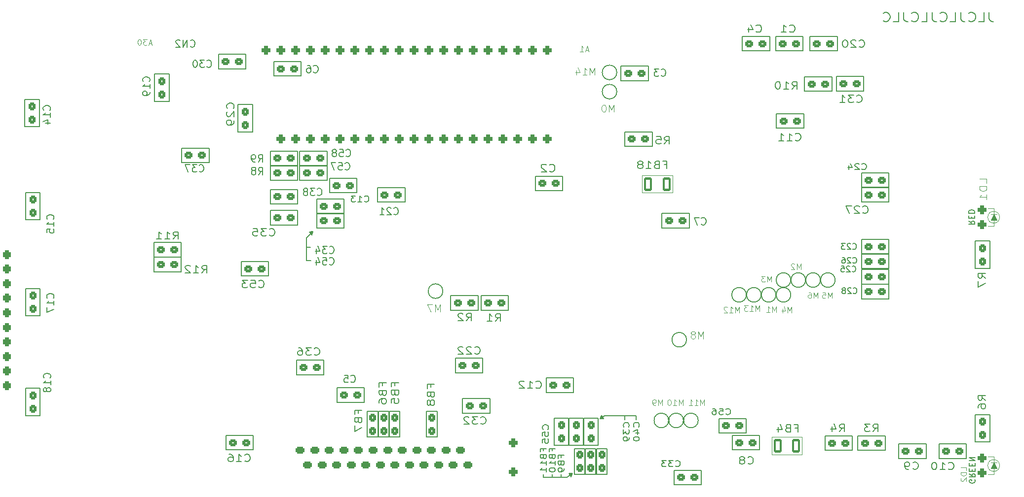
<source format=gbo>
G04 #@! TF.GenerationSoftware,KiCad,Pcbnew,7.0.2-0*
G04 #@! TF.CreationDate,2023-08-02T17:47:19+02:00*
G04 #@! TF.ProjectId,MegaCD,4d656761-4344-42e6-9b69-6361645f7063,rev?*
G04 #@! TF.SameCoordinates,Original*
G04 #@! TF.FileFunction,Legend,Bot*
G04 #@! TF.FilePolarity,Positive*
%FSLAX46Y46*%
G04 Gerber Fmt 4.6, Leading zero omitted, Abs format (unit mm)*
G04 Created by KiCad (PCBNEW 7.0.2-0) date 2023-08-02 17:47:19*
%MOMM*%
%LPD*%
G01*
G04 APERTURE LIST*
G04 Aperture macros list*
%AMRoundRect*
0 Rectangle with rounded corners*
0 $1 Rounding radius*
0 $2 $3 $4 $5 $6 $7 $8 $9 X,Y pos of 4 corners*
0 Add a 4 corners polygon primitive as box body*
4,1,4,$2,$3,$4,$5,$6,$7,$8,$9,$2,$3,0*
0 Add four circle primitives for the rounded corners*
1,1,$1+$1,$2,$3*
1,1,$1+$1,$4,$5*
1,1,$1+$1,$6,$7*
1,1,$1+$1,$8,$9*
0 Add four rect primitives between the rounded corners*
20,1,$1+$1,$2,$3,$4,$5,0*
20,1,$1+$1,$4,$5,$6,$7,0*
20,1,$1+$1,$6,$7,$8,$9,0*
20,1,$1+$1,$8,$9,$2,$3,0*%
G04 Aperture macros list end*
%ADD10C,0.150000*%
%ADD11C,0.100000*%
%ADD12C,2.767879*%
%ADD13C,2.615000*%
%ADD14C,1.500000*%
%ADD15RoundRect,0.255319X0.344681X-0.394681X0.344681X0.394681X-0.344681X0.394681X-0.344681X-0.394681X0*%
%ADD16RoundRect,0.255319X-0.394681X-0.344681X0.394681X-0.344681X0.394681X0.344681X-0.394681X0.344681X0*%
%ADD17RoundRect,0.255319X0.394681X0.344681X-0.394681X0.344681X-0.394681X-0.344681X0.394681X-0.344681X0*%
%ADD18RoundRect,0.255319X-0.344681X0.394681X-0.344681X-0.394681X0.344681X-0.394681X0.344681X0.394681X0*%
%ADD19R,1.600000X1.600000*%
%ADD20C,1.600000*%
%ADD21R,1.400000X1.400000*%
%ADD22O,1.400000X1.400000*%
%ADD23R,1.300000X1.300000*%
%ADD24C,1.800000*%
%ADD25R,1.600000X1.200000*%
%ADD26RoundRect,0.300000X0.500000X-0.300000X0.500000X0.300000X-0.500000X0.300000X-0.500000X-0.300000X0*%
%ADD27RoundRect,0.375000X-0.375000X0.375000X-0.375000X-0.375000X0.375000X-0.375000X0.375000X0.375000X0*%
%ADD28R,1.400000X1.600000*%
%ADD29RoundRect,0.350000X-0.350000X-0.450000X0.350000X-0.450000X0.350000X0.450000X-0.350000X0.450000X0*%
%ADD30O,2.000000X2.000000*%
%ADD31R,1.778000X8.000000*%
%ADD32RoundRect,0.375000X0.375000X-0.375000X0.375000X0.375000X-0.375000X0.375000X-0.375000X-0.375000X0*%
%ADD33RoundRect,0.200000X0.500000X1.000000X-0.500000X1.000000X-0.500000X-1.000000X0.500000X-1.000000X0*%
G04 APERTURE END LIST*
D10*
X111074200Y-93548200D02*
X111074200Y-89687400D01*
X111836200Y-93548200D02*
X111074200Y-93548200D01*
X111074200Y-89687400D02*
X112141000Y-88569800D01*
X151714200Y-130784600D02*
X151714200Y-130327400D01*
X156692600Y-130124200D02*
X155778200Y-130784600D01*
X167665400Y-120929400D02*
X167665400Y-120218200D01*
X153238200Y-130784600D02*
X153238200Y-130327400D01*
X154762200Y-130784600D02*
X154762200Y-130327400D01*
X156438600Y-130683000D02*
X156083000Y-130124200D01*
X156692600Y-130124200D01*
X156438600Y-130683000D01*
G36*
X156438600Y-130683000D02*
G01*
X156083000Y-130124200D01*
X156692600Y-130124200D01*
X156438600Y-130683000D01*
G37*
X112039400Y-89128600D02*
X111582200Y-88671400D01*
X112141000Y-88569800D01*
X112039400Y-89128600D01*
G36*
X112039400Y-89128600D02*
G01*
X111582200Y-88671400D01*
X112141000Y-88569800D01*
X112039400Y-89128600D01*
G37*
X111734600Y-91262200D02*
X111074200Y-91262200D01*
X165684200Y-120929400D02*
X165684200Y-120218200D01*
X162077400Y-120726200D02*
X161467800Y-120726200D01*
X161721800Y-120167400D01*
X162077400Y-120726200D01*
G36*
X162077400Y-120726200D02*
G01*
X161467800Y-120726200D01*
X161721800Y-120167400D01*
X162077400Y-120726200D01*
G37*
X155778200Y-130784600D02*
X151714200Y-130784600D01*
X167665400Y-120218200D02*
X162179000Y-120218200D01*
X162179000Y-120218200D02*
X161467800Y-120726200D01*
X224683780Y-86744276D02*
X225159971Y-87077609D01*
X224683780Y-87315704D02*
X225683780Y-87315704D01*
X225683780Y-87315704D02*
X225683780Y-86934752D01*
X225683780Y-86934752D02*
X225636161Y-86839514D01*
X225636161Y-86839514D02*
X225588542Y-86791895D01*
X225588542Y-86791895D02*
X225493304Y-86744276D01*
X225493304Y-86744276D02*
X225350447Y-86744276D01*
X225350447Y-86744276D02*
X225255209Y-86791895D01*
X225255209Y-86791895D02*
X225207590Y-86839514D01*
X225207590Y-86839514D02*
X225159971Y-86934752D01*
X225159971Y-86934752D02*
X225159971Y-87315704D01*
X225207590Y-86315704D02*
X225207590Y-85982371D01*
X224683780Y-85839514D02*
X224683780Y-86315704D01*
X224683780Y-86315704D02*
X225683780Y-86315704D01*
X225683780Y-86315704D02*
X225683780Y-85839514D01*
X224683780Y-85410942D02*
X225683780Y-85410942D01*
X225683780Y-85410942D02*
X225683780Y-85172847D01*
X225683780Y-85172847D02*
X225636161Y-85029990D01*
X225636161Y-85029990D02*
X225540923Y-84934752D01*
X225540923Y-84934752D02*
X225445685Y-84887133D01*
X225445685Y-84887133D02*
X225255209Y-84839514D01*
X225255209Y-84839514D02*
X225112352Y-84839514D01*
X225112352Y-84839514D02*
X224921876Y-84887133D01*
X224921876Y-84887133D02*
X224826638Y-84934752D01*
X224826638Y-84934752D02*
X224731400Y-85029990D01*
X224731400Y-85029990D02*
X224683780Y-85172847D01*
X224683780Y-85172847D02*
X224683780Y-85410942D01*
X91164695Y-56750976D02*
X91224219Y-56810500D01*
X91224219Y-56810500D02*
X91402790Y-56870023D01*
X91402790Y-56870023D02*
X91521838Y-56870023D01*
X91521838Y-56870023D02*
X91700409Y-56810500D01*
X91700409Y-56810500D02*
X91819457Y-56691452D01*
X91819457Y-56691452D02*
X91878980Y-56572404D01*
X91878980Y-56572404D02*
X91938504Y-56334309D01*
X91938504Y-56334309D02*
X91938504Y-56155738D01*
X91938504Y-56155738D02*
X91878980Y-55917642D01*
X91878980Y-55917642D02*
X91819457Y-55798595D01*
X91819457Y-55798595D02*
X91700409Y-55679547D01*
X91700409Y-55679547D02*
X91521838Y-55620023D01*
X91521838Y-55620023D02*
X91402790Y-55620023D01*
X91402790Y-55620023D02*
X91224219Y-55679547D01*
X91224219Y-55679547D02*
X91164695Y-55739071D01*
X90628980Y-56870023D02*
X90628980Y-55620023D01*
X90628980Y-55620023D02*
X89914695Y-56870023D01*
X89914695Y-56870023D02*
X89914695Y-55620023D01*
X89378980Y-55739071D02*
X89319456Y-55679547D01*
X89319456Y-55679547D02*
X89200409Y-55620023D01*
X89200409Y-55620023D02*
X88902790Y-55620023D01*
X88902790Y-55620023D02*
X88783742Y-55679547D01*
X88783742Y-55679547D02*
X88724218Y-55739071D01*
X88724218Y-55739071D02*
X88664695Y-55858119D01*
X88664695Y-55858119D02*
X88664695Y-55977166D01*
X88664695Y-55977166D02*
X88724218Y-56155738D01*
X88724218Y-56155738D02*
X89438504Y-56870023D01*
X89438504Y-56870023D02*
X88664695Y-56870023D01*
X228206789Y-50879990D02*
X228206789Y-52022847D01*
X228206789Y-52022847D02*
X228297266Y-52251419D01*
X228297266Y-52251419D02*
X228478218Y-52403800D01*
X228478218Y-52403800D02*
X228749647Y-52479990D01*
X228749647Y-52479990D02*
X228930599Y-52479990D01*
X226397266Y-52479990D02*
X227302028Y-52479990D01*
X227302028Y-52479990D02*
X227302028Y-50879990D01*
X224678218Y-52327609D02*
X224768694Y-52403800D01*
X224768694Y-52403800D02*
X225040123Y-52479990D01*
X225040123Y-52479990D02*
X225221075Y-52479990D01*
X225221075Y-52479990D02*
X225492504Y-52403800D01*
X225492504Y-52403800D02*
X225673456Y-52251419D01*
X225673456Y-52251419D02*
X225763933Y-52099038D01*
X225763933Y-52099038D02*
X225854409Y-51794276D01*
X225854409Y-51794276D02*
X225854409Y-51565704D01*
X225854409Y-51565704D02*
X225763933Y-51260942D01*
X225763933Y-51260942D02*
X225673456Y-51108561D01*
X225673456Y-51108561D02*
X225492504Y-50956180D01*
X225492504Y-50956180D02*
X225221075Y-50879990D01*
X225221075Y-50879990D02*
X225040123Y-50879990D01*
X225040123Y-50879990D02*
X224768694Y-50956180D01*
X224768694Y-50956180D02*
X224678218Y-51032371D01*
X223321075Y-50879990D02*
X223321075Y-52022847D01*
X223321075Y-52022847D02*
X223411552Y-52251419D01*
X223411552Y-52251419D02*
X223592504Y-52403800D01*
X223592504Y-52403800D02*
X223863933Y-52479990D01*
X223863933Y-52479990D02*
X224044885Y-52479990D01*
X221511552Y-52479990D02*
X222416314Y-52479990D01*
X222416314Y-52479990D02*
X222416314Y-50879990D01*
X219792504Y-52327609D02*
X219882980Y-52403800D01*
X219882980Y-52403800D02*
X220154409Y-52479990D01*
X220154409Y-52479990D02*
X220335361Y-52479990D01*
X220335361Y-52479990D02*
X220606790Y-52403800D01*
X220606790Y-52403800D02*
X220787742Y-52251419D01*
X220787742Y-52251419D02*
X220878219Y-52099038D01*
X220878219Y-52099038D02*
X220968695Y-51794276D01*
X220968695Y-51794276D02*
X220968695Y-51565704D01*
X220968695Y-51565704D02*
X220878219Y-51260942D01*
X220878219Y-51260942D02*
X220787742Y-51108561D01*
X220787742Y-51108561D02*
X220606790Y-50956180D01*
X220606790Y-50956180D02*
X220335361Y-50879990D01*
X220335361Y-50879990D02*
X220154409Y-50879990D01*
X220154409Y-50879990D02*
X219882980Y-50956180D01*
X219882980Y-50956180D02*
X219792504Y-51032371D01*
X218435361Y-50879990D02*
X218435361Y-52022847D01*
X218435361Y-52022847D02*
X218525838Y-52251419D01*
X218525838Y-52251419D02*
X218706790Y-52403800D01*
X218706790Y-52403800D02*
X218978219Y-52479990D01*
X218978219Y-52479990D02*
X219159171Y-52479990D01*
X216625838Y-52479990D02*
X217530600Y-52479990D01*
X217530600Y-52479990D02*
X217530600Y-50879990D01*
X214906790Y-52327609D02*
X214997266Y-52403800D01*
X214997266Y-52403800D02*
X215268695Y-52479990D01*
X215268695Y-52479990D02*
X215449647Y-52479990D01*
X215449647Y-52479990D02*
X215721076Y-52403800D01*
X215721076Y-52403800D02*
X215902028Y-52251419D01*
X215902028Y-52251419D02*
X215992505Y-52099038D01*
X215992505Y-52099038D02*
X216082981Y-51794276D01*
X216082981Y-51794276D02*
X216082981Y-51565704D01*
X216082981Y-51565704D02*
X215992505Y-51260942D01*
X215992505Y-51260942D02*
X215902028Y-51108561D01*
X215902028Y-51108561D02*
X215721076Y-50956180D01*
X215721076Y-50956180D02*
X215449647Y-50879990D01*
X215449647Y-50879990D02*
X215268695Y-50879990D01*
X215268695Y-50879990D02*
X214997266Y-50956180D01*
X214997266Y-50956180D02*
X214906790Y-51032371D01*
X213549647Y-50879990D02*
X213549647Y-52022847D01*
X213549647Y-52022847D02*
X213640124Y-52251419D01*
X213640124Y-52251419D02*
X213821076Y-52403800D01*
X213821076Y-52403800D02*
X214092505Y-52479990D01*
X214092505Y-52479990D02*
X214273457Y-52479990D01*
X211740124Y-52479990D02*
X212644886Y-52479990D01*
X212644886Y-52479990D02*
X212644886Y-50879990D01*
X210021076Y-52327609D02*
X210111552Y-52403800D01*
X210111552Y-52403800D02*
X210382981Y-52479990D01*
X210382981Y-52479990D02*
X210563933Y-52479990D01*
X210563933Y-52479990D02*
X210835362Y-52403800D01*
X210835362Y-52403800D02*
X211016314Y-52251419D01*
X211016314Y-52251419D02*
X211106791Y-52099038D01*
X211106791Y-52099038D02*
X211197267Y-51794276D01*
X211197267Y-51794276D02*
X211197267Y-51565704D01*
X211197267Y-51565704D02*
X211106791Y-51260942D01*
X211106791Y-51260942D02*
X211016314Y-51108561D01*
X211016314Y-51108561D02*
X210835362Y-50956180D01*
X210835362Y-50956180D02*
X210563933Y-50879990D01*
X210563933Y-50879990D02*
X210382981Y-50879990D01*
X210382981Y-50879990D02*
X210111552Y-50956180D01*
X210111552Y-50956180D02*
X210021076Y-51032371D01*
X225737761Y-131241895D02*
X225785380Y-131337133D01*
X225785380Y-131337133D02*
X225785380Y-131479990D01*
X225785380Y-131479990D02*
X225737761Y-131622847D01*
X225737761Y-131622847D02*
X225642523Y-131718085D01*
X225642523Y-131718085D02*
X225547285Y-131765704D01*
X225547285Y-131765704D02*
X225356809Y-131813323D01*
X225356809Y-131813323D02*
X225213952Y-131813323D01*
X225213952Y-131813323D02*
X225023476Y-131765704D01*
X225023476Y-131765704D02*
X224928238Y-131718085D01*
X224928238Y-131718085D02*
X224833000Y-131622847D01*
X224833000Y-131622847D02*
X224785380Y-131479990D01*
X224785380Y-131479990D02*
X224785380Y-131384752D01*
X224785380Y-131384752D02*
X224833000Y-131241895D01*
X224833000Y-131241895D02*
X224880619Y-131194276D01*
X224880619Y-131194276D02*
X225213952Y-131194276D01*
X225213952Y-131194276D02*
X225213952Y-131384752D01*
X224785380Y-130194276D02*
X225261571Y-130527609D01*
X224785380Y-130765704D02*
X225785380Y-130765704D01*
X225785380Y-130765704D02*
X225785380Y-130384752D01*
X225785380Y-130384752D02*
X225737761Y-130289514D01*
X225737761Y-130289514D02*
X225690142Y-130241895D01*
X225690142Y-130241895D02*
X225594904Y-130194276D01*
X225594904Y-130194276D02*
X225452047Y-130194276D01*
X225452047Y-130194276D02*
X225356809Y-130241895D01*
X225356809Y-130241895D02*
X225309190Y-130289514D01*
X225309190Y-130289514D02*
X225261571Y-130384752D01*
X225261571Y-130384752D02*
X225261571Y-130765704D01*
X225309190Y-129765704D02*
X225309190Y-129432371D01*
X224785380Y-129289514D02*
X224785380Y-129765704D01*
X224785380Y-129765704D02*
X225785380Y-129765704D01*
X225785380Y-129765704D02*
X225785380Y-129289514D01*
X225309190Y-128860942D02*
X225309190Y-128527609D01*
X224785380Y-128384752D02*
X224785380Y-128860942D01*
X224785380Y-128860942D02*
X225785380Y-128860942D01*
X225785380Y-128860942D02*
X225785380Y-128384752D01*
X224785380Y-127956180D02*
X225785380Y-127956180D01*
X225785380Y-127956180D02*
X224785380Y-127384752D01*
X224785380Y-127384752D02*
X225785380Y-127384752D01*
D11*
X188813913Y-102240419D02*
X188813913Y-101240419D01*
X188813913Y-101240419D02*
X188480580Y-101954704D01*
X188480580Y-101954704D02*
X188147247Y-101240419D01*
X188147247Y-101240419D02*
X188147247Y-102240419D01*
X187147247Y-102240419D02*
X187718675Y-102240419D01*
X187432961Y-102240419D02*
X187432961Y-101240419D01*
X187432961Y-101240419D02*
X187528199Y-101383276D01*
X187528199Y-101383276D02*
X187623437Y-101478514D01*
X187623437Y-101478514D02*
X187718675Y-101526133D01*
X186813913Y-101240419D02*
X186194866Y-101240419D01*
X186194866Y-101240419D02*
X186528199Y-101621371D01*
X186528199Y-101621371D02*
X186385342Y-101621371D01*
X186385342Y-101621371D02*
X186290104Y-101668990D01*
X186290104Y-101668990D02*
X186242485Y-101716609D01*
X186242485Y-101716609D02*
X186194866Y-101811847D01*
X186194866Y-101811847D02*
X186194866Y-102049942D01*
X186194866Y-102049942D02*
X186242485Y-102145180D01*
X186242485Y-102145180D02*
X186290104Y-102192800D01*
X186290104Y-102192800D02*
X186385342Y-102240419D01*
X186385342Y-102240419D02*
X186671056Y-102240419D01*
X186671056Y-102240419D02*
X186766294Y-102192800D01*
X186766294Y-102192800D02*
X186813913Y-102145180D01*
X185308713Y-102494419D02*
X185308713Y-101494419D01*
X185308713Y-101494419D02*
X184975380Y-102208704D01*
X184975380Y-102208704D02*
X184642047Y-101494419D01*
X184642047Y-101494419D02*
X184642047Y-102494419D01*
X183642047Y-102494419D02*
X184213475Y-102494419D01*
X183927761Y-102494419D02*
X183927761Y-101494419D01*
X183927761Y-101494419D02*
X184022999Y-101637276D01*
X184022999Y-101637276D02*
X184118237Y-101732514D01*
X184118237Y-101732514D02*
X184213475Y-101780133D01*
X183261094Y-101589657D02*
X183213475Y-101542038D01*
X183213475Y-101542038D02*
X183118237Y-101494419D01*
X183118237Y-101494419D02*
X182880142Y-101494419D01*
X182880142Y-101494419D02*
X182784904Y-101542038D01*
X182784904Y-101542038D02*
X182737285Y-101589657D01*
X182737285Y-101589657D02*
X182689666Y-101684895D01*
X182689666Y-101684895D02*
X182689666Y-101780133D01*
X182689666Y-101780133D02*
X182737285Y-101922990D01*
X182737285Y-101922990D02*
X183308713Y-102494419D01*
X183308713Y-102494419D02*
X182689666Y-102494419D01*
X172132523Y-118445619D02*
X172132523Y-117445619D01*
X172132523Y-117445619D02*
X171799190Y-118159904D01*
X171799190Y-118159904D02*
X171465857Y-117445619D01*
X171465857Y-117445619D02*
X171465857Y-118445619D01*
X170942047Y-118445619D02*
X170751571Y-118445619D01*
X170751571Y-118445619D02*
X170656333Y-118398000D01*
X170656333Y-118398000D02*
X170608714Y-118350380D01*
X170608714Y-118350380D02*
X170513476Y-118207523D01*
X170513476Y-118207523D02*
X170465857Y-118017047D01*
X170465857Y-118017047D02*
X170465857Y-117636095D01*
X170465857Y-117636095D02*
X170513476Y-117540857D01*
X170513476Y-117540857D02*
X170561095Y-117493238D01*
X170561095Y-117493238D02*
X170656333Y-117445619D01*
X170656333Y-117445619D02*
X170846809Y-117445619D01*
X170846809Y-117445619D02*
X170942047Y-117493238D01*
X170942047Y-117493238D02*
X170989666Y-117540857D01*
X170989666Y-117540857D02*
X171037285Y-117636095D01*
X171037285Y-117636095D02*
X171037285Y-117874190D01*
X171037285Y-117874190D02*
X170989666Y-117969428D01*
X170989666Y-117969428D02*
X170942047Y-118017047D01*
X170942047Y-118017047D02*
X170846809Y-118064666D01*
X170846809Y-118064666D02*
X170656333Y-118064666D01*
X170656333Y-118064666D02*
X170561095Y-118017047D01*
X170561095Y-118017047D02*
X170513476Y-117969428D01*
X170513476Y-117969428D02*
X170465857Y-117874190D01*
X201215523Y-100030619D02*
X201215523Y-99030619D01*
X201215523Y-99030619D02*
X200882190Y-99744904D01*
X200882190Y-99744904D02*
X200548857Y-99030619D01*
X200548857Y-99030619D02*
X200548857Y-100030619D01*
X199596476Y-99030619D02*
X200072666Y-99030619D01*
X200072666Y-99030619D02*
X200120285Y-99506809D01*
X200120285Y-99506809D02*
X200072666Y-99459190D01*
X200072666Y-99459190D02*
X199977428Y-99411571D01*
X199977428Y-99411571D02*
X199739333Y-99411571D01*
X199739333Y-99411571D02*
X199644095Y-99459190D01*
X199644095Y-99459190D02*
X199596476Y-99506809D01*
X199596476Y-99506809D02*
X199548857Y-99602047D01*
X199548857Y-99602047D02*
X199548857Y-99840142D01*
X199548857Y-99840142D02*
X199596476Y-99935380D01*
X199596476Y-99935380D02*
X199644095Y-99983000D01*
X199644095Y-99983000D02*
X199739333Y-100030619D01*
X199739333Y-100030619D02*
X199977428Y-100030619D01*
X199977428Y-100030619D02*
X200072666Y-99983000D01*
X200072666Y-99983000D02*
X200120285Y-99935380D01*
X133980903Y-102356073D02*
X133980903Y-101106073D01*
X133980903Y-101106073D02*
X133564237Y-101998930D01*
X133564237Y-101998930D02*
X133147570Y-101106073D01*
X133147570Y-101106073D02*
X133147570Y-102356073D01*
X132671380Y-101106073D02*
X131838047Y-101106073D01*
X131838047Y-101106073D02*
X132373761Y-102356073D01*
X175656713Y-118445619D02*
X175656713Y-117445619D01*
X175656713Y-117445619D02*
X175323380Y-118159904D01*
X175323380Y-118159904D02*
X174990047Y-117445619D01*
X174990047Y-117445619D02*
X174990047Y-118445619D01*
X173990047Y-118445619D02*
X174561475Y-118445619D01*
X174275761Y-118445619D02*
X174275761Y-117445619D01*
X174275761Y-117445619D02*
X174370999Y-117588476D01*
X174370999Y-117588476D02*
X174466237Y-117683714D01*
X174466237Y-117683714D02*
X174561475Y-117731333D01*
X173370999Y-117445619D02*
X173275761Y-117445619D01*
X173275761Y-117445619D02*
X173180523Y-117493238D01*
X173180523Y-117493238D02*
X173132904Y-117540857D01*
X173132904Y-117540857D02*
X173085285Y-117636095D01*
X173085285Y-117636095D02*
X173037666Y-117826571D01*
X173037666Y-117826571D02*
X173037666Y-118064666D01*
X173037666Y-118064666D02*
X173085285Y-118255142D01*
X173085285Y-118255142D02*
X173132904Y-118350380D01*
X173132904Y-118350380D02*
X173180523Y-118398000D01*
X173180523Y-118398000D02*
X173275761Y-118445619D01*
X173275761Y-118445619D02*
X173370999Y-118445619D01*
X173370999Y-118445619D02*
X173466237Y-118398000D01*
X173466237Y-118398000D02*
X173513856Y-118350380D01*
X173513856Y-118350380D02*
X173561475Y-118255142D01*
X173561475Y-118255142D02*
X173609094Y-118064666D01*
X173609094Y-118064666D02*
X173609094Y-117826571D01*
X173609094Y-117826571D02*
X173561475Y-117636095D01*
X173561475Y-117636095D02*
X173513856Y-117540857D01*
X173513856Y-117540857D02*
X173466237Y-117493238D01*
X173466237Y-117493238D02*
X173370999Y-117445619D01*
X190801523Y-97236619D02*
X190801523Y-96236619D01*
X190801523Y-96236619D02*
X190468190Y-96950904D01*
X190468190Y-96950904D02*
X190134857Y-96236619D01*
X190134857Y-96236619D02*
X190134857Y-97236619D01*
X189753904Y-96236619D02*
X189134857Y-96236619D01*
X189134857Y-96236619D02*
X189468190Y-96617571D01*
X189468190Y-96617571D02*
X189325333Y-96617571D01*
X189325333Y-96617571D02*
X189230095Y-96665190D01*
X189230095Y-96665190D02*
X189182476Y-96712809D01*
X189182476Y-96712809D02*
X189134857Y-96808047D01*
X189134857Y-96808047D02*
X189134857Y-97046142D01*
X189134857Y-97046142D02*
X189182476Y-97141380D01*
X189182476Y-97141380D02*
X189230095Y-97189000D01*
X189230095Y-97189000D02*
X189325333Y-97236619D01*
X189325333Y-97236619D02*
X189611047Y-97236619D01*
X189611047Y-97236619D02*
X189706285Y-97189000D01*
X189706285Y-97189000D02*
X189753904Y-97141380D01*
X163825903Y-68015273D02*
X163825903Y-66765273D01*
X163825903Y-66765273D02*
X163409237Y-67658130D01*
X163409237Y-67658130D02*
X162992570Y-66765273D01*
X162992570Y-66765273D02*
X162992570Y-68015273D01*
X162159237Y-66765273D02*
X162040190Y-66765273D01*
X162040190Y-66765273D02*
X161921142Y-66824797D01*
X161921142Y-66824797D02*
X161861618Y-66884321D01*
X161861618Y-66884321D02*
X161802094Y-67003369D01*
X161802094Y-67003369D02*
X161742571Y-67241464D01*
X161742571Y-67241464D02*
X161742571Y-67539083D01*
X161742571Y-67539083D02*
X161802094Y-67777178D01*
X161802094Y-67777178D02*
X161861618Y-67896226D01*
X161861618Y-67896226D02*
X161921142Y-67955750D01*
X161921142Y-67955750D02*
X162040190Y-68015273D01*
X162040190Y-68015273D02*
X162159237Y-68015273D01*
X162159237Y-68015273D02*
X162278285Y-67955750D01*
X162278285Y-67955750D02*
X162337809Y-67896226D01*
X162337809Y-67896226D02*
X162397332Y-67777178D01*
X162397332Y-67777178D02*
X162456856Y-67539083D01*
X162456856Y-67539083D02*
X162456856Y-67241464D01*
X162456856Y-67241464D02*
X162397332Y-67003369D01*
X162397332Y-67003369D02*
X162337809Y-66884321D01*
X162337809Y-66884321D02*
X162278285Y-66824797D01*
X162278285Y-66824797D02*
X162159237Y-66765273D01*
X179339713Y-118445619D02*
X179339713Y-117445619D01*
X179339713Y-117445619D02*
X179006380Y-118159904D01*
X179006380Y-118159904D02*
X178673047Y-117445619D01*
X178673047Y-117445619D02*
X178673047Y-118445619D01*
X177673047Y-118445619D02*
X178244475Y-118445619D01*
X177958761Y-118445619D02*
X177958761Y-117445619D01*
X177958761Y-117445619D02*
X178053999Y-117588476D01*
X178053999Y-117588476D02*
X178149237Y-117683714D01*
X178149237Y-117683714D02*
X178244475Y-117731333D01*
X176720666Y-118445619D02*
X177292094Y-118445619D01*
X177006380Y-118445619D02*
X177006380Y-117445619D01*
X177006380Y-117445619D02*
X177101618Y-117588476D01*
X177101618Y-117588476D02*
X177196856Y-117683714D01*
X177196856Y-117683714D02*
X177292094Y-117731333D01*
X198802523Y-100030619D02*
X198802523Y-99030619D01*
X198802523Y-99030619D02*
X198469190Y-99744904D01*
X198469190Y-99744904D02*
X198135857Y-99030619D01*
X198135857Y-99030619D02*
X198135857Y-100030619D01*
X197231095Y-99030619D02*
X197421571Y-99030619D01*
X197421571Y-99030619D02*
X197516809Y-99078238D01*
X197516809Y-99078238D02*
X197564428Y-99125857D01*
X197564428Y-99125857D02*
X197659666Y-99268714D01*
X197659666Y-99268714D02*
X197707285Y-99459190D01*
X197707285Y-99459190D02*
X197707285Y-99840142D01*
X197707285Y-99840142D02*
X197659666Y-99935380D01*
X197659666Y-99935380D02*
X197612047Y-99983000D01*
X197612047Y-99983000D02*
X197516809Y-100030619D01*
X197516809Y-100030619D02*
X197326333Y-100030619D01*
X197326333Y-100030619D02*
X197231095Y-99983000D01*
X197231095Y-99983000D02*
X197183476Y-99935380D01*
X197183476Y-99935380D02*
X197135857Y-99840142D01*
X197135857Y-99840142D02*
X197135857Y-99602047D01*
X197135857Y-99602047D02*
X197183476Y-99506809D01*
X197183476Y-99506809D02*
X197231095Y-99459190D01*
X197231095Y-99459190D02*
X197326333Y-99411571D01*
X197326333Y-99411571D02*
X197516809Y-99411571D01*
X197516809Y-99411571D02*
X197612047Y-99459190D01*
X197612047Y-99459190D02*
X197659666Y-99506809D01*
X197659666Y-99506809D02*
X197707285Y-99602047D01*
X194332123Y-102494419D02*
X194332123Y-101494419D01*
X194332123Y-101494419D02*
X193998790Y-102208704D01*
X193998790Y-102208704D02*
X193665457Y-101494419D01*
X193665457Y-101494419D02*
X193665457Y-102494419D01*
X192760695Y-101827752D02*
X192760695Y-102494419D01*
X192998790Y-101446800D02*
X193236885Y-102161085D01*
X193236885Y-102161085D02*
X192617838Y-102161085D01*
X160534941Y-61665273D02*
X160534941Y-60415273D01*
X160534941Y-60415273D02*
X160118275Y-61308130D01*
X160118275Y-61308130D02*
X159701608Y-60415273D01*
X159701608Y-60415273D02*
X159701608Y-61665273D01*
X158451609Y-61665273D02*
X159165894Y-61665273D01*
X158808751Y-61665273D02*
X158808751Y-60415273D01*
X158808751Y-60415273D02*
X158927799Y-60593845D01*
X158927799Y-60593845D02*
X159046847Y-60712892D01*
X159046847Y-60712892D02*
X159165894Y-60772416D01*
X157380180Y-60831940D02*
X157380180Y-61665273D01*
X157677799Y-60355750D02*
X157975418Y-61248607D01*
X157975418Y-61248607D02*
X157201609Y-61248607D01*
X179142103Y-106978873D02*
X179142103Y-105728873D01*
X179142103Y-105728873D02*
X178725437Y-106621730D01*
X178725437Y-106621730D02*
X178308770Y-105728873D01*
X178308770Y-105728873D02*
X178308770Y-106978873D01*
X177534961Y-106264588D02*
X177654009Y-106205064D01*
X177654009Y-106205064D02*
X177713532Y-106145540D01*
X177713532Y-106145540D02*
X177773056Y-106026492D01*
X177773056Y-106026492D02*
X177773056Y-105966969D01*
X177773056Y-105966969D02*
X177713532Y-105847921D01*
X177713532Y-105847921D02*
X177654009Y-105788397D01*
X177654009Y-105788397D02*
X177534961Y-105728873D01*
X177534961Y-105728873D02*
X177296866Y-105728873D01*
X177296866Y-105728873D02*
X177177818Y-105788397D01*
X177177818Y-105788397D02*
X177118294Y-105847921D01*
X177118294Y-105847921D02*
X177058771Y-105966969D01*
X177058771Y-105966969D02*
X177058771Y-106026492D01*
X177058771Y-106026492D02*
X177118294Y-106145540D01*
X177118294Y-106145540D02*
X177177818Y-106205064D01*
X177177818Y-106205064D02*
X177296866Y-106264588D01*
X177296866Y-106264588D02*
X177534961Y-106264588D01*
X177534961Y-106264588D02*
X177654009Y-106324111D01*
X177654009Y-106324111D02*
X177713532Y-106383635D01*
X177713532Y-106383635D02*
X177773056Y-106502683D01*
X177773056Y-106502683D02*
X177773056Y-106740778D01*
X177773056Y-106740778D02*
X177713532Y-106859826D01*
X177713532Y-106859826D02*
X177654009Y-106919350D01*
X177654009Y-106919350D02*
X177534961Y-106978873D01*
X177534961Y-106978873D02*
X177296866Y-106978873D01*
X177296866Y-106978873D02*
X177177818Y-106919350D01*
X177177818Y-106919350D02*
X177118294Y-106859826D01*
X177118294Y-106859826D02*
X177058771Y-106740778D01*
X177058771Y-106740778D02*
X177058771Y-106502683D01*
X177058771Y-106502683D02*
X177118294Y-106383635D01*
X177118294Y-106383635D02*
X177177818Y-106324111D01*
X177177818Y-106324111D02*
X177296866Y-106264588D01*
X191690523Y-102443619D02*
X191690523Y-101443619D01*
X191690523Y-101443619D02*
X191357190Y-102157904D01*
X191357190Y-102157904D02*
X191023857Y-101443619D01*
X191023857Y-101443619D02*
X191023857Y-102443619D01*
X190023857Y-102443619D02*
X190595285Y-102443619D01*
X190309571Y-102443619D02*
X190309571Y-101443619D01*
X190309571Y-101443619D02*
X190404809Y-101586476D01*
X190404809Y-101586476D02*
X190500047Y-101681714D01*
X190500047Y-101681714D02*
X190595285Y-101729333D01*
X195881523Y-95077619D02*
X195881523Y-94077619D01*
X195881523Y-94077619D02*
X195548190Y-94791904D01*
X195548190Y-94791904D02*
X195214857Y-94077619D01*
X195214857Y-94077619D02*
X195214857Y-95077619D01*
X194786285Y-94172857D02*
X194738666Y-94125238D01*
X194738666Y-94125238D02*
X194643428Y-94077619D01*
X194643428Y-94077619D02*
X194405333Y-94077619D01*
X194405333Y-94077619D02*
X194310095Y-94125238D01*
X194310095Y-94125238D02*
X194262476Y-94172857D01*
X194262476Y-94172857D02*
X194214857Y-94268095D01*
X194214857Y-94268095D02*
X194214857Y-94363333D01*
X194214857Y-94363333D02*
X194262476Y-94506190D01*
X194262476Y-94506190D02*
X194833904Y-95077619D01*
X194833904Y-95077619D02*
X194214857Y-95077619D01*
D10*
X154751809Y-127397000D02*
X154751809Y-126997000D01*
X155275619Y-126997000D02*
X154275619Y-126997000D01*
X154275619Y-126997000D02*
X154275619Y-127568428D01*
X154751809Y-128425571D02*
X154799428Y-128596999D01*
X154799428Y-128596999D02*
X154847047Y-128654142D01*
X154847047Y-128654142D02*
X154942285Y-128711285D01*
X154942285Y-128711285D02*
X155085142Y-128711285D01*
X155085142Y-128711285D02*
X155180380Y-128654142D01*
X155180380Y-128654142D02*
X155228000Y-128596999D01*
X155228000Y-128596999D02*
X155275619Y-128482714D01*
X155275619Y-128482714D02*
X155275619Y-128025571D01*
X155275619Y-128025571D02*
X154275619Y-128025571D01*
X154275619Y-128025571D02*
X154275619Y-128425571D01*
X154275619Y-128425571D02*
X154323238Y-128539857D01*
X154323238Y-128539857D02*
X154370857Y-128596999D01*
X154370857Y-128596999D02*
X154466095Y-128654142D01*
X154466095Y-128654142D02*
X154561333Y-128654142D01*
X154561333Y-128654142D02*
X154656571Y-128596999D01*
X154656571Y-128596999D02*
X154704190Y-128539857D01*
X154704190Y-128539857D02*
X154751809Y-128425571D01*
X154751809Y-128425571D02*
X154751809Y-128025571D01*
X155275619Y-129282714D02*
X155275619Y-129511285D01*
X155275619Y-129511285D02*
X155228000Y-129625571D01*
X155228000Y-129625571D02*
X155180380Y-129682714D01*
X155180380Y-129682714D02*
X155037523Y-129796999D01*
X155037523Y-129796999D02*
X154847047Y-129854142D01*
X154847047Y-129854142D02*
X154466095Y-129854142D01*
X154466095Y-129854142D02*
X154370857Y-129796999D01*
X154370857Y-129796999D02*
X154323238Y-129739857D01*
X154323238Y-129739857D02*
X154275619Y-129625571D01*
X154275619Y-129625571D02*
X154275619Y-129396999D01*
X154275619Y-129396999D02*
X154323238Y-129282714D01*
X154323238Y-129282714D02*
X154370857Y-129225571D01*
X154370857Y-129225571D02*
X154466095Y-129168428D01*
X154466095Y-129168428D02*
X154704190Y-129168428D01*
X154704190Y-129168428D02*
X154799428Y-129225571D01*
X154799428Y-129225571D02*
X154847047Y-129282714D01*
X154847047Y-129282714D02*
X154894666Y-129396999D01*
X154894666Y-129396999D02*
X154894666Y-129625571D01*
X154894666Y-129625571D02*
X154847047Y-129739857D01*
X154847047Y-129739857D02*
X154799428Y-129796999D01*
X154799428Y-129796999D02*
X154704190Y-129854142D01*
X132384511Y-115336000D02*
X132384511Y-114836000D01*
X133039273Y-114836000D02*
X131789273Y-114836000D01*
X131789273Y-114836000D02*
X131789273Y-115550286D01*
X132384511Y-116621714D02*
X132444035Y-116836000D01*
X132444035Y-116836000D02*
X132503559Y-116907429D01*
X132503559Y-116907429D02*
X132622607Y-116978857D01*
X132622607Y-116978857D02*
X132801178Y-116978857D01*
X132801178Y-116978857D02*
X132920226Y-116907429D01*
X132920226Y-116907429D02*
X132979750Y-116836000D01*
X132979750Y-116836000D02*
X133039273Y-116693143D01*
X133039273Y-116693143D02*
X133039273Y-116121714D01*
X133039273Y-116121714D02*
X131789273Y-116121714D01*
X131789273Y-116121714D02*
X131789273Y-116621714D01*
X131789273Y-116621714D02*
X131848797Y-116764572D01*
X131848797Y-116764572D02*
X131908321Y-116836000D01*
X131908321Y-116836000D02*
X132027369Y-116907429D01*
X132027369Y-116907429D02*
X132146416Y-116907429D01*
X132146416Y-116907429D02*
X132265464Y-116836000D01*
X132265464Y-116836000D02*
X132324988Y-116764572D01*
X132324988Y-116764572D02*
X132384511Y-116621714D01*
X132384511Y-116621714D02*
X132384511Y-116121714D01*
X132324988Y-117836000D02*
X132265464Y-117693143D01*
X132265464Y-117693143D02*
X132205940Y-117621714D01*
X132205940Y-117621714D02*
X132086892Y-117550286D01*
X132086892Y-117550286D02*
X132027369Y-117550286D01*
X132027369Y-117550286D02*
X131908321Y-117621714D01*
X131908321Y-117621714D02*
X131848797Y-117693143D01*
X131848797Y-117693143D02*
X131789273Y-117836000D01*
X131789273Y-117836000D02*
X131789273Y-118121714D01*
X131789273Y-118121714D02*
X131848797Y-118264572D01*
X131848797Y-118264572D02*
X131908321Y-118336000D01*
X131908321Y-118336000D02*
X132027369Y-118407429D01*
X132027369Y-118407429D02*
X132086892Y-118407429D01*
X132086892Y-118407429D02*
X132205940Y-118336000D01*
X132205940Y-118336000D02*
X132265464Y-118264572D01*
X132265464Y-118264572D02*
X132324988Y-118121714D01*
X132324988Y-118121714D02*
X132324988Y-117836000D01*
X132324988Y-117836000D02*
X132384511Y-117693143D01*
X132384511Y-117693143D02*
X132444035Y-117621714D01*
X132444035Y-117621714D02*
X132563083Y-117550286D01*
X132563083Y-117550286D02*
X132801178Y-117550286D01*
X132801178Y-117550286D02*
X132920226Y-117621714D01*
X132920226Y-117621714D02*
X132979750Y-117693143D01*
X132979750Y-117693143D02*
X133039273Y-117836000D01*
X133039273Y-117836000D02*
X133039273Y-118121714D01*
X133039273Y-118121714D02*
X132979750Y-118264572D01*
X132979750Y-118264572D02*
X132920226Y-118336000D01*
X132920226Y-118336000D02*
X132801178Y-118407429D01*
X132801178Y-118407429D02*
X132563083Y-118407429D01*
X132563083Y-118407429D02*
X132444035Y-118336000D01*
X132444035Y-118336000D02*
X132384511Y-118264572D01*
X132384511Y-118264572D02*
X132324988Y-118121714D01*
X153227809Y-126266772D02*
X153227809Y-125866772D01*
X153751619Y-125866772D02*
X152751619Y-125866772D01*
X152751619Y-125866772D02*
X152751619Y-126438200D01*
X153227809Y-127295343D02*
X153275428Y-127466771D01*
X153275428Y-127466771D02*
X153323047Y-127523914D01*
X153323047Y-127523914D02*
X153418285Y-127581057D01*
X153418285Y-127581057D02*
X153561142Y-127581057D01*
X153561142Y-127581057D02*
X153656380Y-127523914D01*
X153656380Y-127523914D02*
X153704000Y-127466771D01*
X153704000Y-127466771D02*
X153751619Y-127352486D01*
X153751619Y-127352486D02*
X153751619Y-126895343D01*
X153751619Y-126895343D02*
X152751619Y-126895343D01*
X152751619Y-126895343D02*
X152751619Y-127295343D01*
X152751619Y-127295343D02*
X152799238Y-127409629D01*
X152799238Y-127409629D02*
X152846857Y-127466771D01*
X152846857Y-127466771D02*
X152942095Y-127523914D01*
X152942095Y-127523914D02*
X153037333Y-127523914D01*
X153037333Y-127523914D02*
X153132571Y-127466771D01*
X153132571Y-127466771D02*
X153180190Y-127409629D01*
X153180190Y-127409629D02*
X153227809Y-127295343D01*
X153227809Y-127295343D02*
X153227809Y-126895343D01*
X153751619Y-128723914D02*
X153751619Y-128038200D01*
X153751619Y-128381057D02*
X152751619Y-128381057D01*
X152751619Y-128381057D02*
X152894476Y-128266771D01*
X152894476Y-128266771D02*
X152989714Y-128152486D01*
X152989714Y-128152486D02*
X153037333Y-128038200D01*
X152751619Y-129466771D02*
X152751619Y-129581057D01*
X152751619Y-129581057D02*
X152799238Y-129695343D01*
X152799238Y-129695343D02*
X152846857Y-129752486D01*
X152846857Y-129752486D02*
X152942095Y-129809628D01*
X152942095Y-129809628D02*
X153132571Y-129866771D01*
X153132571Y-129866771D02*
X153370666Y-129866771D01*
X153370666Y-129866771D02*
X153561142Y-129809628D01*
X153561142Y-129809628D02*
X153656380Y-129752486D01*
X153656380Y-129752486D02*
X153704000Y-129695343D01*
X153704000Y-129695343D02*
X153751619Y-129581057D01*
X153751619Y-129581057D02*
X153751619Y-129466771D01*
X153751619Y-129466771D02*
X153704000Y-129352486D01*
X153704000Y-129352486D02*
X153656380Y-129295343D01*
X153656380Y-129295343D02*
X153561142Y-129238200D01*
X153561142Y-129238200D02*
X153370666Y-129181057D01*
X153370666Y-129181057D02*
X153132571Y-129181057D01*
X153132571Y-129181057D02*
X152942095Y-129238200D01*
X152942095Y-129238200D02*
X152846857Y-129295343D01*
X152846857Y-129295343D02*
X152799238Y-129352486D01*
X152799238Y-129352486D02*
X152751619Y-129466771D01*
X126237711Y-115056600D02*
X126237711Y-114556600D01*
X126892473Y-114556600D02*
X125642473Y-114556600D01*
X125642473Y-114556600D02*
X125642473Y-115270886D01*
X126237711Y-116342314D02*
X126297235Y-116556600D01*
X126297235Y-116556600D02*
X126356759Y-116628029D01*
X126356759Y-116628029D02*
X126475807Y-116699457D01*
X126475807Y-116699457D02*
X126654378Y-116699457D01*
X126654378Y-116699457D02*
X126773426Y-116628029D01*
X126773426Y-116628029D02*
X126832950Y-116556600D01*
X126832950Y-116556600D02*
X126892473Y-116413743D01*
X126892473Y-116413743D02*
X126892473Y-115842314D01*
X126892473Y-115842314D02*
X125642473Y-115842314D01*
X125642473Y-115842314D02*
X125642473Y-116342314D01*
X125642473Y-116342314D02*
X125701997Y-116485172D01*
X125701997Y-116485172D02*
X125761521Y-116556600D01*
X125761521Y-116556600D02*
X125880569Y-116628029D01*
X125880569Y-116628029D02*
X125999616Y-116628029D01*
X125999616Y-116628029D02*
X126118664Y-116556600D01*
X126118664Y-116556600D02*
X126178188Y-116485172D01*
X126178188Y-116485172D02*
X126237711Y-116342314D01*
X126237711Y-116342314D02*
X126237711Y-115842314D01*
X125642473Y-118056600D02*
X125642473Y-117342314D01*
X125642473Y-117342314D02*
X126237711Y-117270886D01*
X126237711Y-117270886D02*
X126178188Y-117342314D01*
X126178188Y-117342314D02*
X126118664Y-117485172D01*
X126118664Y-117485172D02*
X126118664Y-117842314D01*
X126118664Y-117842314D02*
X126178188Y-117985172D01*
X126178188Y-117985172D02*
X126237711Y-118056600D01*
X126237711Y-118056600D02*
X126356759Y-118128029D01*
X126356759Y-118128029D02*
X126654378Y-118128029D01*
X126654378Y-118128029D02*
X126773426Y-118056600D01*
X126773426Y-118056600D02*
X126832950Y-117985172D01*
X126832950Y-117985172D02*
X126892473Y-117842314D01*
X126892473Y-117842314D02*
X126892473Y-117485172D01*
X126892473Y-117485172D02*
X126832950Y-117342314D01*
X126832950Y-117342314D02*
X126773426Y-117270886D01*
X151703809Y-126266772D02*
X151703809Y-125866772D01*
X152227619Y-125866772D02*
X151227619Y-125866772D01*
X151227619Y-125866772D02*
X151227619Y-126438200D01*
X151703809Y-127295343D02*
X151751428Y-127466771D01*
X151751428Y-127466771D02*
X151799047Y-127523914D01*
X151799047Y-127523914D02*
X151894285Y-127581057D01*
X151894285Y-127581057D02*
X152037142Y-127581057D01*
X152037142Y-127581057D02*
X152132380Y-127523914D01*
X152132380Y-127523914D02*
X152180000Y-127466771D01*
X152180000Y-127466771D02*
X152227619Y-127352486D01*
X152227619Y-127352486D02*
X152227619Y-126895343D01*
X152227619Y-126895343D02*
X151227619Y-126895343D01*
X151227619Y-126895343D02*
X151227619Y-127295343D01*
X151227619Y-127295343D02*
X151275238Y-127409629D01*
X151275238Y-127409629D02*
X151322857Y-127466771D01*
X151322857Y-127466771D02*
X151418095Y-127523914D01*
X151418095Y-127523914D02*
X151513333Y-127523914D01*
X151513333Y-127523914D02*
X151608571Y-127466771D01*
X151608571Y-127466771D02*
X151656190Y-127409629D01*
X151656190Y-127409629D02*
X151703809Y-127295343D01*
X151703809Y-127295343D02*
X151703809Y-126895343D01*
X152227619Y-128723914D02*
X152227619Y-128038200D01*
X152227619Y-128381057D02*
X151227619Y-128381057D01*
X151227619Y-128381057D02*
X151370476Y-128266771D01*
X151370476Y-128266771D02*
X151465714Y-128152486D01*
X151465714Y-128152486D02*
X151513333Y-128038200D01*
X152227619Y-129866771D02*
X152227619Y-129181057D01*
X152227619Y-129523914D02*
X151227619Y-129523914D01*
X151227619Y-129523914D02*
X151370476Y-129409628D01*
X151370476Y-129409628D02*
X151465714Y-129295343D01*
X151465714Y-129295343D02*
X151513333Y-129181057D01*
X124104111Y-115082000D02*
X124104111Y-114582000D01*
X124758873Y-114582000D02*
X123508873Y-114582000D01*
X123508873Y-114582000D02*
X123508873Y-115296286D01*
X124104111Y-116367714D02*
X124163635Y-116582000D01*
X124163635Y-116582000D02*
X124223159Y-116653429D01*
X124223159Y-116653429D02*
X124342207Y-116724857D01*
X124342207Y-116724857D02*
X124520778Y-116724857D01*
X124520778Y-116724857D02*
X124639826Y-116653429D01*
X124639826Y-116653429D02*
X124699350Y-116582000D01*
X124699350Y-116582000D02*
X124758873Y-116439143D01*
X124758873Y-116439143D02*
X124758873Y-115867714D01*
X124758873Y-115867714D02*
X123508873Y-115867714D01*
X123508873Y-115867714D02*
X123508873Y-116367714D01*
X123508873Y-116367714D02*
X123568397Y-116510572D01*
X123568397Y-116510572D02*
X123627921Y-116582000D01*
X123627921Y-116582000D02*
X123746969Y-116653429D01*
X123746969Y-116653429D02*
X123866016Y-116653429D01*
X123866016Y-116653429D02*
X123985064Y-116582000D01*
X123985064Y-116582000D02*
X124044588Y-116510572D01*
X124044588Y-116510572D02*
X124104111Y-116367714D01*
X124104111Y-116367714D02*
X124104111Y-115867714D01*
X123508873Y-118010572D02*
X123508873Y-117724857D01*
X123508873Y-117724857D02*
X123568397Y-117582000D01*
X123568397Y-117582000D02*
X123627921Y-117510572D01*
X123627921Y-117510572D02*
X123806492Y-117367714D01*
X123806492Y-117367714D02*
X124044588Y-117296286D01*
X124044588Y-117296286D02*
X124520778Y-117296286D01*
X124520778Y-117296286D02*
X124639826Y-117367714D01*
X124639826Y-117367714D02*
X124699350Y-117439143D01*
X124699350Y-117439143D02*
X124758873Y-117582000D01*
X124758873Y-117582000D02*
X124758873Y-117867714D01*
X124758873Y-117867714D02*
X124699350Y-118010572D01*
X124699350Y-118010572D02*
X124639826Y-118082000D01*
X124639826Y-118082000D02*
X124520778Y-118153429D01*
X124520778Y-118153429D02*
X124223159Y-118153429D01*
X124223159Y-118153429D02*
X124104111Y-118082000D01*
X124104111Y-118082000D02*
X124044588Y-118010572D01*
X124044588Y-118010572D02*
X123985064Y-117867714D01*
X123985064Y-117867714D02*
X123985064Y-117582000D01*
X123985064Y-117582000D02*
X124044588Y-117439143D01*
X124044588Y-117439143D02*
X124104111Y-117367714D01*
X124104111Y-117367714D02*
X124223159Y-117296286D01*
X119938511Y-119781000D02*
X119938511Y-119281000D01*
X120593273Y-119281000D02*
X119343273Y-119281000D01*
X119343273Y-119281000D02*
X119343273Y-119995286D01*
X119938511Y-121066714D02*
X119998035Y-121281000D01*
X119998035Y-121281000D02*
X120057559Y-121352429D01*
X120057559Y-121352429D02*
X120176607Y-121423857D01*
X120176607Y-121423857D02*
X120355178Y-121423857D01*
X120355178Y-121423857D02*
X120474226Y-121352429D01*
X120474226Y-121352429D02*
X120533750Y-121281000D01*
X120533750Y-121281000D02*
X120593273Y-121138143D01*
X120593273Y-121138143D02*
X120593273Y-120566714D01*
X120593273Y-120566714D02*
X119343273Y-120566714D01*
X119343273Y-120566714D02*
X119343273Y-121066714D01*
X119343273Y-121066714D02*
X119402797Y-121209572D01*
X119402797Y-121209572D02*
X119462321Y-121281000D01*
X119462321Y-121281000D02*
X119581369Y-121352429D01*
X119581369Y-121352429D02*
X119700416Y-121352429D01*
X119700416Y-121352429D02*
X119819464Y-121281000D01*
X119819464Y-121281000D02*
X119878988Y-121209572D01*
X119878988Y-121209572D02*
X119938511Y-121066714D01*
X119938511Y-121066714D02*
X119938511Y-120566714D01*
X119343273Y-121923857D02*
X119343273Y-122923857D01*
X119343273Y-122923857D02*
X120593273Y-122281000D01*
X98528626Y-67387114D02*
X98588150Y-67315686D01*
X98588150Y-67315686D02*
X98647673Y-67101400D01*
X98647673Y-67101400D02*
X98647673Y-66958543D01*
X98647673Y-66958543D02*
X98588150Y-66744257D01*
X98588150Y-66744257D02*
X98469102Y-66601400D01*
X98469102Y-66601400D02*
X98350054Y-66529971D01*
X98350054Y-66529971D02*
X98111959Y-66458543D01*
X98111959Y-66458543D02*
X97933388Y-66458543D01*
X97933388Y-66458543D02*
X97695292Y-66529971D01*
X97695292Y-66529971D02*
X97576245Y-66601400D01*
X97576245Y-66601400D02*
X97457197Y-66744257D01*
X97457197Y-66744257D02*
X97397673Y-66958543D01*
X97397673Y-66958543D02*
X97397673Y-67101400D01*
X97397673Y-67101400D02*
X97457197Y-67315686D01*
X97457197Y-67315686D02*
X97516721Y-67387114D01*
X97516721Y-67958543D02*
X97457197Y-68029971D01*
X97457197Y-68029971D02*
X97397673Y-68172829D01*
X97397673Y-68172829D02*
X97397673Y-68529971D01*
X97397673Y-68529971D02*
X97457197Y-68672829D01*
X97457197Y-68672829D02*
X97516721Y-68744257D01*
X97516721Y-68744257D02*
X97635769Y-68815686D01*
X97635769Y-68815686D02*
X97754816Y-68815686D01*
X97754816Y-68815686D02*
X97933388Y-68744257D01*
X97933388Y-68744257D02*
X98647673Y-67887114D01*
X98647673Y-67887114D02*
X98647673Y-68815686D01*
X98647673Y-69529971D02*
X98647673Y-69815685D01*
X98647673Y-69815685D02*
X98588150Y-69958542D01*
X98588150Y-69958542D02*
X98528626Y-70029971D01*
X98528626Y-70029971D02*
X98350054Y-70172828D01*
X98350054Y-70172828D02*
X98111959Y-70244257D01*
X98111959Y-70244257D02*
X97635769Y-70244257D01*
X97635769Y-70244257D02*
X97516721Y-70172828D01*
X97516721Y-70172828D02*
X97457197Y-70101400D01*
X97457197Y-70101400D02*
X97397673Y-69958542D01*
X97397673Y-69958542D02*
X97397673Y-69672828D01*
X97397673Y-69672828D02*
X97457197Y-69529971D01*
X97457197Y-69529971D02*
X97516721Y-69458542D01*
X97516721Y-69458542D02*
X97635769Y-69387114D01*
X97635769Y-69387114D02*
X97933388Y-69387114D01*
X97933388Y-69387114D02*
X98052435Y-69458542D01*
X98052435Y-69458542D02*
X98111959Y-69529971D01*
X98111959Y-69529971D02*
X98171483Y-69672828D01*
X98171483Y-69672828D02*
X98171483Y-69958542D01*
X98171483Y-69958542D02*
X98111959Y-70101400D01*
X98111959Y-70101400D02*
X98052435Y-70172828D01*
X98052435Y-70172828D02*
X97933388Y-70244257D01*
X227578073Y-117580600D02*
X226982835Y-117080600D01*
X227578073Y-116723457D02*
X226328073Y-116723457D01*
X226328073Y-116723457D02*
X226328073Y-117294886D01*
X226328073Y-117294886D02*
X226387597Y-117437743D01*
X226387597Y-117437743D02*
X226447121Y-117509172D01*
X226447121Y-117509172D02*
X226566169Y-117580600D01*
X226566169Y-117580600D02*
X226744740Y-117580600D01*
X226744740Y-117580600D02*
X226863788Y-117509172D01*
X226863788Y-117509172D02*
X226923311Y-117437743D01*
X226923311Y-117437743D02*
X226982835Y-117294886D01*
X226982835Y-117294886D02*
X226982835Y-116723457D01*
X226328073Y-118866315D02*
X226328073Y-118580600D01*
X226328073Y-118580600D02*
X226387597Y-118437743D01*
X226387597Y-118437743D02*
X226447121Y-118366315D01*
X226447121Y-118366315D02*
X226625692Y-118223457D01*
X226625692Y-118223457D02*
X226863788Y-118152029D01*
X226863788Y-118152029D02*
X227339978Y-118152029D01*
X227339978Y-118152029D02*
X227459026Y-118223457D01*
X227459026Y-118223457D02*
X227518550Y-118294886D01*
X227518550Y-118294886D02*
X227578073Y-118437743D01*
X227578073Y-118437743D02*
X227578073Y-118723457D01*
X227578073Y-118723457D02*
X227518550Y-118866315D01*
X227518550Y-118866315D02*
X227459026Y-118937743D01*
X227459026Y-118937743D02*
X227339978Y-119009172D01*
X227339978Y-119009172D02*
X227042359Y-119009172D01*
X227042359Y-119009172D02*
X226923311Y-118937743D01*
X226923311Y-118937743D02*
X226863788Y-118866315D01*
X226863788Y-118866315D02*
X226804264Y-118723457D01*
X226804264Y-118723457D02*
X226804264Y-118437743D01*
X226804264Y-118437743D02*
X226863788Y-118294886D01*
X226863788Y-118294886D02*
X226923311Y-118223457D01*
X226923311Y-118223457D02*
X227042359Y-118152029D01*
X205459685Y-66270626D02*
X205531113Y-66330150D01*
X205531113Y-66330150D02*
X205745399Y-66389673D01*
X205745399Y-66389673D02*
X205888256Y-66389673D01*
X205888256Y-66389673D02*
X206102542Y-66330150D01*
X206102542Y-66330150D02*
X206245399Y-66211102D01*
X206245399Y-66211102D02*
X206316828Y-66092054D01*
X206316828Y-66092054D02*
X206388256Y-65853959D01*
X206388256Y-65853959D02*
X206388256Y-65675388D01*
X206388256Y-65675388D02*
X206316828Y-65437292D01*
X206316828Y-65437292D02*
X206245399Y-65318245D01*
X206245399Y-65318245D02*
X206102542Y-65199197D01*
X206102542Y-65199197D02*
X205888256Y-65139673D01*
X205888256Y-65139673D02*
X205745399Y-65139673D01*
X205745399Y-65139673D02*
X205531113Y-65199197D01*
X205531113Y-65199197D02*
X205459685Y-65258721D01*
X204959685Y-65139673D02*
X204031113Y-65139673D01*
X204031113Y-65139673D02*
X204531113Y-65615864D01*
X204531113Y-65615864D02*
X204316828Y-65615864D01*
X204316828Y-65615864D02*
X204173971Y-65675388D01*
X204173971Y-65675388D02*
X204102542Y-65734911D01*
X204102542Y-65734911D02*
X204031113Y-65853959D01*
X204031113Y-65853959D02*
X204031113Y-66151578D01*
X204031113Y-66151578D02*
X204102542Y-66270626D01*
X204102542Y-66270626D02*
X204173971Y-66330150D01*
X204173971Y-66330150D02*
X204316828Y-66389673D01*
X204316828Y-66389673D02*
X204745399Y-66389673D01*
X204745399Y-66389673D02*
X204888256Y-66330150D01*
X204888256Y-66330150D02*
X204959685Y-66270626D01*
X202602542Y-66389673D02*
X203459685Y-66389673D01*
X203031114Y-66389673D02*
X203031114Y-65139673D01*
X203031114Y-65139673D02*
X203173971Y-65318245D01*
X203173971Y-65318245D02*
X203316828Y-65437292D01*
X203316828Y-65437292D02*
X203459685Y-65496816D01*
X118699333Y-114378226D02*
X118758857Y-114437750D01*
X118758857Y-114437750D02*
X118937428Y-114497273D01*
X118937428Y-114497273D02*
X119056476Y-114497273D01*
X119056476Y-114497273D02*
X119235047Y-114437750D01*
X119235047Y-114437750D02*
X119354095Y-114318702D01*
X119354095Y-114318702D02*
X119413618Y-114199654D01*
X119413618Y-114199654D02*
X119473142Y-113961559D01*
X119473142Y-113961559D02*
X119473142Y-113782988D01*
X119473142Y-113782988D02*
X119413618Y-113544892D01*
X119413618Y-113544892D02*
X119354095Y-113425845D01*
X119354095Y-113425845D02*
X119235047Y-113306797D01*
X119235047Y-113306797D02*
X119056476Y-113247273D01*
X119056476Y-113247273D02*
X118937428Y-113247273D01*
X118937428Y-113247273D02*
X118758857Y-113306797D01*
X118758857Y-113306797D02*
X118699333Y-113366321D01*
X117568380Y-113247273D02*
X118163618Y-113247273D01*
X118163618Y-113247273D02*
X118223142Y-113842511D01*
X118223142Y-113842511D02*
X118163618Y-113782988D01*
X118163618Y-113782988D02*
X118044571Y-113723464D01*
X118044571Y-113723464D02*
X117746952Y-113723464D01*
X117746952Y-113723464D02*
X117627904Y-113782988D01*
X117627904Y-113782988D02*
X117568380Y-113842511D01*
X117568380Y-113842511D02*
X117508857Y-113961559D01*
X117508857Y-113961559D02*
X117508857Y-114259178D01*
X117508857Y-114259178D02*
X117568380Y-114378226D01*
X117568380Y-114378226D02*
X117627904Y-114437750D01*
X117627904Y-114437750D02*
X117746952Y-114497273D01*
X117746952Y-114497273D02*
X118044571Y-114497273D01*
X118044571Y-114497273D02*
X118163618Y-114437750D01*
X118163618Y-114437750D02*
X118223142Y-114378226D01*
X115027371Y-92229426D02*
X115086895Y-92288950D01*
X115086895Y-92288950D02*
X115265466Y-92348473D01*
X115265466Y-92348473D02*
X115384514Y-92348473D01*
X115384514Y-92348473D02*
X115563085Y-92288950D01*
X115563085Y-92288950D02*
X115682133Y-92169902D01*
X115682133Y-92169902D02*
X115741656Y-92050854D01*
X115741656Y-92050854D02*
X115801180Y-91812759D01*
X115801180Y-91812759D02*
X115801180Y-91634188D01*
X115801180Y-91634188D02*
X115741656Y-91396092D01*
X115741656Y-91396092D02*
X115682133Y-91277045D01*
X115682133Y-91277045D02*
X115563085Y-91157997D01*
X115563085Y-91157997D02*
X115384514Y-91098473D01*
X115384514Y-91098473D02*
X115265466Y-91098473D01*
X115265466Y-91098473D02*
X115086895Y-91157997D01*
X115086895Y-91157997D02*
X115027371Y-91217521D01*
X114610704Y-91098473D02*
X113836895Y-91098473D01*
X113836895Y-91098473D02*
X114253561Y-91574664D01*
X114253561Y-91574664D02*
X114074990Y-91574664D01*
X114074990Y-91574664D02*
X113955942Y-91634188D01*
X113955942Y-91634188D02*
X113896418Y-91693711D01*
X113896418Y-91693711D02*
X113836895Y-91812759D01*
X113836895Y-91812759D02*
X113836895Y-92110378D01*
X113836895Y-92110378D02*
X113896418Y-92229426D01*
X113896418Y-92229426D02*
X113955942Y-92288950D01*
X113955942Y-92288950D02*
X114074990Y-92348473D01*
X114074990Y-92348473D02*
X114432133Y-92348473D01*
X114432133Y-92348473D02*
X114551180Y-92288950D01*
X114551180Y-92288950D02*
X114610704Y-92229426D01*
X112765466Y-91515140D02*
X112765466Y-92348473D01*
X113063085Y-91038950D02*
X113360704Y-91931807D01*
X113360704Y-91931807D02*
X112586895Y-91931807D01*
X139953085Y-109501426D02*
X140024513Y-109560950D01*
X140024513Y-109560950D02*
X140238799Y-109620473D01*
X140238799Y-109620473D02*
X140381656Y-109620473D01*
X140381656Y-109620473D02*
X140595942Y-109560950D01*
X140595942Y-109560950D02*
X140738799Y-109441902D01*
X140738799Y-109441902D02*
X140810228Y-109322854D01*
X140810228Y-109322854D02*
X140881656Y-109084759D01*
X140881656Y-109084759D02*
X140881656Y-108906188D01*
X140881656Y-108906188D02*
X140810228Y-108668092D01*
X140810228Y-108668092D02*
X140738799Y-108549045D01*
X140738799Y-108549045D02*
X140595942Y-108429997D01*
X140595942Y-108429997D02*
X140381656Y-108370473D01*
X140381656Y-108370473D02*
X140238799Y-108370473D01*
X140238799Y-108370473D02*
X140024513Y-108429997D01*
X140024513Y-108429997D02*
X139953085Y-108489521D01*
X139381656Y-108489521D02*
X139310228Y-108429997D01*
X139310228Y-108429997D02*
X139167371Y-108370473D01*
X139167371Y-108370473D02*
X138810228Y-108370473D01*
X138810228Y-108370473D02*
X138667371Y-108429997D01*
X138667371Y-108429997D02*
X138595942Y-108489521D01*
X138595942Y-108489521D02*
X138524513Y-108608569D01*
X138524513Y-108608569D02*
X138524513Y-108727616D01*
X138524513Y-108727616D02*
X138595942Y-108906188D01*
X138595942Y-108906188D02*
X139453085Y-109620473D01*
X139453085Y-109620473D02*
X138524513Y-109620473D01*
X137953085Y-108489521D02*
X137881657Y-108429997D01*
X137881657Y-108429997D02*
X137738800Y-108370473D01*
X137738800Y-108370473D02*
X137381657Y-108370473D01*
X137381657Y-108370473D02*
X137238800Y-108429997D01*
X137238800Y-108429997D02*
X137167371Y-108489521D01*
X137167371Y-108489521D02*
X137095942Y-108608569D01*
X137095942Y-108608569D02*
X137095942Y-108727616D01*
X137095942Y-108727616D02*
X137167371Y-108906188D01*
X137167371Y-108906188D02*
X138024514Y-109620473D01*
X138024514Y-109620473D02*
X137095942Y-109620473D01*
X67083426Y-113725028D02*
X67142950Y-113665504D01*
X67142950Y-113665504D02*
X67202473Y-113486933D01*
X67202473Y-113486933D02*
X67202473Y-113367885D01*
X67202473Y-113367885D02*
X67142950Y-113189314D01*
X67142950Y-113189314D02*
X67023902Y-113070266D01*
X67023902Y-113070266D02*
X66904854Y-113010743D01*
X66904854Y-113010743D02*
X66666759Y-112951219D01*
X66666759Y-112951219D02*
X66488188Y-112951219D01*
X66488188Y-112951219D02*
X66250092Y-113010743D01*
X66250092Y-113010743D02*
X66131045Y-113070266D01*
X66131045Y-113070266D02*
X66011997Y-113189314D01*
X66011997Y-113189314D02*
X65952473Y-113367885D01*
X65952473Y-113367885D02*
X65952473Y-113486933D01*
X65952473Y-113486933D02*
X66011997Y-113665504D01*
X66011997Y-113665504D02*
X66071521Y-113725028D01*
X67202473Y-114915504D02*
X67202473Y-114201219D01*
X67202473Y-114558362D02*
X65952473Y-114558362D01*
X65952473Y-114558362D02*
X66131045Y-114439314D01*
X66131045Y-114439314D02*
X66250092Y-114320266D01*
X66250092Y-114320266D02*
X66309616Y-114201219D01*
X66488188Y-115629790D02*
X66428664Y-115510742D01*
X66428664Y-115510742D02*
X66369140Y-115451219D01*
X66369140Y-115451219D02*
X66250092Y-115391695D01*
X66250092Y-115391695D02*
X66190569Y-115391695D01*
X66190569Y-115391695D02*
X66071521Y-115451219D01*
X66071521Y-115451219D02*
X66011997Y-115510742D01*
X66011997Y-115510742D02*
X65952473Y-115629790D01*
X65952473Y-115629790D02*
X65952473Y-115867885D01*
X65952473Y-115867885D02*
X66011997Y-115986933D01*
X66011997Y-115986933D02*
X66071521Y-116046457D01*
X66071521Y-116046457D02*
X66190569Y-116105980D01*
X66190569Y-116105980D02*
X66250092Y-116105980D01*
X66250092Y-116105980D02*
X66369140Y-116046457D01*
X66369140Y-116046457D02*
X66428664Y-115986933D01*
X66428664Y-115986933D02*
X66488188Y-115867885D01*
X66488188Y-115867885D02*
X66488188Y-115629790D01*
X66488188Y-115629790D02*
X66547711Y-115510742D01*
X66547711Y-115510742D02*
X66607235Y-115451219D01*
X66607235Y-115451219D02*
X66726283Y-115391695D01*
X66726283Y-115391695D02*
X66964378Y-115391695D01*
X66964378Y-115391695D02*
X67083426Y-115451219D01*
X67083426Y-115451219D02*
X67142950Y-115510742D01*
X67142950Y-115510742D02*
X67202473Y-115629790D01*
X67202473Y-115629790D02*
X67202473Y-115867885D01*
X67202473Y-115867885D02*
X67142950Y-115986933D01*
X67142950Y-115986933D02*
X67083426Y-116046457D01*
X67083426Y-116046457D02*
X66964378Y-116105980D01*
X66964378Y-116105980D02*
X66726283Y-116105980D01*
X66726283Y-116105980D02*
X66607235Y-116046457D01*
X66607235Y-116046457D02*
X66547711Y-115986933D01*
X66547711Y-115986933D02*
X66488188Y-115867885D01*
X88213285Y-89859273D02*
X88713285Y-89264035D01*
X89070428Y-89859273D02*
X89070428Y-88609273D01*
X89070428Y-88609273D02*
X88498999Y-88609273D01*
X88498999Y-88609273D02*
X88356142Y-88668797D01*
X88356142Y-88668797D02*
X88284713Y-88728321D01*
X88284713Y-88728321D02*
X88213285Y-88847369D01*
X88213285Y-88847369D02*
X88213285Y-89025940D01*
X88213285Y-89025940D02*
X88284713Y-89144988D01*
X88284713Y-89144988D02*
X88356142Y-89204511D01*
X88356142Y-89204511D02*
X88498999Y-89264035D01*
X88498999Y-89264035D02*
X89070428Y-89264035D01*
X86784713Y-89859273D02*
X87641856Y-89859273D01*
X87213285Y-89859273D02*
X87213285Y-88609273D01*
X87213285Y-88609273D02*
X87356142Y-88787845D01*
X87356142Y-88787845D02*
X87498999Y-88906892D01*
X87498999Y-88906892D02*
X87641856Y-88966416D01*
X85356142Y-89859273D02*
X86213285Y-89859273D01*
X85784714Y-89859273D02*
X85784714Y-88609273D01*
X85784714Y-88609273D02*
X85927571Y-88787845D01*
X85927571Y-88787845D02*
X86070428Y-88906892D01*
X86070428Y-88906892D02*
X86213285Y-88966416D01*
X102894485Y-98071426D02*
X102965913Y-98130950D01*
X102965913Y-98130950D02*
X103180199Y-98190473D01*
X103180199Y-98190473D02*
X103323056Y-98190473D01*
X103323056Y-98190473D02*
X103537342Y-98130950D01*
X103537342Y-98130950D02*
X103680199Y-98011902D01*
X103680199Y-98011902D02*
X103751628Y-97892854D01*
X103751628Y-97892854D02*
X103823056Y-97654759D01*
X103823056Y-97654759D02*
X103823056Y-97476188D01*
X103823056Y-97476188D02*
X103751628Y-97238092D01*
X103751628Y-97238092D02*
X103680199Y-97119045D01*
X103680199Y-97119045D02*
X103537342Y-96999997D01*
X103537342Y-96999997D02*
X103323056Y-96940473D01*
X103323056Y-96940473D02*
X103180199Y-96940473D01*
X103180199Y-96940473D02*
X102965913Y-96999997D01*
X102965913Y-96999997D02*
X102894485Y-97059521D01*
X101537342Y-96940473D02*
X102251628Y-96940473D01*
X102251628Y-96940473D02*
X102323056Y-97535711D01*
X102323056Y-97535711D02*
X102251628Y-97476188D01*
X102251628Y-97476188D02*
X102108771Y-97416664D01*
X102108771Y-97416664D02*
X101751628Y-97416664D01*
X101751628Y-97416664D02*
X101608771Y-97476188D01*
X101608771Y-97476188D02*
X101537342Y-97535711D01*
X101537342Y-97535711D02*
X101465913Y-97654759D01*
X101465913Y-97654759D02*
X101465913Y-97952378D01*
X101465913Y-97952378D02*
X101537342Y-98071426D01*
X101537342Y-98071426D02*
X101608771Y-98130950D01*
X101608771Y-98130950D02*
X101751628Y-98190473D01*
X101751628Y-98190473D02*
X102108771Y-98190473D01*
X102108771Y-98190473D02*
X102251628Y-98130950D01*
X102251628Y-98130950D02*
X102323056Y-98071426D01*
X100965914Y-96940473D02*
X100037342Y-96940473D01*
X100037342Y-96940473D02*
X100537342Y-97416664D01*
X100537342Y-97416664D02*
X100323057Y-97416664D01*
X100323057Y-97416664D02*
X100180200Y-97476188D01*
X100180200Y-97476188D02*
X100108771Y-97535711D01*
X100108771Y-97535711D02*
X100037342Y-97654759D01*
X100037342Y-97654759D02*
X100037342Y-97952378D01*
X100037342Y-97952378D02*
X100108771Y-98071426D01*
X100108771Y-98071426D02*
X100180200Y-98130950D01*
X100180200Y-98130950D02*
X100323057Y-98190473D01*
X100323057Y-98190473D02*
X100751628Y-98190473D01*
X100751628Y-98190473D02*
X100894485Y-98130950D01*
X100894485Y-98130950D02*
X100965914Y-98071426D01*
X172487399Y-73501673D02*
X172987399Y-72906435D01*
X173344542Y-73501673D02*
X173344542Y-72251673D01*
X173344542Y-72251673D02*
X172773113Y-72251673D01*
X172773113Y-72251673D02*
X172630256Y-72311197D01*
X172630256Y-72311197D02*
X172558827Y-72370721D01*
X172558827Y-72370721D02*
X172487399Y-72489769D01*
X172487399Y-72489769D02*
X172487399Y-72668340D01*
X172487399Y-72668340D02*
X172558827Y-72787388D01*
X172558827Y-72787388D02*
X172630256Y-72846911D01*
X172630256Y-72846911D02*
X172773113Y-72906435D01*
X172773113Y-72906435D02*
X173344542Y-72906435D01*
X171130256Y-72251673D02*
X171844542Y-72251673D01*
X171844542Y-72251673D02*
X171915970Y-72846911D01*
X171915970Y-72846911D02*
X171844542Y-72787388D01*
X171844542Y-72787388D02*
X171701685Y-72727864D01*
X171701685Y-72727864D02*
X171344542Y-72727864D01*
X171344542Y-72727864D02*
X171201685Y-72787388D01*
X171201685Y-72787388D02*
X171130256Y-72846911D01*
X171130256Y-72846911D02*
X171058827Y-72965959D01*
X171058827Y-72965959D02*
X171058827Y-73263578D01*
X171058827Y-73263578D02*
X171130256Y-73382626D01*
X171130256Y-73382626D02*
X171201685Y-73442150D01*
X171201685Y-73442150D02*
X171344542Y-73501673D01*
X171344542Y-73501673D02*
X171701685Y-73501673D01*
X171701685Y-73501673D02*
X171844542Y-73442150D01*
X171844542Y-73442150D02*
X171915970Y-73382626D01*
X204782657Y-91527980D02*
X204830276Y-91575600D01*
X204830276Y-91575600D02*
X204973133Y-91623219D01*
X204973133Y-91623219D02*
X205068371Y-91623219D01*
X205068371Y-91623219D02*
X205211228Y-91575600D01*
X205211228Y-91575600D02*
X205306466Y-91480361D01*
X205306466Y-91480361D02*
X205354085Y-91385123D01*
X205354085Y-91385123D02*
X205401704Y-91194647D01*
X205401704Y-91194647D02*
X205401704Y-91051790D01*
X205401704Y-91051790D02*
X205354085Y-90861314D01*
X205354085Y-90861314D02*
X205306466Y-90766076D01*
X205306466Y-90766076D02*
X205211228Y-90670838D01*
X205211228Y-90670838D02*
X205068371Y-90623219D01*
X205068371Y-90623219D02*
X204973133Y-90623219D01*
X204973133Y-90623219D02*
X204830276Y-90670838D01*
X204830276Y-90670838D02*
X204782657Y-90718457D01*
X204401704Y-90718457D02*
X204354085Y-90670838D01*
X204354085Y-90670838D02*
X204258847Y-90623219D01*
X204258847Y-90623219D02*
X204020752Y-90623219D01*
X204020752Y-90623219D02*
X203925514Y-90670838D01*
X203925514Y-90670838D02*
X203877895Y-90718457D01*
X203877895Y-90718457D02*
X203830276Y-90813695D01*
X203830276Y-90813695D02*
X203830276Y-90908933D01*
X203830276Y-90908933D02*
X203877895Y-91051790D01*
X203877895Y-91051790D02*
X204449323Y-91623219D01*
X204449323Y-91623219D02*
X203830276Y-91623219D01*
X203496942Y-90623219D02*
X202877895Y-90623219D01*
X202877895Y-90623219D02*
X203211228Y-91004171D01*
X203211228Y-91004171D02*
X203068371Y-91004171D01*
X203068371Y-91004171D02*
X202973133Y-91051790D01*
X202973133Y-91051790D02*
X202925514Y-91099409D01*
X202925514Y-91099409D02*
X202877895Y-91194647D01*
X202877895Y-91194647D02*
X202877895Y-91432742D01*
X202877895Y-91432742D02*
X202925514Y-91527980D01*
X202925514Y-91527980D02*
X202973133Y-91575600D01*
X202973133Y-91575600D02*
X203068371Y-91623219D01*
X203068371Y-91623219D02*
X203354085Y-91623219D01*
X203354085Y-91623219D02*
X203449323Y-91575600D01*
X203449323Y-91575600D02*
X203496942Y-91527980D01*
X102824333Y-76600473D02*
X103240999Y-76005235D01*
X103538618Y-76600473D02*
X103538618Y-75350473D01*
X103538618Y-75350473D02*
X103062428Y-75350473D01*
X103062428Y-75350473D02*
X102943380Y-75409997D01*
X102943380Y-75409997D02*
X102883857Y-75469521D01*
X102883857Y-75469521D02*
X102824333Y-75588569D01*
X102824333Y-75588569D02*
X102824333Y-75767140D01*
X102824333Y-75767140D02*
X102883857Y-75886188D01*
X102883857Y-75886188D02*
X102943380Y-75945711D01*
X102943380Y-75945711D02*
X103062428Y-76005235D01*
X103062428Y-76005235D02*
X103538618Y-76005235D01*
X102229095Y-76600473D02*
X101990999Y-76600473D01*
X101990999Y-76600473D02*
X101871952Y-76540950D01*
X101871952Y-76540950D02*
X101812428Y-76481426D01*
X101812428Y-76481426D02*
X101693380Y-76302854D01*
X101693380Y-76302854D02*
X101633857Y-76064759D01*
X101633857Y-76064759D02*
X101633857Y-75588569D01*
X101633857Y-75588569D02*
X101693380Y-75469521D01*
X101693380Y-75469521D02*
X101752904Y-75409997D01*
X101752904Y-75409997D02*
X101871952Y-75350473D01*
X101871952Y-75350473D02*
X102110047Y-75350473D01*
X102110047Y-75350473D02*
X102229095Y-75409997D01*
X102229095Y-75409997D02*
X102288618Y-75469521D01*
X102288618Y-75469521D02*
X102348142Y-75588569D01*
X102348142Y-75588569D02*
X102348142Y-75886188D01*
X102348142Y-75886188D02*
X102288618Y-76005235D01*
X102288618Y-76005235D02*
X102229095Y-76064759D01*
X102229095Y-76064759D02*
X102110047Y-76124283D01*
X102110047Y-76124283D02*
X101871952Y-76124283D01*
X101871952Y-76124283D02*
X101752904Y-76064759D01*
X101752904Y-76064759D02*
X101693380Y-76005235D01*
X101693380Y-76005235D02*
X101633857Y-75886188D01*
X67642226Y-86445428D02*
X67701750Y-86385904D01*
X67701750Y-86385904D02*
X67761273Y-86207333D01*
X67761273Y-86207333D02*
X67761273Y-86088285D01*
X67761273Y-86088285D02*
X67701750Y-85909714D01*
X67701750Y-85909714D02*
X67582702Y-85790666D01*
X67582702Y-85790666D02*
X67463654Y-85731143D01*
X67463654Y-85731143D02*
X67225559Y-85671619D01*
X67225559Y-85671619D02*
X67046988Y-85671619D01*
X67046988Y-85671619D02*
X66808892Y-85731143D01*
X66808892Y-85731143D02*
X66689845Y-85790666D01*
X66689845Y-85790666D02*
X66570797Y-85909714D01*
X66570797Y-85909714D02*
X66511273Y-86088285D01*
X66511273Y-86088285D02*
X66511273Y-86207333D01*
X66511273Y-86207333D02*
X66570797Y-86385904D01*
X66570797Y-86385904D02*
X66630321Y-86445428D01*
X67761273Y-87635904D02*
X67761273Y-86921619D01*
X67761273Y-87278762D02*
X66511273Y-87278762D01*
X66511273Y-87278762D02*
X66689845Y-87159714D01*
X66689845Y-87159714D02*
X66808892Y-87040666D01*
X66808892Y-87040666D02*
X66868416Y-86921619D01*
X66511273Y-88766857D02*
X66511273Y-88171619D01*
X66511273Y-88171619D02*
X67106511Y-88112095D01*
X67106511Y-88112095D02*
X67046988Y-88171619D01*
X67046988Y-88171619D02*
X66987464Y-88290666D01*
X66987464Y-88290666D02*
X66987464Y-88588285D01*
X66987464Y-88588285D02*
X67046988Y-88707333D01*
X67046988Y-88707333D02*
X67106511Y-88766857D01*
X67106511Y-88766857D02*
X67225559Y-88826380D01*
X67225559Y-88826380D02*
X67523178Y-88826380D01*
X67523178Y-88826380D02*
X67642226Y-88766857D01*
X67642226Y-88766857D02*
X67701750Y-88707333D01*
X67701750Y-88707333D02*
X67761273Y-88588285D01*
X67761273Y-88588285D02*
X67761273Y-88290666D01*
X67761273Y-88290666D02*
X67701750Y-88171619D01*
X67701750Y-88171619D02*
X67642226Y-88112095D01*
X204681057Y-95388780D02*
X204728676Y-95436400D01*
X204728676Y-95436400D02*
X204871533Y-95484019D01*
X204871533Y-95484019D02*
X204966771Y-95484019D01*
X204966771Y-95484019D02*
X205109628Y-95436400D01*
X205109628Y-95436400D02*
X205204866Y-95341161D01*
X205204866Y-95341161D02*
X205252485Y-95245923D01*
X205252485Y-95245923D02*
X205300104Y-95055447D01*
X205300104Y-95055447D02*
X205300104Y-94912590D01*
X205300104Y-94912590D02*
X205252485Y-94722114D01*
X205252485Y-94722114D02*
X205204866Y-94626876D01*
X205204866Y-94626876D02*
X205109628Y-94531638D01*
X205109628Y-94531638D02*
X204966771Y-94484019D01*
X204966771Y-94484019D02*
X204871533Y-94484019D01*
X204871533Y-94484019D02*
X204728676Y-94531638D01*
X204728676Y-94531638D02*
X204681057Y-94579257D01*
X204300104Y-94579257D02*
X204252485Y-94531638D01*
X204252485Y-94531638D02*
X204157247Y-94484019D01*
X204157247Y-94484019D02*
X203919152Y-94484019D01*
X203919152Y-94484019D02*
X203823914Y-94531638D01*
X203823914Y-94531638D02*
X203776295Y-94579257D01*
X203776295Y-94579257D02*
X203728676Y-94674495D01*
X203728676Y-94674495D02*
X203728676Y-94769733D01*
X203728676Y-94769733D02*
X203776295Y-94912590D01*
X203776295Y-94912590D02*
X204347723Y-95484019D01*
X204347723Y-95484019D02*
X203728676Y-95484019D01*
X202823914Y-94484019D02*
X203300104Y-94484019D01*
X203300104Y-94484019D02*
X203347723Y-94960209D01*
X203347723Y-94960209D02*
X203300104Y-94912590D01*
X203300104Y-94912590D02*
X203204866Y-94864971D01*
X203204866Y-94864971D02*
X202966771Y-94864971D01*
X202966771Y-94864971D02*
X202871533Y-94912590D01*
X202871533Y-94912590D02*
X202823914Y-94960209D01*
X202823914Y-94960209D02*
X202776295Y-95055447D01*
X202776295Y-95055447D02*
X202776295Y-95293542D01*
X202776295Y-95293542D02*
X202823914Y-95388780D01*
X202823914Y-95388780D02*
X202871533Y-95436400D01*
X202871533Y-95436400D02*
X202966771Y-95484019D01*
X202966771Y-95484019D02*
X203204866Y-95484019D01*
X203204866Y-95484019D02*
X203300104Y-95436400D01*
X203300104Y-95436400D02*
X203347723Y-95388780D01*
X215108599Y-129313426D02*
X215180027Y-129372950D01*
X215180027Y-129372950D02*
X215394313Y-129432473D01*
X215394313Y-129432473D02*
X215537170Y-129432473D01*
X215537170Y-129432473D02*
X215751456Y-129372950D01*
X215751456Y-129372950D02*
X215894313Y-129253902D01*
X215894313Y-129253902D02*
X215965742Y-129134854D01*
X215965742Y-129134854D02*
X216037170Y-128896759D01*
X216037170Y-128896759D02*
X216037170Y-128718188D01*
X216037170Y-128718188D02*
X215965742Y-128480092D01*
X215965742Y-128480092D02*
X215894313Y-128361045D01*
X215894313Y-128361045D02*
X215751456Y-128241997D01*
X215751456Y-128241997D02*
X215537170Y-128182473D01*
X215537170Y-128182473D02*
X215394313Y-128182473D01*
X215394313Y-128182473D02*
X215180027Y-128241997D01*
X215180027Y-128241997D02*
X215108599Y-128301521D01*
X214394313Y-129432473D02*
X214108599Y-129432473D01*
X214108599Y-129432473D02*
X213965742Y-129372950D01*
X213965742Y-129372950D02*
X213894313Y-129313426D01*
X213894313Y-129313426D02*
X213751456Y-129134854D01*
X213751456Y-129134854D02*
X213680027Y-128896759D01*
X213680027Y-128896759D02*
X213680027Y-128420569D01*
X213680027Y-128420569D02*
X213751456Y-128301521D01*
X213751456Y-128301521D02*
X213822885Y-128241997D01*
X213822885Y-128241997D02*
X213965742Y-128182473D01*
X213965742Y-128182473D02*
X214251456Y-128182473D01*
X214251456Y-128182473D02*
X214394313Y-128241997D01*
X214394313Y-128241997D02*
X214465742Y-128301521D01*
X214465742Y-128301521D02*
X214537170Y-128420569D01*
X214537170Y-128420569D02*
X214537170Y-128718188D01*
X214537170Y-128718188D02*
X214465742Y-128837235D01*
X214465742Y-128837235D02*
X214394313Y-128896759D01*
X214394313Y-128896759D02*
X214251456Y-128956283D01*
X214251456Y-128956283D02*
X213965742Y-128956283D01*
X213965742Y-128956283D02*
X213822885Y-128896759D01*
X213822885Y-128896759D02*
X213751456Y-128837235D01*
X213751456Y-128837235D02*
X213680027Y-128718188D01*
X174412571Y-128865980D02*
X174472095Y-128913600D01*
X174472095Y-128913600D02*
X174650666Y-128961219D01*
X174650666Y-128961219D02*
X174769714Y-128961219D01*
X174769714Y-128961219D02*
X174948285Y-128913600D01*
X174948285Y-128913600D02*
X175067333Y-128818361D01*
X175067333Y-128818361D02*
X175126856Y-128723123D01*
X175126856Y-128723123D02*
X175186380Y-128532647D01*
X175186380Y-128532647D02*
X175186380Y-128389790D01*
X175186380Y-128389790D02*
X175126856Y-128199314D01*
X175126856Y-128199314D02*
X175067333Y-128104076D01*
X175067333Y-128104076D02*
X174948285Y-128008838D01*
X174948285Y-128008838D02*
X174769714Y-127961219D01*
X174769714Y-127961219D02*
X174650666Y-127961219D01*
X174650666Y-127961219D02*
X174472095Y-128008838D01*
X174472095Y-128008838D02*
X174412571Y-128056457D01*
X173995904Y-127961219D02*
X173222095Y-127961219D01*
X173222095Y-127961219D02*
X173638761Y-128342171D01*
X173638761Y-128342171D02*
X173460190Y-128342171D01*
X173460190Y-128342171D02*
X173341142Y-128389790D01*
X173341142Y-128389790D02*
X173281618Y-128437409D01*
X173281618Y-128437409D02*
X173222095Y-128532647D01*
X173222095Y-128532647D02*
X173222095Y-128770742D01*
X173222095Y-128770742D02*
X173281618Y-128865980D01*
X173281618Y-128865980D02*
X173341142Y-128913600D01*
X173341142Y-128913600D02*
X173460190Y-128961219D01*
X173460190Y-128961219D02*
X173817333Y-128961219D01*
X173817333Y-128961219D02*
X173936380Y-128913600D01*
X173936380Y-128913600D02*
X173995904Y-128865980D01*
X172805428Y-127961219D02*
X172031619Y-127961219D01*
X172031619Y-127961219D02*
X172448285Y-128342171D01*
X172448285Y-128342171D02*
X172269714Y-128342171D01*
X172269714Y-128342171D02*
X172150666Y-128389790D01*
X172150666Y-128389790D02*
X172091142Y-128437409D01*
X172091142Y-128437409D02*
X172031619Y-128532647D01*
X172031619Y-128532647D02*
X172031619Y-128770742D01*
X172031619Y-128770742D02*
X172091142Y-128865980D01*
X172091142Y-128865980D02*
X172150666Y-128913600D01*
X172150666Y-128913600D02*
X172269714Y-128961219D01*
X172269714Y-128961219D02*
X172626857Y-128961219D01*
X172626857Y-128961219D02*
X172745904Y-128913600D01*
X172745904Y-128913600D02*
X172805428Y-128865980D01*
X112944571Y-82272626D02*
X113004095Y-82332150D01*
X113004095Y-82332150D02*
X113182666Y-82391673D01*
X113182666Y-82391673D02*
X113301714Y-82391673D01*
X113301714Y-82391673D02*
X113480285Y-82332150D01*
X113480285Y-82332150D02*
X113599333Y-82213102D01*
X113599333Y-82213102D02*
X113658856Y-82094054D01*
X113658856Y-82094054D02*
X113718380Y-81855959D01*
X113718380Y-81855959D02*
X113718380Y-81677388D01*
X113718380Y-81677388D02*
X113658856Y-81439292D01*
X113658856Y-81439292D02*
X113599333Y-81320245D01*
X113599333Y-81320245D02*
X113480285Y-81201197D01*
X113480285Y-81201197D02*
X113301714Y-81141673D01*
X113301714Y-81141673D02*
X113182666Y-81141673D01*
X113182666Y-81141673D02*
X113004095Y-81201197D01*
X113004095Y-81201197D02*
X112944571Y-81260721D01*
X112527904Y-81141673D02*
X111754095Y-81141673D01*
X111754095Y-81141673D02*
X112170761Y-81617864D01*
X112170761Y-81617864D02*
X111992190Y-81617864D01*
X111992190Y-81617864D02*
X111873142Y-81677388D01*
X111873142Y-81677388D02*
X111813618Y-81736911D01*
X111813618Y-81736911D02*
X111754095Y-81855959D01*
X111754095Y-81855959D02*
X111754095Y-82153578D01*
X111754095Y-82153578D02*
X111813618Y-82272626D01*
X111813618Y-82272626D02*
X111873142Y-82332150D01*
X111873142Y-82332150D02*
X111992190Y-82391673D01*
X111992190Y-82391673D02*
X112349333Y-82391673D01*
X112349333Y-82391673D02*
X112468380Y-82332150D01*
X112468380Y-82332150D02*
X112527904Y-82272626D01*
X111039809Y-81677388D02*
X111158857Y-81617864D01*
X111158857Y-81617864D02*
X111218380Y-81558340D01*
X111218380Y-81558340D02*
X111277904Y-81439292D01*
X111277904Y-81439292D02*
X111277904Y-81379769D01*
X111277904Y-81379769D02*
X111218380Y-81260721D01*
X111218380Y-81260721D02*
X111158857Y-81201197D01*
X111158857Y-81201197D02*
X111039809Y-81141673D01*
X111039809Y-81141673D02*
X110801714Y-81141673D01*
X110801714Y-81141673D02*
X110682666Y-81201197D01*
X110682666Y-81201197D02*
X110623142Y-81260721D01*
X110623142Y-81260721D02*
X110563619Y-81379769D01*
X110563619Y-81379769D02*
X110563619Y-81439292D01*
X110563619Y-81439292D02*
X110623142Y-81558340D01*
X110623142Y-81558340D02*
X110682666Y-81617864D01*
X110682666Y-81617864D02*
X110801714Y-81677388D01*
X110801714Y-81677388D02*
X111039809Y-81677388D01*
X111039809Y-81677388D02*
X111158857Y-81736911D01*
X111158857Y-81736911D02*
X111218380Y-81796435D01*
X111218380Y-81796435D02*
X111277904Y-81915483D01*
X111277904Y-81915483D02*
X111277904Y-82153578D01*
X111277904Y-82153578D02*
X111218380Y-82272626D01*
X111218380Y-82272626D02*
X111158857Y-82332150D01*
X111158857Y-82332150D02*
X111039809Y-82391673D01*
X111039809Y-82391673D02*
X110801714Y-82391673D01*
X110801714Y-82391673D02*
X110682666Y-82332150D01*
X110682666Y-82332150D02*
X110623142Y-82272626D01*
X110623142Y-82272626D02*
X110563619Y-82153578D01*
X110563619Y-82153578D02*
X110563619Y-81915483D01*
X110563619Y-81915483D02*
X110623142Y-81796435D01*
X110623142Y-81796435D02*
X110682666Y-81736911D01*
X110682666Y-81736911D02*
X110801714Y-81677388D01*
X205916885Y-56771026D02*
X205988313Y-56830550D01*
X205988313Y-56830550D02*
X206202599Y-56890073D01*
X206202599Y-56890073D02*
X206345456Y-56890073D01*
X206345456Y-56890073D02*
X206559742Y-56830550D01*
X206559742Y-56830550D02*
X206702599Y-56711502D01*
X206702599Y-56711502D02*
X206774028Y-56592454D01*
X206774028Y-56592454D02*
X206845456Y-56354359D01*
X206845456Y-56354359D02*
X206845456Y-56175788D01*
X206845456Y-56175788D02*
X206774028Y-55937692D01*
X206774028Y-55937692D02*
X206702599Y-55818645D01*
X206702599Y-55818645D02*
X206559742Y-55699597D01*
X206559742Y-55699597D02*
X206345456Y-55640073D01*
X206345456Y-55640073D02*
X206202599Y-55640073D01*
X206202599Y-55640073D02*
X205988313Y-55699597D01*
X205988313Y-55699597D02*
X205916885Y-55759121D01*
X205345456Y-55759121D02*
X205274028Y-55699597D01*
X205274028Y-55699597D02*
X205131171Y-55640073D01*
X205131171Y-55640073D02*
X204774028Y-55640073D01*
X204774028Y-55640073D02*
X204631171Y-55699597D01*
X204631171Y-55699597D02*
X204559742Y-55759121D01*
X204559742Y-55759121D02*
X204488313Y-55878169D01*
X204488313Y-55878169D02*
X204488313Y-55997216D01*
X204488313Y-55997216D02*
X204559742Y-56175788D01*
X204559742Y-56175788D02*
X205416885Y-56890073D01*
X205416885Y-56890073D02*
X204488313Y-56890073D01*
X203559742Y-55640073D02*
X203416885Y-55640073D01*
X203416885Y-55640073D02*
X203274028Y-55699597D01*
X203274028Y-55699597D02*
X203202600Y-55759121D01*
X203202600Y-55759121D02*
X203131171Y-55878169D01*
X203131171Y-55878169D02*
X203059742Y-56116264D01*
X203059742Y-56116264D02*
X203059742Y-56413883D01*
X203059742Y-56413883D02*
X203131171Y-56651978D01*
X203131171Y-56651978D02*
X203202600Y-56771026D01*
X203202600Y-56771026D02*
X203274028Y-56830550D01*
X203274028Y-56830550D02*
X203416885Y-56890073D01*
X203416885Y-56890073D02*
X203559742Y-56890073D01*
X203559742Y-56890073D02*
X203702600Y-56830550D01*
X203702600Y-56830550D02*
X203774028Y-56771026D01*
X203774028Y-56771026D02*
X203845457Y-56651978D01*
X203845457Y-56651978D02*
X203916885Y-56413883D01*
X203916885Y-56413883D02*
X203916885Y-56116264D01*
X203916885Y-56116264D02*
X203845457Y-55878169D01*
X203845457Y-55878169D02*
X203774028Y-55759121D01*
X203774028Y-55759121D02*
X203702600Y-55699597D01*
X203702600Y-55699597D02*
X203559742Y-55640073D01*
X112298533Y-61139826D02*
X112358057Y-61199350D01*
X112358057Y-61199350D02*
X112536628Y-61258873D01*
X112536628Y-61258873D02*
X112655676Y-61258873D01*
X112655676Y-61258873D02*
X112834247Y-61199350D01*
X112834247Y-61199350D02*
X112953295Y-61080302D01*
X112953295Y-61080302D02*
X113012818Y-60961254D01*
X113012818Y-60961254D02*
X113072342Y-60723159D01*
X113072342Y-60723159D02*
X113072342Y-60544588D01*
X113072342Y-60544588D02*
X113012818Y-60306492D01*
X113012818Y-60306492D02*
X112953295Y-60187445D01*
X112953295Y-60187445D02*
X112834247Y-60068397D01*
X112834247Y-60068397D02*
X112655676Y-60008873D01*
X112655676Y-60008873D02*
X112536628Y-60008873D01*
X112536628Y-60008873D02*
X112358057Y-60068397D01*
X112358057Y-60068397D02*
X112298533Y-60127921D01*
X111227104Y-60008873D02*
X111465199Y-60008873D01*
X111465199Y-60008873D02*
X111584247Y-60068397D01*
X111584247Y-60068397D02*
X111643771Y-60127921D01*
X111643771Y-60127921D02*
X111762818Y-60306492D01*
X111762818Y-60306492D02*
X111822342Y-60544588D01*
X111822342Y-60544588D02*
X111822342Y-61020778D01*
X111822342Y-61020778D02*
X111762818Y-61139826D01*
X111762818Y-61139826D02*
X111703295Y-61199350D01*
X111703295Y-61199350D02*
X111584247Y-61258873D01*
X111584247Y-61258873D02*
X111346152Y-61258873D01*
X111346152Y-61258873D02*
X111227104Y-61199350D01*
X111227104Y-61199350D02*
X111167580Y-61139826D01*
X111167580Y-61139826D02*
X111108057Y-61020778D01*
X111108057Y-61020778D02*
X111108057Y-60723159D01*
X111108057Y-60723159D02*
X111167580Y-60604111D01*
X111167580Y-60604111D02*
X111227104Y-60544588D01*
X111227104Y-60544588D02*
X111346152Y-60485064D01*
X111346152Y-60485064D02*
X111584247Y-60485064D01*
X111584247Y-60485064D02*
X111703295Y-60544588D01*
X111703295Y-60544588D02*
X111762818Y-60604111D01*
X111762818Y-60604111D02*
X111822342Y-60723159D01*
X186812999Y-128399026D02*
X186884427Y-128458550D01*
X186884427Y-128458550D02*
X187098713Y-128518073D01*
X187098713Y-128518073D02*
X187241570Y-128518073D01*
X187241570Y-128518073D02*
X187455856Y-128458550D01*
X187455856Y-128458550D02*
X187598713Y-128339502D01*
X187598713Y-128339502D02*
X187670142Y-128220454D01*
X187670142Y-128220454D02*
X187741570Y-127982359D01*
X187741570Y-127982359D02*
X187741570Y-127803788D01*
X187741570Y-127803788D02*
X187670142Y-127565692D01*
X187670142Y-127565692D02*
X187598713Y-127446645D01*
X187598713Y-127446645D02*
X187455856Y-127327597D01*
X187455856Y-127327597D02*
X187241570Y-127268073D01*
X187241570Y-127268073D02*
X187098713Y-127268073D01*
X187098713Y-127268073D02*
X186884427Y-127327597D01*
X186884427Y-127327597D02*
X186812999Y-127387121D01*
X185955856Y-127803788D02*
X186098713Y-127744264D01*
X186098713Y-127744264D02*
X186170142Y-127684740D01*
X186170142Y-127684740D02*
X186241570Y-127565692D01*
X186241570Y-127565692D02*
X186241570Y-127506169D01*
X186241570Y-127506169D02*
X186170142Y-127387121D01*
X186170142Y-127387121D02*
X186098713Y-127327597D01*
X186098713Y-127327597D02*
X185955856Y-127268073D01*
X185955856Y-127268073D02*
X185670142Y-127268073D01*
X185670142Y-127268073D02*
X185527285Y-127327597D01*
X185527285Y-127327597D02*
X185455856Y-127387121D01*
X185455856Y-127387121D02*
X185384427Y-127506169D01*
X185384427Y-127506169D02*
X185384427Y-127565692D01*
X185384427Y-127565692D02*
X185455856Y-127684740D01*
X185455856Y-127684740D02*
X185527285Y-127744264D01*
X185527285Y-127744264D02*
X185670142Y-127803788D01*
X185670142Y-127803788D02*
X185955856Y-127803788D01*
X185955856Y-127803788D02*
X186098713Y-127863311D01*
X186098713Y-127863311D02*
X186170142Y-127922835D01*
X186170142Y-127922835D02*
X186241570Y-128041883D01*
X186241570Y-128041883D02*
X186241570Y-128279978D01*
X186241570Y-128279978D02*
X186170142Y-128399026D01*
X186170142Y-128399026D02*
X186098713Y-128458550D01*
X186098713Y-128458550D02*
X185955856Y-128518073D01*
X185955856Y-128518073D02*
X185670142Y-128518073D01*
X185670142Y-128518073D02*
X185527285Y-128458550D01*
X185527285Y-128458550D02*
X185455856Y-128399026D01*
X185455856Y-128399026D02*
X185384427Y-128279978D01*
X185384427Y-128279978D02*
X185384427Y-128041883D01*
X185384427Y-128041883D02*
X185455856Y-127922835D01*
X185455856Y-127922835D02*
X185527285Y-127863311D01*
X185527285Y-127863311D02*
X185670142Y-127803788D01*
X117719771Y-77853026D02*
X117779295Y-77912550D01*
X117779295Y-77912550D02*
X117957866Y-77972073D01*
X117957866Y-77972073D02*
X118076914Y-77972073D01*
X118076914Y-77972073D02*
X118255485Y-77912550D01*
X118255485Y-77912550D02*
X118374533Y-77793502D01*
X118374533Y-77793502D02*
X118434056Y-77674454D01*
X118434056Y-77674454D02*
X118493580Y-77436359D01*
X118493580Y-77436359D02*
X118493580Y-77257788D01*
X118493580Y-77257788D02*
X118434056Y-77019692D01*
X118434056Y-77019692D02*
X118374533Y-76900645D01*
X118374533Y-76900645D02*
X118255485Y-76781597D01*
X118255485Y-76781597D02*
X118076914Y-76722073D01*
X118076914Y-76722073D02*
X117957866Y-76722073D01*
X117957866Y-76722073D02*
X117779295Y-76781597D01*
X117779295Y-76781597D02*
X117719771Y-76841121D01*
X116588818Y-76722073D02*
X117184056Y-76722073D01*
X117184056Y-76722073D02*
X117243580Y-77317311D01*
X117243580Y-77317311D02*
X117184056Y-77257788D01*
X117184056Y-77257788D02*
X117065009Y-77198264D01*
X117065009Y-77198264D02*
X116767390Y-77198264D01*
X116767390Y-77198264D02*
X116648342Y-77257788D01*
X116648342Y-77257788D02*
X116588818Y-77317311D01*
X116588818Y-77317311D02*
X116529295Y-77436359D01*
X116529295Y-77436359D02*
X116529295Y-77733978D01*
X116529295Y-77733978D02*
X116588818Y-77853026D01*
X116588818Y-77853026D02*
X116648342Y-77912550D01*
X116648342Y-77912550D02*
X116767390Y-77972073D01*
X116767390Y-77972073D02*
X117065009Y-77972073D01*
X117065009Y-77972073D02*
X117184056Y-77912550D01*
X117184056Y-77912550D02*
X117243580Y-77853026D01*
X116112628Y-76722073D02*
X115279295Y-76722073D01*
X115279295Y-76722073D02*
X115815009Y-77972073D01*
X188235399Y-54180226D02*
X188306827Y-54239750D01*
X188306827Y-54239750D02*
X188521113Y-54299273D01*
X188521113Y-54299273D02*
X188663970Y-54299273D01*
X188663970Y-54299273D02*
X188878256Y-54239750D01*
X188878256Y-54239750D02*
X189021113Y-54120702D01*
X189021113Y-54120702D02*
X189092542Y-54001654D01*
X189092542Y-54001654D02*
X189163970Y-53763559D01*
X189163970Y-53763559D02*
X189163970Y-53584988D01*
X189163970Y-53584988D02*
X189092542Y-53346892D01*
X189092542Y-53346892D02*
X189021113Y-53227845D01*
X189021113Y-53227845D02*
X188878256Y-53108797D01*
X188878256Y-53108797D02*
X188663970Y-53049273D01*
X188663970Y-53049273D02*
X188521113Y-53049273D01*
X188521113Y-53049273D02*
X188306827Y-53108797D01*
X188306827Y-53108797D02*
X188235399Y-53168321D01*
X186949685Y-53465940D02*
X186949685Y-54299273D01*
X187306827Y-52989750D02*
X187663970Y-53882607D01*
X187663970Y-53882607D02*
X186735399Y-53882607D01*
X138502199Y-103880073D02*
X139002199Y-103284835D01*
X139359342Y-103880073D02*
X139359342Y-102630073D01*
X139359342Y-102630073D02*
X138787913Y-102630073D01*
X138787913Y-102630073D02*
X138645056Y-102689597D01*
X138645056Y-102689597D02*
X138573627Y-102749121D01*
X138573627Y-102749121D02*
X138502199Y-102868169D01*
X138502199Y-102868169D02*
X138502199Y-103046740D01*
X138502199Y-103046740D02*
X138573627Y-103165788D01*
X138573627Y-103165788D02*
X138645056Y-103225311D01*
X138645056Y-103225311D02*
X138787913Y-103284835D01*
X138787913Y-103284835D02*
X139359342Y-103284835D01*
X137930770Y-102749121D02*
X137859342Y-102689597D01*
X137859342Y-102689597D02*
X137716485Y-102630073D01*
X137716485Y-102630073D02*
X137359342Y-102630073D01*
X137359342Y-102630073D02*
X137216485Y-102689597D01*
X137216485Y-102689597D02*
X137145056Y-102749121D01*
X137145056Y-102749121D02*
X137073627Y-102868169D01*
X137073627Y-102868169D02*
X137073627Y-102987216D01*
X137073627Y-102987216D02*
X137145056Y-103165788D01*
X137145056Y-103165788D02*
X138002199Y-103880073D01*
X138002199Y-103880073D02*
X137073627Y-103880073D01*
X143480599Y-103981673D02*
X143980599Y-103386435D01*
X144337742Y-103981673D02*
X144337742Y-102731673D01*
X144337742Y-102731673D02*
X143766313Y-102731673D01*
X143766313Y-102731673D02*
X143623456Y-102791197D01*
X143623456Y-102791197D02*
X143552027Y-102850721D01*
X143552027Y-102850721D02*
X143480599Y-102969769D01*
X143480599Y-102969769D02*
X143480599Y-103148340D01*
X143480599Y-103148340D02*
X143552027Y-103267388D01*
X143552027Y-103267388D02*
X143623456Y-103326911D01*
X143623456Y-103326911D02*
X143766313Y-103386435D01*
X143766313Y-103386435D02*
X144337742Y-103386435D01*
X142052027Y-103981673D02*
X142909170Y-103981673D01*
X142480599Y-103981673D02*
X142480599Y-102731673D01*
X142480599Y-102731673D02*
X142623456Y-102910245D01*
X142623456Y-102910245D02*
X142766313Y-103029292D01*
X142766313Y-103029292D02*
X142909170Y-103088816D01*
X100506885Y-127992626D02*
X100578313Y-128052150D01*
X100578313Y-128052150D02*
X100792599Y-128111673D01*
X100792599Y-128111673D02*
X100935456Y-128111673D01*
X100935456Y-128111673D02*
X101149742Y-128052150D01*
X101149742Y-128052150D02*
X101292599Y-127933102D01*
X101292599Y-127933102D02*
X101364028Y-127814054D01*
X101364028Y-127814054D02*
X101435456Y-127575959D01*
X101435456Y-127575959D02*
X101435456Y-127397388D01*
X101435456Y-127397388D02*
X101364028Y-127159292D01*
X101364028Y-127159292D02*
X101292599Y-127040245D01*
X101292599Y-127040245D02*
X101149742Y-126921197D01*
X101149742Y-126921197D02*
X100935456Y-126861673D01*
X100935456Y-126861673D02*
X100792599Y-126861673D01*
X100792599Y-126861673D02*
X100578313Y-126921197D01*
X100578313Y-126921197D02*
X100506885Y-126980721D01*
X99078313Y-128111673D02*
X99935456Y-128111673D01*
X99506885Y-128111673D02*
X99506885Y-126861673D01*
X99506885Y-126861673D02*
X99649742Y-127040245D01*
X99649742Y-127040245D02*
X99792599Y-127159292D01*
X99792599Y-127159292D02*
X99935456Y-127218816D01*
X97792600Y-126861673D02*
X98078314Y-126861673D01*
X98078314Y-126861673D02*
X98221171Y-126921197D01*
X98221171Y-126921197D02*
X98292600Y-126980721D01*
X98292600Y-126980721D02*
X98435457Y-127159292D01*
X98435457Y-127159292D02*
X98506885Y-127397388D01*
X98506885Y-127397388D02*
X98506885Y-127873578D01*
X98506885Y-127873578D02*
X98435457Y-127992626D01*
X98435457Y-127992626D02*
X98364028Y-128052150D01*
X98364028Y-128052150D02*
X98221171Y-128111673D01*
X98221171Y-128111673D02*
X97935457Y-128111673D01*
X97935457Y-128111673D02*
X97792600Y-128052150D01*
X97792600Y-128052150D02*
X97721171Y-127992626D01*
X97721171Y-127992626D02*
X97649742Y-127873578D01*
X97649742Y-127873578D02*
X97649742Y-127575959D01*
X97649742Y-127575959D02*
X97721171Y-127456911D01*
X97721171Y-127456911D02*
X97792600Y-127397388D01*
X97792600Y-127397388D02*
X97935457Y-127337864D01*
X97935457Y-127337864D02*
X98221171Y-127337864D01*
X98221171Y-127337864D02*
X98364028Y-127397388D01*
X98364028Y-127397388D02*
X98435457Y-127456911D01*
X98435457Y-127456911D02*
X98506885Y-127575959D01*
X104723285Y-89181426D02*
X104794713Y-89240950D01*
X104794713Y-89240950D02*
X105008999Y-89300473D01*
X105008999Y-89300473D02*
X105151856Y-89300473D01*
X105151856Y-89300473D02*
X105366142Y-89240950D01*
X105366142Y-89240950D02*
X105508999Y-89121902D01*
X105508999Y-89121902D02*
X105580428Y-89002854D01*
X105580428Y-89002854D02*
X105651856Y-88764759D01*
X105651856Y-88764759D02*
X105651856Y-88586188D01*
X105651856Y-88586188D02*
X105580428Y-88348092D01*
X105580428Y-88348092D02*
X105508999Y-88229045D01*
X105508999Y-88229045D02*
X105366142Y-88109997D01*
X105366142Y-88109997D02*
X105151856Y-88050473D01*
X105151856Y-88050473D02*
X105008999Y-88050473D01*
X105008999Y-88050473D02*
X104794713Y-88109997D01*
X104794713Y-88109997D02*
X104723285Y-88169521D01*
X104223285Y-88050473D02*
X103294713Y-88050473D01*
X103294713Y-88050473D02*
X103794713Y-88526664D01*
X103794713Y-88526664D02*
X103580428Y-88526664D01*
X103580428Y-88526664D02*
X103437571Y-88586188D01*
X103437571Y-88586188D02*
X103366142Y-88645711D01*
X103366142Y-88645711D02*
X103294713Y-88764759D01*
X103294713Y-88764759D02*
X103294713Y-89062378D01*
X103294713Y-89062378D02*
X103366142Y-89181426D01*
X103366142Y-89181426D02*
X103437571Y-89240950D01*
X103437571Y-89240950D02*
X103580428Y-89300473D01*
X103580428Y-89300473D02*
X104008999Y-89300473D01*
X104008999Y-89300473D02*
X104151856Y-89240950D01*
X104151856Y-89240950D02*
X104223285Y-89181426D01*
X101937571Y-88050473D02*
X102651857Y-88050473D01*
X102651857Y-88050473D02*
X102723285Y-88645711D01*
X102723285Y-88645711D02*
X102651857Y-88586188D01*
X102651857Y-88586188D02*
X102509000Y-88526664D01*
X102509000Y-88526664D02*
X102151857Y-88526664D01*
X102151857Y-88526664D02*
X102009000Y-88586188D01*
X102009000Y-88586188D02*
X101937571Y-88645711D01*
X101937571Y-88645711D02*
X101866142Y-88764759D01*
X101866142Y-88764759D02*
X101866142Y-89062378D01*
X101866142Y-89062378D02*
X101937571Y-89181426D01*
X101937571Y-89181426D02*
X102009000Y-89240950D01*
X102009000Y-89240950D02*
X102151857Y-89300473D01*
X102151857Y-89300473D02*
X102509000Y-89300473D01*
X102509000Y-89300473D02*
X102651857Y-89240950D01*
X102651857Y-89240950D02*
X102723285Y-89181426D01*
X178846533Y-87301826D02*
X178906057Y-87361350D01*
X178906057Y-87361350D02*
X179084628Y-87420873D01*
X179084628Y-87420873D02*
X179203676Y-87420873D01*
X179203676Y-87420873D02*
X179382247Y-87361350D01*
X179382247Y-87361350D02*
X179501295Y-87242302D01*
X179501295Y-87242302D02*
X179560818Y-87123254D01*
X179560818Y-87123254D02*
X179620342Y-86885159D01*
X179620342Y-86885159D02*
X179620342Y-86706588D01*
X179620342Y-86706588D02*
X179560818Y-86468492D01*
X179560818Y-86468492D02*
X179501295Y-86349445D01*
X179501295Y-86349445D02*
X179382247Y-86230397D01*
X179382247Y-86230397D02*
X179203676Y-86170873D01*
X179203676Y-86170873D02*
X179084628Y-86170873D01*
X179084628Y-86170873D02*
X178906057Y-86230397D01*
X178906057Y-86230397D02*
X178846533Y-86289921D01*
X178429866Y-86170873D02*
X177596533Y-86170873D01*
X177596533Y-86170873D02*
X178132247Y-87420873D01*
X126050971Y-85574626D02*
X126110495Y-85634150D01*
X126110495Y-85634150D02*
X126289066Y-85693673D01*
X126289066Y-85693673D02*
X126408114Y-85693673D01*
X126408114Y-85693673D02*
X126586685Y-85634150D01*
X126586685Y-85634150D02*
X126705733Y-85515102D01*
X126705733Y-85515102D02*
X126765256Y-85396054D01*
X126765256Y-85396054D02*
X126824780Y-85157959D01*
X126824780Y-85157959D02*
X126824780Y-84979388D01*
X126824780Y-84979388D02*
X126765256Y-84741292D01*
X126765256Y-84741292D02*
X126705733Y-84622245D01*
X126705733Y-84622245D02*
X126586685Y-84503197D01*
X126586685Y-84503197D02*
X126408114Y-84443673D01*
X126408114Y-84443673D02*
X126289066Y-84443673D01*
X126289066Y-84443673D02*
X126110495Y-84503197D01*
X126110495Y-84503197D02*
X126050971Y-84562721D01*
X125574780Y-84562721D02*
X125515256Y-84503197D01*
X125515256Y-84503197D02*
X125396209Y-84443673D01*
X125396209Y-84443673D02*
X125098590Y-84443673D01*
X125098590Y-84443673D02*
X124979542Y-84503197D01*
X124979542Y-84503197D02*
X124920018Y-84562721D01*
X124920018Y-84562721D02*
X124860495Y-84681769D01*
X124860495Y-84681769D02*
X124860495Y-84800816D01*
X124860495Y-84800816D02*
X124920018Y-84979388D01*
X124920018Y-84979388D02*
X125634304Y-85693673D01*
X125634304Y-85693673D02*
X124860495Y-85693673D01*
X123670019Y-85693673D02*
X124384304Y-85693673D01*
X124027161Y-85693673D02*
X124027161Y-84443673D01*
X124027161Y-84443673D02*
X124146209Y-84622245D01*
X124146209Y-84622245D02*
X124265257Y-84741292D01*
X124265257Y-84741292D02*
X124384304Y-84800816D01*
X67642226Y-100009028D02*
X67701750Y-99949504D01*
X67701750Y-99949504D02*
X67761273Y-99770933D01*
X67761273Y-99770933D02*
X67761273Y-99651885D01*
X67761273Y-99651885D02*
X67701750Y-99473314D01*
X67701750Y-99473314D02*
X67582702Y-99354266D01*
X67582702Y-99354266D02*
X67463654Y-99294743D01*
X67463654Y-99294743D02*
X67225559Y-99235219D01*
X67225559Y-99235219D02*
X67046988Y-99235219D01*
X67046988Y-99235219D02*
X66808892Y-99294743D01*
X66808892Y-99294743D02*
X66689845Y-99354266D01*
X66689845Y-99354266D02*
X66570797Y-99473314D01*
X66570797Y-99473314D02*
X66511273Y-99651885D01*
X66511273Y-99651885D02*
X66511273Y-99770933D01*
X66511273Y-99770933D02*
X66570797Y-99949504D01*
X66570797Y-99949504D02*
X66630321Y-100009028D01*
X67761273Y-101199504D02*
X67761273Y-100485219D01*
X67761273Y-100842362D02*
X66511273Y-100842362D01*
X66511273Y-100842362D02*
X66689845Y-100723314D01*
X66689845Y-100723314D02*
X66808892Y-100604266D01*
X66808892Y-100604266D02*
X66868416Y-100485219D01*
X66511273Y-101616171D02*
X66511273Y-102449504D01*
X66511273Y-102449504D02*
X67761273Y-101913790D01*
X93996171Y-60225426D02*
X94055695Y-60284950D01*
X94055695Y-60284950D02*
X94234266Y-60344473D01*
X94234266Y-60344473D02*
X94353314Y-60344473D01*
X94353314Y-60344473D02*
X94531885Y-60284950D01*
X94531885Y-60284950D02*
X94650933Y-60165902D01*
X94650933Y-60165902D02*
X94710456Y-60046854D01*
X94710456Y-60046854D02*
X94769980Y-59808759D01*
X94769980Y-59808759D02*
X94769980Y-59630188D01*
X94769980Y-59630188D02*
X94710456Y-59392092D01*
X94710456Y-59392092D02*
X94650933Y-59273045D01*
X94650933Y-59273045D02*
X94531885Y-59153997D01*
X94531885Y-59153997D02*
X94353314Y-59094473D01*
X94353314Y-59094473D02*
X94234266Y-59094473D01*
X94234266Y-59094473D02*
X94055695Y-59153997D01*
X94055695Y-59153997D02*
X93996171Y-59213521D01*
X93579504Y-59094473D02*
X92805695Y-59094473D01*
X92805695Y-59094473D02*
X93222361Y-59570664D01*
X93222361Y-59570664D02*
X93043790Y-59570664D01*
X93043790Y-59570664D02*
X92924742Y-59630188D01*
X92924742Y-59630188D02*
X92865218Y-59689711D01*
X92865218Y-59689711D02*
X92805695Y-59808759D01*
X92805695Y-59808759D02*
X92805695Y-60106378D01*
X92805695Y-60106378D02*
X92865218Y-60225426D01*
X92865218Y-60225426D02*
X92924742Y-60284950D01*
X92924742Y-60284950D02*
X93043790Y-60344473D01*
X93043790Y-60344473D02*
X93400933Y-60344473D01*
X93400933Y-60344473D02*
X93519980Y-60284950D01*
X93519980Y-60284950D02*
X93579504Y-60225426D01*
X92031885Y-59094473D02*
X91912838Y-59094473D01*
X91912838Y-59094473D02*
X91793790Y-59153997D01*
X91793790Y-59153997D02*
X91734266Y-59213521D01*
X91734266Y-59213521D02*
X91674742Y-59332569D01*
X91674742Y-59332569D02*
X91615219Y-59570664D01*
X91615219Y-59570664D02*
X91615219Y-59868283D01*
X91615219Y-59868283D02*
X91674742Y-60106378D01*
X91674742Y-60106378D02*
X91734266Y-60225426D01*
X91734266Y-60225426D02*
X91793790Y-60284950D01*
X91793790Y-60284950D02*
X91912838Y-60344473D01*
X91912838Y-60344473D02*
X92031885Y-60344473D01*
X92031885Y-60344473D02*
X92150933Y-60284950D01*
X92150933Y-60284950D02*
X92210457Y-60225426D01*
X92210457Y-60225426D02*
X92269980Y-60106378D01*
X92269980Y-60106378D02*
X92329504Y-59868283D01*
X92329504Y-59868283D02*
X92329504Y-59570664D01*
X92329504Y-59570664D02*
X92269980Y-59332569D01*
X92269980Y-59332569D02*
X92210457Y-59213521D01*
X92210457Y-59213521D02*
X92150933Y-59153997D01*
X92150933Y-59153997D02*
X92031885Y-59094473D01*
X202510199Y-122930073D02*
X203010199Y-122334835D01*
X203367342Y-122930073D02*
X203367342Y-121680073D01*
X203367342Y-121680073D02*
X202795913Y-121680073D01*
X202795913Y-121680073D02*
X202653056Y-121739597D01*
X202653056Y-121739597D02*
X202581627Y-121799121D01*
X202581627Y-121799121D02*
X202510199Y-121918169D01*
X202510199Y-121918169D02*
X202510199Y-122096740D01*
X202510199Y-122096740D02*
X202581627Y-122215788D01*
X202581627Y-122215788D02*
X202653056Y-122275311D01*
X202653056Y-122275311D02*
X202795913Y-122334835D01*
X202795913Y-122334835D02*
X203367342Y-122334835D01*
X201224485Y-122096740D02*
X201224485Y-122930073D01*
X201581627Y-121620550D02*
X201938770Y-122513407D01*
X201938770Y-122513407D02*
X201010199Y-122513407D01*
X221207685Y-129364226D02*
X221279113Y-129423750D01*
X221279113Y-129423750D02*
X221493399Y-129483273D01*
X221493399Y-129483273D02*
X221636256Y-129483273D01*
X221636256Y-129483273D02*
X221850542Y-129423750D01*
X221850542Y-129423750D02*
X221993399Y-129304702D01*
X221993399Y-129304702D02*
X222064828Y-129185654D01*
X222064828Y-129185654D02*
X222136256Y-128947559D01*
X222136256Y-128947559D02*
X222136256Y-128768988D01*
X222136256Y-128768988D02*
X222064828Y-128530892D01*
X222064828Y-128530892D02*
X221993399Y-128411845D01*
X221993399Y-128411845D02*
X221850542Y-128292797D01*
X221850542Y-128292797D02*
X221636256Y-128233273D01*
X221636256Y-128233273D02*
X221493399Y-128233273D01*
X221493399Y-128233273D02*
X221279113Y-128292797D01*
X221279113Y-128292797D02*
X221207685Y-128352321D01*
X219779113Y-129483273D02*
X220636256Y-129483273D01*
X220207685Y-129483273D02*
X220207685Y-128233273D01*
X220207685Y-128233273D02*
X220350542Y-128411845D01*
X220350542Y-128411845D02*
X220493399Y-128530892D01*
X220493399Y-128530892D02*
X220636256Y-128590416D01*
X218850542Y-128233273D02*
X218707685Y-128233273D01*
X218707685Y-128233273D02*
X218564828Y-128292797D01*
X218564828Y-128292797D02*
X218493400Y-128352321D01*
X218493400Y-128352321D02*
X218421971Y-128471369D01*
X218421971Y-128471369D02*
X218350542Y-128709464D01*
X218350542Y-128709464D02*
X218350542Y-129007083D01*
X218350542Y-129007083D02*
X218421971Y-129245178D01*
X218421971Y-129245178D02*
X218493400Y-129364226D01*
X218493400Y-129364226D02*
X218564828Y-129423750D01*
X218564828Y-129423750D02*
X218707685Y-129483273D01*
X218707685Y-129483273D02*
X218850542Y-129483273D01*
X218850542Y-129483273D02*
X218993400Y-129423750D01*
X218993400Y-129423750D02*
X219064828Y-129364226D01*
X219064828Y-129364226D02*
X219136257Y-129245178D01*
X219136257Y-129245178D02*
X219207685Y-129007083D01*
X219207685Y-129007083D02*
X219207685Y-128709464D01*
X219207685Y-128709464D02*
X219136257Y-128471369D01*
X219136257Y-128471369D02*
X219064828Y-128352321D01*
X219064828Y-128352321D02*
X218993400Y-128292797D01*
X218993400Y-128292797D02*
X218850542Y-128233273D01*
X152776999Y-78157826D02*
X152848427Y-78217350D01*
X152848427Y-78217350D02*
X153062713Y-78276873D01*
X153062713Y-78276873D02*
X153205570Y-78276873D01*
X153205570Y-78276873D02*
X153419856Y-78217350D01*
X153419856Y-78217350D02*
X153562713Y-78098302D01*
X153562713Y-78098302D02*
X153634142Y-77979254D01*
X153634142Y-77979254D02*
X153705570Y-77741159D01*
X153705570Y-77741159D02*
X153705570Y-77562588D01*
X153705570Y-77562588D02*
X153634142Y-77324492D01*
X153634142Y-77324492D02*
X153562713Y-77205445D01*
X153562713Y-77205445D02*
X153419856Y-77086397D01*
X153419856Y-77086397D02*
X153205570Y-77026873D01*
X153205570Y-77026873D02*
X153062713Y-77026873D01*
X153062713Y-77026873D02*
X152848427Y-77086397D01*
X152848427Y-77086397D02*
X152776999Y-77145921D01*
X152205570Y-77145921D02*
X152134142Y-77086397D01*
X152134142Y-77086397D02*
X151991285Y-77026873D01*
X151991285Y-77026873D02*
X151634142Y-77026873D01*
X151634142Y-77026873D02*
X151491285Y-77086397D01*
X151491285Y-77086397D02*
X151419856Y-77145921D01*
X151419856Y-77145921D02*
X151348427Y-77264969D01*
X151348427Y-77264969D02*
X151348427Y-77384016D01*
X151348427Y-77384016D02*
X151419856Y-77562588D01*
X151419856Y-77562588D02*
X152276999Y-78276873D01*
X152276999Y-78276873D02*
X151348427Y-78276873D01*
X115027371Y-94159826D02*
X115086895Y-94219350D01*
X115086895Y-94219350D02*
X115265466Y-94278873D01*
X115265466Y-94278873D02*
X115384514Y-94278873D01*
X115384514Y-94278873D02*
X115563085Y-94219350D01*
X115563085Y-94219350D02*
X115682133Y-94100302D01*
X115682133Y-94100302D02*
X115741656Y-93981254D01*
X115741656Y-93981254D02*
X115801180Y-93743159D01*
X115801180Y-93743159D02*
X115801180Y-93564588D01*
X115801180Y-93564588D02*
X115741656Y-93326492D01*
X115741656Y-93326492D02*
X115682133Y-93207445D01*
X115682133Y-93207445D02*
X115563085Y-93088397D01*
X115563085Y-93088397D02*
X115384514Y-93028873D01*
X115384514Y-93028873D02*
X115265466Y-93028873D01*
X115265466Y-93028873D02*
X115086895Y-93088397D01*
X115086895Y-93088397D02*
X115027371Y-93147921D01*
X113896418Y-93028873D02*
X114491656Y-93028873D01*
X114491656Y-93028873D02*
X114551180Y-93624111D01*
X114551180Y-93624111D02*
X114491656Y-93564588D01*
X114491656Y-93564588D02*
X114372609Y-93505064D01*
X114372609Y-93505064D02*
X114074990Y-93505064D01*
X114074990Y-93505064D02*
X113955942Y-93564588D01*
X113955942Y-93564588D02*
X113896418Y-93624111D01*
X113896418Y-93624111D02*
X113836895Y-93743159D01*
X113836895Y-93743159D02*
X113836895Y-94040778D01*
X113836895Y-94040778D02*
X113896418Y-94159826D01*
X113896418Y-94159826D02*
X113955942Y-94219350D01*
X113955942Y-94219350D02*
X114074990Y-94278873D01*
X114074990Y-94278873D02*
X114372609Y-94278873D01*
X114372609Y-94278873D02*
X114491656Y-94219350D01*
X114491656Y-94219350D02*
X114551180Y-94159826D01*
X112765466Y-93445540D02*
X112765466Y-94278873D01*
X113063085Y-92969350D02*
X113360704Y-93862207D01*
X113360704Y-93862207D02*
X112586895Y-93862207D01*
X166356380Y-122157828D02*
X166404000Y-122098304D01*
X166404000Y-122098304D02*
X166451619Y-121919733D01*
X166451619Y-121919733D02*
X166451619Y-121800685D01*
X166451619Y-121800685D02*
X166404000Y-121622114D01*
X166404000Y-121622114D02*
X166308761Y-121503066D01*
X166308761Y-121503066D02*
X166213523Y-121443543D01*
X166213523Y-121443543D02*
X166023047Y-121384019D01*
X166023047Y-121384019D02*
X165880190Y-121384019D01*
X165880190Y-121384019D02*
X165689714Y-121443543D01*
X165689714Y-121443543D02*
X165594476Y-121503066D01*
X165594476Y-121503066D02*
X165499238Y-121622114D01*
X165499238Y-121622114D02*
X165451619Y-121800685D01*
X165451619Y-121800685D02*
X165451619Y-121919733D01*
X165451619Y-121919733D02*
X165499238Y-122098304D01*
X165499238Y-122098304D02*
X165546857Y-122157828D01*
X165451619Y-122574495D02*
X165451619Y-123348304D01*
X165451619Y-123348304D02*
X165832571Y-122931638D01*
X165832571Y-122931638D02*
X165832571Y-123110209D01*
X165832571Y-123110209D02*
X165880190Y-123229257D01*
X165880190Y-123229257D02*
X165927809Y-123288781D01*
X165927809Y-123288781D02*
X166023047Y-123348304D01*
X166023047Y-123348304D02*
X166261142Y-123348304D01*
X166261142Y-123348304D02*
X166356380Y-123288781D01*
X166356380Y-123288781D02*
X166404000Y-123229257D01*
X166404000Y-123229257D02*
X166451619Y-123110209D01*
X166451619Y-123110209D02*
X166451619Y-122753066D01*
X166451619Y-122753066D02*
X166404000Y-122634019D01*
X166404000Y-122634019D02*
X166356380Y-122574495D01*
X166451619Y-123943542D02*
X166451619Y-124181638D01*
X166451619Y-124181638D02*
X166404000Y-124300685D01*
X166404000Y-124300685D02*
X166356380Y-124360209D01*
X166356380Y-124360209D02*
X166213523Y-124479257D01*
X166213523Y-124479257D02*
X166023047Y-124538780D01*
X166023047Y-124538780D02*
X165642095Y-124538780D01*
X165642095Y-124538780D02*
X165546857Y-124479257D01*
X165546857Y-124479257D02*
X165499238Y-124419733D01*
X165499238Y-124419733D02*
X165451619Y-124300685D01*
X165451619Y-124300685D02*
X165451619Y-124062590D01*
X165451619Y-124062590D02*
X165499238Y-123943542D01*
X165499238Y-123943542D02*
X165546857Y-123884019D01*
X165546857Y-123884019D02*
X165642095Y-123824495D01*
X165642095Y-123824495D02*
X165880190Y-123824495D01*
X165880190Y-123824495D02*
X165975428Y-123884019D01*
X165975428Y-123884019D02*
X166023047Y-123943542D01*
X166023047Y-123943542D02*
X166070666Y-124062590D01*
X166070666Y-124062590D02*
X166070666Y-124300685D01*
X166070666Y-124300685D02*
X166023047Y-124419733D01*
X166023047Y-124419733D02*
X165975428Y-124479257D01*
X165975428Y-124479257D02*
X165880190Y-124538780D01*
X152487980Y-122564228D02*
X152535600Y-122504704D01*
X152535600Y-122504704D02*
X152583219Y-122326133D01*
X152583219Y-122326133D02*
X152583219Y-122207085D01*
X152583219Y-122207085D02*
X152535600Y-122028514D01*
X152535600Y-122028514D02*
X152440361Y-121909466D01*
X152440361Y-121909466D02*
X152345123Y-121849943D01*
X152345123Y-121849943D02*
X152154647Y-121790419D01*
X152154647Y-121790419D02*
X152011790Y-121790419D01*
X152011790Y-121790419D02*
X151821314Y-121849943D01*
X151821314Y-121849943D02*
X151726076Y-121909466D01*
X151726076Y-121909466D02*
X151630838Y-122028514D01*
X151630838Y-122028514D02*
X151583219Y-122207085D01*
X151583219Y-122207085D02*
X151583219Y-122326133D01*
X151583219Y-122326133D02*
X151630838Y-122504704D01*
X151630838Y-122504704D02*
X151678457Y-122564228D01*
X151583219Y-123695181D02*
X151583219Y-123099943D01*
X151583219Y-123099943D02*
X152059409Y-123040419D01*
X152059409Y-123040419D02*
X152011790Y-123099943D01*
X152011790Y-123099943D02*
X151964171Y-123218990D01*
X151964171Y-123218990D02*
X151964171Y-123516609D01*
X151964171Y-123516609D02*
X152011790Y-123635657D01*
X152011790Y-123635657D02*
X152059409Y-123695181D01*
X152059409Y-123695181D02*
X152154647Y-123754704D01*
X152154647Y-123754704D02*
X152392742Y-123754704D01*
X152392742Y-123754704D02*
X152487980Y-123695181D01*
X152487980Y-123695181D02*
X152535600Y-123635657D01*
X152535600Y-123635657D02*
X152583219Y-123516609D01*
X152583219Y-123516609D02*
X152583219Y-123218990D01*
X152583219Y-123218990D02*
X152535600Y-123099943D01*
X152535600Y-123099943D02*
X152487980Y-123040419D01*
X151583219Y-124885657D02*
X151583219Y-124290419D01*
X151583219Y-124290419D02*
X152059409Y-124230895D01*
X152059409Y-124230895D02*
X152011790Y-124290419D01*
X152011790Y-124290419D02*
X151964171Y-124409466D01*
X151964171Y-124409466D02*
X151964171Y-124707085D01*
X151964171Y-124707085D02*
X152011790Y-124826133D01*
X152011790Y-124826133D02*
X152059409Y-124885657D01*
X152059409Y-124885657D02*
X152154647Y-124945180D01*
X152154647Y-124945180D02*
X152392742Y-124945180D01*
X152392742Y-124945180D02*
X152487980Y-124885657D01*
X152487980Y-124885657D02*
X152535600Y-124826133D01*
X152535600Y-124826133D02*
X152583219Y-124707085D01*
X152583219Y-124707085D02*
X152583219Y-124409466D01*
X152583219Y-124409466D02*
X152535600Y-124290419D01*
X152535600Y-124290419D02*
X152487980Y-124230895D01*
X194385285Y-64052873D02*
X194885285Y-63457635D01*
X195242428Y-64052873D02*
X195242428Y-62802873D01*
X195242428Y-62802873D02*
X194670999Y-62802873D01*
X194670999Y-62802873D02*
X194528142Y-62862397D01*
X194528142Y-62862397D02*
X194456713Y-62921921D01*
X194456713Y-62921921D02*
X194385285Y-63040969D01*
X194385285Y-63040969D02*
X194385285Y-63219540D01*
X194385285Y-63219540D02*
X194456713Y-63338588D01*
X194456713Y-63338588D02*
X194528142Y-63398111D01*
X194528142Y-63398111D02*
X194670999Y-63457635D01*
X194670999Y-63457635D02*
X195242428Y-63457635D01*
X192956713Y-64052873D02*
X193813856Y-64052873D01*
X193385285Y-64052873D02*
X193385285Y-62802873D01*
X193385285Y-62802873D02*
X193528142Y-62981445D01*
X193528142Y-62981445D02*
X193670999Y-63100492D01*
X193670999Y-63100492D02*
X193813856Y-63160016D01*
X192028142Y-62802873D02*
X191885285Y-62802873D01*
X191885285Y-62802873D02*
X191742428Y-62862397D01*
X191742428Y-62862397D02*
X191671000Y-62921921D01*
X191671000Y-62921921D02*
X191599571Y-63040969D01*
X191599571Y-63040969D02*
X191528142Y-63279064D01*
X191528142Y-63279064D02*
X191528142Y-63576683D01*
X191528142Y-63576683D02*
X191599571Y-63814778D01*
X191599571Y-63814778D02*
X191671000Y-63933826D01*
X191671000Y-63933826D02*
X191742428Y-63993350D01*
X191742428Y-63993350D02*
X191885285Y-64052873D01*
X191885285Y-64052873D02*
X192028142Y-64052873D01*
X192028142Y-64052873D02*
X192171000Y-63993350D01*
X192171000Y-63993350D02*
X192242428Y-63933826D01*
X192242428Y-63933826D02*
X192313857Y-63814778D01*
X192313857Y-63814778D02*
X192385285Y-63576683D01*
X192385285Y-63576683D02*
X192385285Y-63279064D01*
X192385285Y-63279064D02*
X192313857Y-63040969D01*
X192313857Y-63040969D02*
X192242428Y-62921921D01*
X192242428Y-62921921D02*
X192171000Y-62862397D01*
X192171000Y-62862397D02*
X192028142Y-62802873D01*
X84101426Y-62772628D02*
X84160950Y-62713104D01*
X84160950Y-62713104D02*
X84220473Y-62534533D01*
X84220473Y-62534533D02*
X84220473Y-62415485D01*
X84220473Y-62415485D02*
X84160950Y-62236914D01*
X84160950Y-62236914D02*
X84041902Y-62117866D01*
X84041902Y-62117866D02*
X83922854Y-62058343D01*
X83922854Y-62058343D02*
X83684759Y-61998819D01*
X83684759Y-61998819D02*
X83506188Y-61998819D01*
X83506188Y-61998819D02*
X83268092Y-62058343D01*
X83268092Y-62058343D02*
X83149045Y-62117866D01*
X83149045Y-62117866D02*
X83029997Y-62236914D01*
X83029997Y-62236914D02*
X82970473Y-62415485D01*
X82970473Y-62415485D02*
X82970473Y-62534533D01*
X82970473Y-62534533D02*
X83029997Y-62713104D01*
X83029997Y-62713104D02*
X83089521Y-62772628D01*
X84220473Y-63963104D02*
X84220473Y-63248819D01*
X84220473Y-63605962D02*
X82970473Y-63605962D01*
X82970473Y-63605962D02*
X83149045Y-63486914D01*
X83149045Y-63486914D02*
X83268092Y-63367866D01*
X83268092Y-63367866D02*
X83327616Y-63248819D01*
X84220473Y-64558342D02*
X84220473Y-64796438D01*
X84220473Y-64796438D02*
X84160950Y-64915485D01*
X84160950Y-64915485D02*
X84101426Y-64975009D01*
X84101426Y-64975009D02*
X83922854Y-65094057D01*
X83922854Y-65094057D02*
X83684759Y-65153580D01*
X83684759Y-65153580D02*
X83208569Y-65153580D01*
X83208569Y-65153580D02*
X83089521Y-65094057D01*
X83089521Y-65094057D02*
X83029997Y-65034533D01*
X83029997Y-65034533D02*
X82970473Y-64915485D01*
X82970473Y-64915485D02*
X82970473Y-64677390D01*
X82970473Y-64677390D02*
X83029997Y-64558342D01*
X83029997Y-64558342D02*
X83089521Y-64498819D01*
X83089521Y-64498819D02*
X83208569Y-64439295D01*
X83208569Y-64439295D02*
X83506188Y-64439295D01*
X83506188Y-64439295D02*
X83625235Y-64498819D01*
X83625235Y-64498819D02*
X83684759Y-64558342D01*
X83684759Y-64558342D02*
X83744283Y-64677390D01*
X83744283Y-64677390D02*
X83744283Y-64915485D01*
X83744283Y-64915485D02*
X83684759Y-65034533D01*
X83684759Y-65034533D02*
X83625235Y-65094057D01*
X83625235Y-65094057D02*
X83506188Y-65153580D01*
X67032626Y-67700228D02*
X67092150Y-67640704D01*
X67092150Y-67640704D02*
X67151673Y-67462133D01*
X67151673Y-67462133D02*
X67151673Y-67343085D01*
X67151673Y-67343085D02*
X67092150Y-67164514D01*
X67092150Y-67164514D02*
X66973102Y-67045466D01*
X66973102Y-67045466D02*
X66854054Y-66985943D01*
X66854054Y-66985943D02*
X66615959Y-66926419D01*
X66615959Y-66926419D02*
X66437388Y-66926419D01*
X66437388Y-66926419D02*
X66199292Y-66985943D01*
X66199292Y-66985943D02*
X66080245Y-67045466D01*
X66080245Y-67045466D02*
X65961197Y-67164514D01*
X65961197Y-67164514D02*
X65901673Y-67343085D01*
X65901673Y-67343085D02*
X65901673Y-67462133D01*
X65901673Y-67462133D02*
X65961197Y-67640704D01*
X65961197Y-67640704D02*
X66020721Y-67700228D01*
X67151673Y-68890704D02*
X67151673Y-68176419D01*
X67151673Y-68533562D02*
X65901673Y-68533562D01*
X65901673Y-68533562D02*
X66080245Y-68414514D01*
X66080245Y-68414514D02*
X66199292Y-68295466D01*
X66199292Y-68295466D02*
X66258816Y-68176419D01*
X66318340Y-69962133D02*
X67151673Y-69962133D01*
X65842150Y-69664514D02*
X66735007Y-69366895D01*
X66735007Y-69366895D02*
X66735007Y-70140704D01*
X183048571Y-119925180D02*
X183108095Y-119972800D01*
X183108095Y-119972800D02*
X183286666Y-120020419D01*
X183286666Y-120020419D02*
X183405714Y-120020419D01*
X183405714Y-120020419D02*
X183584285Y-119972800D01*
X183584285Y-119972800D02*
X183703333Y-119877561D01*
X183703333Y-119877561D02*
X183762856Y-119782323D01*
X183762856Y-119782323D02*
X183822380Y-119591847D01*
X183822380Y-119591847D02*
X183822380Y-119448990D01*
X183822380Y-119448990D02*
X183762856Y-119258514D01*
X183762856Y-119258514D02*
X183703333Y-119163276D01*
X183703333Y-119163276D02*
X183584285Y-119068038D01*
X183584285Y-119068038D02*
X183405714Y-119020419D01*
X183405714Y-119020419D02*
X183286666Y-119020419D01*
X183286666Y-119020419D02*
X183108095Y-119068038D01*
X183108095Y-119068038D02*
X183048571Y-119115657D01*
X181917618Y-119020419D02*
X182512856Y-119020419D01*
X182512856Y-119020419D02*
X182572380Y-119496609D01*
X182572380Y-119496609D02*
X182512856Y-119448990D01*
X182512856Y-119448990D02*
X182393809Y-119401371D01*
X182393809Y-119401371D02*
X182096190Y-119401371D01*
X182096190Y-119401371D02*
X181977142Y-119448990D01*
X181977142Y-119448990D02*
X181917618Y-119496609D01*
X181917618Y-119496609D02*
X181858095Y-119591847D01*
X181858095Y-119591847D02*
X181858095Y-119829942D01*
X181858095Y-119829942D02*
X181917618Y-119925180D01*
X181917618Y-119925180D02*
X181977142Y-119972800D01*
X181977142Y-119972800D02*
X182096190Y-120020419D01*
X182096190Y-120020419D02*
X182393809Y-120020419D01*
X182393809Y-120020419D02*
X182512856Y-119972800D01*
X182512856Y-119972800D02*
X182572380Y-119925180D01*
X180786666Y-119020419D02*
X181024761Y-119020419D01*
X181024761Y-119020419D02*
X181143809Y-119068038D01*
X181143809Y-119068038D02*
X181203333Y-119115657D01*
X181203333Y-119115657D02*
X181322380Y-119258514D01*
X181322380Y-119258514D02*
X181381904Y-119448990D01*
X181381904Y-119448990D02*
X181381904Y-119829942D01*
X181381904Y-119829942D02*
X181322380Y-119925180D01*
X181322380Y-119925180D02*
X181262857Y-119972800D01*
X181262857Y-119972800D02*
X181143809Y-120020419D01*
X181143809Y-120020419D02*
X180905714Y-120020419D01*
X180905714Y-120020419D02*
X180786666Y-119972800D01*
X180786666Y-119972800D02*
X180727142Y-119925180D01*
X180727142Y-119925180D02*
X180667619Y-119829942D01*
X180667619Y-119829942D02*
X180667619Y-119591847D01*
X180667619Y-119591847D02*
X180727142Y-119496609D01*
X180727142Y-119496609D02*
X180786666Y-119448990D01*
X180786666Y-119448990D02*
X180905714Y-119401371D01*
X180905714Y-119401371D02*
X181143809Y-119401371D01*
X181143809Y-119401371D02*
X181262857Y-119448990D01*
X181262857Y-119448990D02*
X181322380Y-119496609D01*
X181322380Y-119496609D02*
X181381904Y-119591847D01*
X92675371Y-78208626D02*
X92734895Y-78268150D01*
X92734895Y-78268150D02*
X92913466Y-78327673D01*
X92913466Y-78327673D02*
X93032514Y-78327673D01*
X93032514Y-78327673D02*
X93211085Y-78268150D01*
X93211085Y-78268150D02*
X93330133Y-78149102D01*
X93330133Y-78149102D02*
X93389656Y-78030054D01*
X93389656Y-78030054D02*
X93449180Y-77791959D01*
X93449180Y-77791959D02*
X93449180Y-77613388D01*
X93449180Y-77613388D02*
X93389656Y-77375292D01*
X93389656Y-77375292D02*
X93330133Y-77256245D01*
X93330133Y-77256245D02*
X93211085Y-77137197D01*
X93211085Y-77137197D02*
X93032514Y-77077673D01*
X93032514Y-77077673D02*
X92913466Y-77077673D01*
X92913466Y-77077673D02*
X92734895Y-77137197D01*
X92734895Y-77137197D02*
X92675371Y-77196721D01*
X92258704Y-77077673D02*
X91484895Y-77077673D01*
X91484895Y-77077673D02*
X91901561Y-77553864D01*
X91901561Y-77553864D02*
X91722990Y-77553864D01*
X91722990Y-77553864D02*
X91603942Y-77613388D01*
X91603942Y-77613388D02*
X91544418Y-77672911D01*
X91544418Y-77672911D02*
X91484895Y-77791959D01*
X91484895Y-77791959D02*
X91484895Y-78089578D01*
X91484895Y-78089578D02*
X91544418Y-78208626D01*
X91544418Y-78208626D02*
X91603942Y-78268150D01*
X91603942Y-78268150D02*
X91722990Y-78327673D01*
X91722990Y-78327673D02*
X92080133Y-78327673D01*
X92080133Y-78327673D02*
X92199180Y-78268150D01*
X92199180Y-78268150D02*
X92258704Y-78208626D01*
X91068228Y-77077673D02*
X90234895Y-77077673D01*
X90234895Y-77077673D02*
X90770609Y-78327673D01*
X208250599Y-122930073D02*
X208750599Y-122334835D01*
X209107742Y-122930073D02*
X209107742Y-121680073D01*
X209107742Y-121680073D02*
X208536313Y-121680073D01*
X208536313Y-121680073D02*
X208393456Y-121739597D01*
X208393456Y-121739597D02*
X208322027Y-121799121D01*
X208322027Y-121799121D02*
X208250599Y-121918169D01*
X208250599Y-121918169D02*
X208250599Y-122096740D01*
X208250599Y-122096740D02*
X208322027Y-122215788D01*
X208322027Y-122215788D02*
X208393456Y-122275311D01*
X208393456Y-122275311D02*
X208536313Y-122334835D01*
X208536313Y-122334835D02*
X209107742Y-122334835D01*
X207750599Y-121680073D02*
X206822027Y-121680073D01*
X206822027Y-121680073D02*
X207322027Y-122156264D01*
X207322027Y-122156264D02*
X207107742Y-122156264D01*
X207107742Y-122156264D02*
X206964885Y-122215788D01*
X206964885Y-122215788D02*
X206893456Y-122275311D01*
X206893456Y-122275311D02*
X206822027Y-122394359D01*
X206822027Y-122394359D02*
X206822027Y-122691978D01*
X206822027Y-122691978D02*
X206893456Y-122811026D01*
X206893456Y-122811026D02*
X206964885Y-122870550D01*
X206964885Y-122870550D02*
X207107742Y-122930073D01*
X207107742Y-122930073D02*
X207536313Y-122930073D01*
X207536313Y-122930073D02*
X207679170Y-122870550D01*
X207679170Y-122870550D02*
X207750599Y-122811026D01*
X171937733Y-61749426D02*
X171997257Y-61808950D01*
X171997257Y-61808950D02*
X172175828Y-61868473D01*
X172175828Y-61868473D02*
X172294876Y-61868473D01*
X172294876Y-61868473D02*
X172473447Y-61808950D01*
X172473447Y-61808950D02*
X172592495Y-61689902D01*
X172592495Y-61689902D02*
X172652018Y-61570854D01*
X172652018Y-61570854D02*
X172711542Y-61332759D01*
X172711542Y-61332759D02*
X172711542Y-61154188D01*
X172711542Y-61154188D02*
X172652018Y-60916092D01*
X172652018Y-60916092D02*
X172592495Y-60797045D01*
X172592495Y-60797045D02*
X172473447Y-60677997D01*
X172473447Y-60677997D02*
X172294876Y-60618473D01*
X172294876Y-60618473D02*
X172175828Y-60618473D01*
X172175828Y-60618473D02*
X171997257Y-60677997D01*
X171997257Y-60677997D02*
X171937733Y-60737521D01*
X171521066Y-60618473D02*
X170747257Y-60618473D01*
X170747257Y-60618473D02*
X171163923Y-61094664D01*
X171163923Y-61094664D02*
X170985352Y-61094664D01*
X170985352Y-61094664D02*
X170866304Y-61154188D01*
X170866304Y-61154188D02*
X170806780Y-61213711D01*
X170806780Y-61213711D02*
X170747257Y-61332759D01*
X170747257Y-61332759D02*
X170747257Y-61630378D01*
X170747257Y-61630378D02*
X170806780Y-61749426D01*
X170806780Y-61749426D02*
X170866304Y-61808950D01*
X170866304Y-61808950D02*
X170985352Y-61868473D01*
X170985352Y-61868473D02*
X171342495Y-61868473D01*
X171342495Y-61868473D02*
X171461542Y-61808950D01*
X171461542Y-61808950D02*
X171521066Y-61749426D01*
X168083580Y-122157828D02*
X168131200Y-122098304D01*
X168131200Y-122098304D02*
X168178819Y-121919733D01*
X168178819Y-121919733D02*
X168178819Y-121800685D01*
X168178819Y-121800685D02*
X168131200Y-121622114D01*
X168131200Y-121622114D02*
X168035961Y-121503066D01*
X168035961Y-121503066D02*
X167940723Y-121443543D01*
X167940723Y-121443543D02*
X167750247Y-121384019D01*
X167750247Y-121384019D02*
X167607390Y-121384019D01*
X167607390Y-121384019D02*
X167416914Y-121443543D01*
X167416914Y-121443543D02*
X167321676Y-121503066D01*
X167321676Y-121503066D02*
X167226438Y-121622114D01*
X167226438Y-121622114D02*
X167178819Y-121800685D01*
X167178819Y-121800685D02*
X167178819Y-121919733D01*
X167178819Y-121919733D02*
X167226438Y-122098304D01*
X167226438Y-122098304D02*
X167274057Y-122157828D01*
X167512152Y-123229257D02*
X168178819Y-123229257D01*
X167131200Y-122931638D02*
X167845485Y-122634019D01*
X167845485Y-122634019D02*
X167845485Y-123407828D01*
X167178819Y-124122114D02*
X167178819Y-124241161D01*
X167178819Y-124241161D02*
X167226438Y-124360209D01*
X167226438Y-124360209D02*
X167274057Y-124419733D01*
X167274057Y-124419733D02*
X167369295Y-124479257D01*
X167369295Y-124479257D02*
X167559771Y-124538780D01*
X167559771Y-124538780D02*
X167797866Y-124538780D01*
X167797866Y-124538780D02*
X167988342Y-124479257D01*
X167988342Y-124479257D02*
X168083580Y-124419733D01*
X168083580Y-124419733D02*
X168131200Y-124360209D01*
X168131200Y-124360209D02*
X168178819Y-124241161D01*
X168178819Y-124241161D02*
X168178819Y-124122114D01*
X168178819Y-124122114D02*
X168131200Y-124003066D01*
X168131200Y-124003066D02*
X168083580Y-123943542D01*
X168083580Y-123943542D02*
X167988342Y-123884019D01*
X167988342Y-123884019D02*
X167797866Y-123824495D01*
X167797866Y-123824495D02*
X167559771Y-123824495D01*
X167559771Y-123824495D02*
X167369295Y-123884019D01*
X167369295Y-123884019D02*
X167274057Y-123943542D01*
X167274057Y-123943542D02*
X167226438Y-124003066D01*
X167226438Y-124003066D02*
X167178819Y-124122114D01*
X121040428Y-83349180D02*
X121097571Y-83396800D01*
X121097571Y-83396800D02*
X121268999Y-83444419D01*
X121268999Y-83444419D02*
X121383285Y-83444419D01*
X121383285Y-83444419D02*
X121554714Y-83396800D01*
X121554714Y-83396800D02*
X121668999Y-83301561D01*
X121668999Y-83301561D02*
X121726142Y-83206323D01*
X121726142Y-83206323D02*
X121783285Y-83015847D01*
X121783285Y-83015847D02*
X121783285Y-82872990D01*
X121783285Y-82872990D02*
X121726142Y-82682514D01*
X121726142Y-82682514D02*
X121668999Y-82587276D01*
X121668999Y-82587276D02*
X121554714Y-82492038D01*
X121554714Y-82492038D02*
X121383285Y-82444419D01*
X121383285Y-82444419D02*
X121268999Y-82444419D01*
X121268999Y-82444419D02*
X121097571Y-82492038D01*
X121097571Y-82492038D02*
X121040428Y-82539657D01*
X119897571Y-83444419D02*
X120583285Y-83444419D01*
X120240428Y-83444419D02*
X120240428Y-82444419D01*
X120240428Y-82444419D02*
X120354714Y-82587276D01*
X120354714Y-82587276D02*
X120468999Y-82682514D01*
X120468999Y-82682514D02*
X120583285Y-82730133D01*
X119497571Y-82444419D02*
X118754714Y-82444419D01*
X118754714Y-82444419D02*
X119154714Y-82825371D01*
X119154714Y-82825371D02*
X118983285Y-82825371D01*
X118983285Y-82825371D02*
X118869000Y-82872990D01*
X118869000Y-82872990D02*
X118811857Y-82920609D01*
X118811857Y-82920609D02*
X118754714Y-83015847D01*
X118754714Y-83015847D02*
X118754714Y-83253942D01*
X118754714Y-83253942D02*
X118811857Y-83349180D01*
X118811857Y-83349180D02*
X118869000Y-83396800D01*
X118869000Y-83396800D02*
X118983285Y-83444419D01*
X118983285Y-83444419D02*
X119326142Y-83444419D01*
X119326142Y-83444419D02*
X119440428Y-83396800D01*
X119440428Y-83396800D02*
X119497571Y-83349180D01*
X102849733Y-78784873D02*
X103266399Y-78189635D01*
X103564018Y-78784873D02*
X103564018Y-77534873D01*
X103564018Y-77534873D02*
X103087828Y-77534873D01*
X103087828Y-77534873D02*
X102968780Y-77594397D01*
X102968780Y-77594397D02*
X102909257Y-77653921D01*
X102909257Y-77653921D02*
X102849733Y-77772969D01*
X102849733Y-77772969D02*
X102849733Y-77951540D01*
X102849733Y-77951540D02*
X102909257Y-78070588D01*
X102909257Y-78070588D02*
X102968780Y-78130111D01*
X102968780Y-78130111D02*
X103087828Y-78189635D01*
X103087828Y-78189635D02*
X103564018Y-78189635D01*
X102135447Y-78070588D02*
X102254495Y-78011064D01*
X102254495Y-78011064D02*
X102314018Y-77951540D01*
X102314018Y-77951540D02*
X102373542Y-77832492D01*
X102373542Y-77832492D02*
X102373542Y-77772969D01*
X102373542Y-77772969D02*
X102314018Y-77653921D01*
X102314018Y-77653921D02*
X102254495Y-77594397D01*
X102254495Y-77594397D02*
X102135447Y-77534873D01*
X102135447Y-77534873D02*
X101897352Y-77534873D01*
X101897352Y-77534873D02*
X101778304Y-77594397D01*
X101778304Y-77594397D02*
X101718780Y-77653921D01*
X101718780Y-77653921D02*
X101659257Y-77772969D01*
X101659257Y-77772969D02*
X101659257Y-77832492D01*
X101659257Y-77832492D02*
X101718780Y-77951540D01*
X101718780Y-77951540D02*
X101778304Y-78011064D01*
X101778304Y-78011064D02*
X101897352Y-78070588D01*
X101897352Y-78070588D02*
X102135447Y-78070588D01*
X102135447Y-78070588D02*
X102254495Y-78130111D01*
X102254495Y-78130111D02*
X102314018Y-78189635D01*
X102314018Y-78189635D02*
X102373542Y-78308683D01*
X102373542Y-78308683D02*
X102373542Y-78546778D01*
X102373542Y-78546778D02*
X102314018Y-78665826D01*
X102314018Y-78665826D02*
X102254495Y-78725350D01*
X102254495Y-78725350D02*
X102135447Y-78784873D01*
X102135447Y-78784873D02*
X101897352Y-78784873D01*
X101897352Y-78784873D02*
X101778304Y-78725350D01*
X101778304Y-78725350D02*
X101718780Y-78665826D01*
X101718780Y-78665826D02*
X101659257Y-78546778D01*
X101659257Y-78546778D02*
X101659257Y-78308683D01*
X101659257Y-78308683D02*
X101718780Y-78189635D01*
X101718780Y-78189635D02*
X101778304Y-78130111D01*
X101778304Y-78130111D02*
X101897352Y-78070588D01*
X204833457Y-93915580D02*
X204881076Y-93963200D01*
X204881076Y-93963200D02*
X205023933Y-94010819D01*
X205023933Y-94010819D02*
X205119171Y-94010819D01*
X205119171Y-94010819D02*
X205262028Y-93963200D01*
X205262028Y-93963200D02*
X205357266Y-93867961D01*
X205357266Y-93867961D02*
X205404885Y-93772723D01*
X205404885Y-93772723D02*
X205452504Y-93582247D01*
X205452504Y-93582247D02*
X205452504Y-93439390D01*
X205452504Y-93439390D02*
X205404885Y-93248914D01*
X205404885Y-93248914D02*
X205357266Y-93153676D01*
X205357266Y-93153676D02*
X205262028Y-93058438D01*
X205262028Y-93058438D02*
X205119171Y-93010819D01*
X205119171Y-93010819D02*
X205023933Y-93010819D01*
X205023933Y-93010819D02*
X204881076Y-93058438D01*
X204881076Y-93058438D02*
X204833457Y-93106057D01*
X204452504Y-93106057D02*
X204404885Y-93058438D01*
X204404885Y-93058438D02*
X204309647Y-93010819D01*
X204309647Y-93010819D02*
X204071552Y-93010819D01*
X204071552Y-93010819D02*
X203976314Y-93058438D01*
X203976314Y-93058438D02*
X203928695Y-93106057D01*
X203928695Y-93106057D02*
X203881076Y-93201295D01*
X203881076Y-93201295D02*
X203881076Y-93296533D01*
X203881076Y-93296533D02*
X203928695Y-93439390D01*
X203928695Y-93439390D02*
X204500123Y-94010819D01*
X204500123Y-94010819D02*
X203881076Y-94010819D01*
X203023933Y-93010819D02*
X203214409Y-93010819D01*
X203214409Y-93010819D02*
X203309647Y-93058438D01*
X203309647Y-93058438D02*
X203357266Y-93106057D01*
X203357266Y-93106057D02*
X203452504Y-93248914D01*
X203452504Y-93248914D02*
X203500123Y-93439390D01*
X203500123Y-93439390D02*
X203500123Y-93820342D01*
X203500123Y-93820342D02*
X203452504Y-93915580D01*
X203452504Y-93915580D02*
X203404885Y-93963200D01*
X203404885Y-93963200D02*
X203309647Y-94010819D01*
X203309647Y-94010819D02*
X203119171Y-94010819D01*
X203119171Y-94010819D02*
X203023933Y-93963200D01*
X203023933Y-93963200D02*
X202976314Y-93915580D01*
X202976314Y-93915580D02*
X202928695Y-93820342D01*
X202928695Y-93820342D02*
X202928695Y-93582247D01*
X202928695Y-93582247D02*
X202976314Y-93487009D01*
X202976314Y-93487009D02*
X203023933Y-93439390D01*
X203023933Y-93439390D02*
X203119171Y-93391771D01*
X203119171Y-93391771D02*
X203309647Y-93391771D01*
X203309647Y-93391771D02*
X203404885Y-93439390D01*
X203404885Y-93439390D02*
X203452504Y-93487009D01*
X203452504Y-93487009D02*
X203500123Y-93582247D01*
X206526485Y-85320626D02*
X206597913Y-85380150D01*
X206597913Y-85380150D02*
X206812199Y-85439673D01*
X206812199Y-85439673D02*
X206955056Y-85439673D01*
X206955056Y-85439673D02*
X207169342Y-85380150D01*
X207169342Y-85380150D02*
X207312199Y-85261102D01*
X207312199Y-85261102D02*
X207383628Y-85142054D01*
X207383628Y-85142054D02*
X207455056Y-84903959D01*
X207455056Y-84903959D02*
X207455056Y-84725388D01*
X207455056Y-84725388D02*
X207383628Y-84487292D01*
X207383628Y-84487292D02*
X207312199Y-84368245D01*
X207312199Y-84368245D02*
X207169342Y-84249197D01*
X207169342Y-84249197D02*
X206955056Y-84189673D01*
X206955056Y-84189673D02*
X206812199Y-84189673D01*
X206812199Y-84189673D02*
X206597913Y-84249197D01*
X206597913Y-84249197D02*
X206526485Y-84308721D01*
X205955056Y-84308721D02*
X205883628Y-84249197D01*
X205883628Y-84249197D02*
X205740771Y-84189673D01*
X205740771Y-84189673D02*
X205383628Y-84189673D01*
X205383628Y-84189673D02*
X205240771Y-84249197D01*
X205240771Y-84249197D02*
X205169342Y-84308721D01*
X205169342Y-84308721D02*
X205097913Y-84427769D01*
X205097913Y-84427769D02*
X205097913Y-84546816D01*
X205097913Y-84546816D02*
X205169342Y-84725388D01*
X205169342Y-84725388D02*
X206026485Y-85439673D01*
X206026485Y-85439673D02*
X205097913Y-85439673D01*
X204597914Y-84189673D02*
X203597914Y-84189673D01*
X203597914Y-84189673D02*
X204240771Y-85439673D01*
X93140885Y-95650473D02*
X93640885Y-95055235D01*
X93998028Y-95650473D02*
X93998028Y-94400473D01*
X93998028Y-94400473D02*
X93426599Y-94400473D01*
X93426599Y-94400473D02*
X93283742Y-94459997D01*
X93283742Y-94459997D02*
X93212313Y-94519521D01*
X93212313Y-94519521D02*
X93140885Y-94638569D01*
X93140885Y-94638569D02*
X93140885Y-94817140D01*
X93140885Y-94817140D02*
X93212313Y-94936188D01*
X93212313Y-94936188D02*
X93283742Y-94995711D01*
X93283742Y-94995711D02*
X93426599Y-95055235D01*
X93426599Y-95055235D02*
X93998028Y-95055235D01*
X91712313Y-95650473D02*
X92569456Y-95650473D01*
X92140885Y-95650473D02*
X92140885Y-94400473D01*
X92140885Y-94400473D02*
X92283742Y-94579045D01*
X92283742Y-94579045D02*
X92426599Y-94698092D01*
X92426599Y-94698092D02*
X92569456Y-94757616D01*
X91140885Y-94519521D02*
X91069457Y-94459997D01*
X91069457Y-94459997D02*
X90926600Y-94400473D01*
X90926600Y-94400473D02*
X90569457Y-94400473D01*
X90569457Y-94400473D02*
X90426600Y-94459997D01*
X90426600Y-94459997D02*
X90355171Y-94519521D01*
X90355171Y-94519521D02*
X90283742Y-94638569D01*
X90283742Y-94638569D02*
X90283742Y-94757616D01*
X90283742Y-94757616D02*
X90355171Y-94936188D01*
X90355171Y-94936188D02*
X91212314Y-95650473D01*
X91212314Y-95650473D02*
X90283742Y-95650473D01*
X194944085Y-72823826D02*
X195015513Y-72883350D01*
X195015513Y-72883350D02*
X195229799Y-72942873D01*
X195229799Y-72942873D02*
X195372656Y-72942873D01*
X195372656Y-72942873D02*
X195586942Y-72883350D01*
X195586942Y-72883350D02*
X195729799Y-72764302D01*
X195729799Y-72764302D02*
X195801228Y-72645254D01*
X195801228Y-72645254D02*
X195872656Y-72407159D01*
X195872656Y-72407159D02*
X195872656Y-72228588D01*
X195872656Y-72228588D02*
X195801228Y-71990492D01*
X195801228Y-71990492D02*
X195729799Y-71871445D01*
X195729799Y-71871445D02*
X195586942Y-71752397D01*
X195586942Y-71752397D02*
X195372656Y-71692873D01*
X195372656Y-71692873D02*
X195229799Y-71692873D01*
X195229799Y-71692873D02*
X195015513Y-71752397D01*
X195015513Y-71752397D02*
X194944085Y-71811921D01*
X193515513Y-72942873D02*
X194372656Y-72942873D01*
X193944085Y-72942873D02*
X193944085Y-71692873D01*
X193944085Y-71692873D02*
X194086942Y-71871445D01*
X194086942Y-71871445D02*
X194229799Y-71990492D01*
X194229799Y-71990492D02*
X194372656Y-72050016D01*
X192086942Y-72942873D02*
X192944085Y-72942873D01*
X192515514Y-72942873D02*
X192515514Y-71692873D01*
X192515514Y-71692873D02*
X192658371Y-71871445D01*
X192658371Y-71871445D02*
X192801228Y-71990492D01*
X192801228Y-71990492D02*
X192944085Y-72050016D01*
X140943685Y-121541026D02*
X141015113Y-121600550D01*
X141015113Y-121600550D02*
X141229399Y-121660073D01*
X141229399Y-121660073D02*
X141372256Y-121660073D01*
X141372256Y-121660073D02*
X141586542Y-121600550D01*
X141586542Y-121600550D02*
X141729399Y-121481502D01*
X141729399Y-121481502D02*
X141800828Y-121362454D01*
X141800828Y-121362454D02*
X141872256Y-121124359D01*
X141872256Y-121124359D02*
X141872256Y-120945788D01*
X141872256Y-120945788D02*
X141800828Y-120707692D01*
X141800828Y-120707692D02*
X141729399Y-120588645D01*
X141729399Y-120588645D02*
X141586542Y-120469597D01*
X141586542Y-120469597D02*
X141372256Y-120410073D01*
X141372256Y-120410073D02*
X141229399Y-120410073D01*
X141229399Y-120410073D02*
X141015113Y-120469597D01*
X141015113Y-120469597D02*
X140943685Y-120529121D01*
X140443685Y-120410073D02*
X139515113Y-120410073D01*
X139515113Y-120410073D02*
X140015113Y-120886264D01*
X140015113Y-120886264D02*
X139800828Y-120886264D01*
X139800828Y-120886264D02*
X139657971Y-120945788D01*
X139657971Y-120945788D02*
X139586542Y-121005311D01*
X139586542Y-121005311D02*
X139515113Y-121124359D01*
X139515113Y-121124359D02*
X139515113Y-121421978D01*
X139515113Y-121421978D02*
X139586542Y-121541026D01*
X139586542Y-121541026D02*
X139657971Y-121600550D01*
X139657971Y-121600550D02*
X139800828Y-121660073D01*
X139800828Y-121660073D02*
X140229399Y-121660073D01*
X140229399Y-121660073D02*
X140372256Y-121600550D01*
X140372256Y-121600550D02*
X140443685Y-121541026D01*
X138943685Y-120529121D02*
X138872257Y-120469597D01*
X138872257Y-120469597D02*
X138729400Y-120410073D01*
X138729400Y-120410073D02*
X138372257Y-120410073D01*
X138372257Y-120410073D02*
X138229400Y-120469597D01*
X138229400Y-120469597D02*
X138157971Y-120529121D01*
X138157971Y-120529121D02*
X138086542Y-120648169D01*
X138086542Y-120648169D02*
X138086542Y-120767216D01*
X138086542Y-120767216D02*
X138157971Y-120945788D01*
X138157971Y-120945788D02*
X139015114Y-121660073D01*
X139015114Y-121660073D02*
X138086542Y-121660073D01*
X150443285Y-115394226D02*
X150514713Y-115453750D01*
X150514713Y-115453750D02*
X150728999Y-115513273D01*
X150728999Y-115513273D02*
X150871856Y-115513273D01*
X150871856Y-115513273D02*
X151086142Y-115453750D01*
X151086142Y-115453750D02*
X151228999Y-115334702D01*
X151228999Y-115334702D02*
X151300428Y-115215654D01*
X151300428Y-115215654D02*
X151371856Y-114977559D01*
X151371856Y-114977559D02*
X151371856Y-114798988D01*
X151371856Y-114798988D02*
X151300428Y-114560892D01*
X151300428Y-114560892D02*
X151228999Y-114441845D01*
X151228999Y-114441845D02*
X151086142Y-114322797D01*
X151086142Y-114322797D02*
X150871856Y-114263273D01*
X150871856Y-114263273D02*
X150728999Y-114263273D01*
X150728999Y-114263273D02*
X150514713Y-114322797D01*
X150514713Y-114322797D02*
X150443285Y-114382321D01*
X149014713Y-115513273D02*
X149871856Y-115513273D01*
X149443285Y-115513273D02*
X149443285Y-114263273D01*
X149443285Y-114263273D02*
X149586142Y-114441845D01*
X149586142Y-114441845D02*
X149728999Y-114560892D01*
X149728999Y-114560892D02*
X149871856Y-114620416D01*
X148443285Y-114382321D02*
X148371857Y-114322797D01*
X148371857Y-114322797D02*
X148229000Y-114263273D01*
X148229000Y-114263273D02*
X147871857Y-114263273D01*
X147871857Y-114263273D02*
X147729000Y-114322797D01*
X147729000Y-114322797D02*
X147657571Y-114382321D01*
X147657571Y-114382321D02*
X147586142Y-114501369D01*
X147586142Y-114501369D02*
X147586142Y-114620416D01*
X147586142Y-114620416D02*
X147657571Y-114798988D01*
X147657571Y-114798988D02*
X148514714Y-115513273D01*
X148514714Y-115513273D02*
X147586142Y-115513273D01*
X227578073Y-96600200D02*
X226982835Y-96100200D01*
X227578073Y-95743057D02*
X226328073Y-95743057D01*
X226328073Y-95743057D02*
X226328073Y-96314486D01*
X226328073Y-96314486D02*
X226387597Y-96457343D01*
X226387597Y-96457343D02*
X226447121Y-96528772D01*
X226447121Y-96528772D02*
X226566169Y-96600200D01*
X226566169Y-96600200D02*
X226744740Y-96600200D01*
X226744740Y-96600200D02*
X226863788Y-96528772D01*
X226863788Y-96528772D02*
X226923311Y-96457343D01*
X226923311Y-96457343D02*
X226982835Y-96314486D01*
X226982835Y-96314486D02*
X226982835Y-95743057D01*
X226328073Y-97100200D02*
X226328073Y-98100200D01*
X226328073Y-98100200D02*
X227578073Y-97457343D01*
X193975799Y-54180226D02*
X194047227Y-54239750D01*
X194047227Y-54239750D02*
X194261513Y-54299273D01*
X194261513Y-54299273D02*
X194404370Y-54299273D01*
X194404370Y-54299273D02*
X194618656Y-54239750D01*
X194618656Y-54239750D02*
X194761513Y-54120702D01*
X194761513Y-54120702D02*
X194832942Y-54001654D01*
X194832942Y-54001654D02*
X194904370Y-53763559D01*
X194904370Y-53763559D02*
X194904370Y-53584988D01*
X194904370Y-53584988D02*
X194832942Y-53346892D01*
X194832942Y-53346892D02*
X194761513Y-53227845D01*
X194761513Y-53227845D02*
X194618656Y-53108797D01*
X194618656Y-53108797D02*
X194404370Y-53049273D01*
X194404370Y-53049273D02*
X194261513Y-53049273D01*
X194261513Y-53049273D02*
X194047227Y-53108797D01*
X194047227Y-53108797D02*
X193975799Y-53168321D01*
X192547227Y-54299273D02*
X193404370Y-54299273D01*
X192975799Y-54299273D02*
X192975799Y-53049273D01*
X192975799Y-53049273D02*
X193118656Y-53227845D01*
X193118656Y-53227845D02*
X193261513Y-53346892D01*
X193261513Y-53346892D02*
X193404370Y-53406416D01*
X206365771Y-77811980D02*
X206425295Y-77859600D01*
X206425295Y-77859600D02*
X206603866Y-77907219D01*
X206603866Y-77907219D02*
X206722914Y-77907219D01*
X206722914Y-77907219D02*
X206901485Y-77859600D01*
X206901485Y-77859600D02*
X207020533Y-77764361D01*
X207020533Y-77764361D02*
X207080056Y-77669123D01*
X207080056Y-77669123D02*
X207139580Y-77478647D01*
X207139580Y-77478647D02*
X207139580Y-77335790D01*
X207139580Y-77335790D02*
X207080056Y-77145314D01*
X207080056Y-77145314D02*
X207020533Y-77050076D01*
X207020533Y-77050076D02*
X206901485Y-76954838D01*
X206901485Y-76954838D02*
X206722914Y-76907219D01*
X206722914Y-76907219D02*
X206603866Y-76907219D01*
X206603866Y-76907219D02*
X206425295Y-76954838D01*
X206425295Y-76954838D02*
X206365771Y-77002457D01*
X205889580Y-77002457D02*
X205830056Y-76954838D01*
X205830056Y-76954838D02*
X205711009Y-76907219D01*
X205711009Y-76907219D02*
X205413390Y-76907219D01*
X205413390Y-76907219D02*
X205294342Y-76954838D01*
X205294342Y-76954838D02*
X205234818Y-77002457D01*
X205234818Y-77002457D02*
X205175295Y-77097695D01*
X205175295Y-77097695D02*
X205175295Y-77192933D01*
X205175295Y-77192933D02*
X205234818Y-77335790D01*
X205234818Y-77335790D02*
X205949104Y-77907219D01*
X205949104Y-77907219D02*
X205175295Y-77907219D01*
X204103866Y-77240552D02*
X204103866Y-77907219D01*
X204401485Y-76859600D02*
X204699104Y-77573885D01*
X204699104Y-77573885D02*
X203925295Y-77573885D01*
X117872171Y-75567026D02*
X117931695Y-75626550D01*
X117931695Y-75626550D02*
X118110266Y-75686073D01*
X118110266Y-75686073D02*
X118229314Y-75686073D01*
X118229314Y-75686073D02*
X118407885Y-75626550D01*
X118407885Y-75626550D02*
X118526933Y-75507502D01*
X118526933Y-75507502D02*
X118586456Y-75388454D01*
X118586456Y-75388454D02*
X118645980Y-75150359D01*
X118645980Y-75150359D02*
X118645980Y-74971788D01*
X118645980Y-74971788D02*
X118586456Y-74733692D01*
X118586456Y-74733692D02*
X118526933Y-74614645D01*
X118526933Y-74614645D02*
X118407885Y-74495597D01*
X118407885Y-74495597D02*
X118229314Y-74436073D01*
X118229314Y-74436073D02*
X118110266Y-74436073D01*
X118110266Y-74436073D02*
X117931695Y-74495597D01*
X117931695Y-74495597D02*
X117872171Y-74555121D01*
X116741218Y-74436073D02*
X117336456Y-74436073D01*
X117336456Y-74436073D02*
X117395980Y-75031311D01*
X117395980Y-75031311D02*
X117336456Y-74971788D01*
X117336456Y-74971788D02*
X117217409Y-74912264D01*
X117217409Y-74912264D02*
X116919790Y-74912264D01*
X116919790Y-74912264D02*
X116800742Y-74971788D01*
X116800742Y-74971788D02*
X116741218Y-75031311D01*
X116741218Y-75031311D02*
X116681695Y-75150359D01*
X116681695Y-75150359D02*
X116681695Y-75447978D01*
X116681695Y-75447978D02*
X116741218Y-75567026D01*
X116741218Y-75567026D02*
X116800742Y-75626550D01*
X116800742Y-75626550D02*
X116919790Y-75686073D01*
X116919790Y-75686073D02*
X117217409Y-75686073D01*
X117217409Y-75686073D02*
X117336456Y-75626550D01*
X117336456Y-75626550D02*
X117395980Y-75567026D01*
X115967409Y-74971788D02*
X116086457Y-74912264D01*
X116086457Y-74912264D02*
X116145980Y-74852740D01*
X116145980Y-74852740D02*
X116205504Y-74733692D01*
X116205504Y-74733692D02*
X116205504Y-74674169D01*
X116205504Y-74674169D02*
X116145980Y-74555121D01*
X116145980Y-74555121D02*
X116086457Y-74495597D01*
X116086457Y-74495597D02*
X115967409Y-74436073D01*
X115967409Y-74436073D02*
X115729314Y-74436073D01*
X115729314Y-74436073D02*
X115610266Y-74495597D01*
X115610266Y-74495597D02*
X115550742Y-74555121D01*
X115550742Y-74555121D02*
X115491219Y-74674169D01*
X115491219Y-74674169D02*
X115491219Y-74733692D01*
X115491219Y-74733692D02*
X115550742Y-74852740D01*
X115550742Y-74852740D02*
X115610266Y-74912264D01*
X115610266Y-74912264D02*
X115729314Y-74971788D01*
X115729314Y-74971788D02*
X115967409Y-74971788D01*
X115967409Y-74971788D02*
X116086457Y-75031311D01*
X116086457Y-75031311D02*
X116145980Y-75090835D01*
X116145980Y-75090835D02*
X116205504Y-75209883D01*
X116205504Y-75209883D02*
X116205504Y-75447978D01*
X116205504Y-75447978D02*
X116145980Y-75567026D01*
X116145980Y-75567026D02*
X116086457Y-75626550D01*
X116086457Y-75626550D02*
X115967409Y-75686073D01*
X115967409Y-75686073D02*
X115729314Y-75686073D01*
X115729314Y-75686073D02*
X115610266Y-75626550D01*
X115610266Y-75626550D02*
X115550742Y-75567026D01*
X115550742Y-75567026D02*
X115491219Y-75447978D01*
X115491219Y-75447978D02*
X115491219Y-75209883D01*
X115491219Y-75209883D02*
X115550742Y-75090835D01*
X115550742Y-75090835D02*
X115610266Y-75031311D01*
X115610266Y-75031311D02*
X115729314Y-74971788D01*
X112394085Y-109704626D02*
X112465513Y-109764150D01*
X112465513Y-109764150D02*
X112679799Y-109823673D01*
X112679799Y-109823673D02*
X112822656Y-109823673D01*
X112822656Y-109823673D02*
X113036942Y-109764150D01*
X113036942Y-109764150D02*
X113179799Y-109645102D01*
X113179799Y-109645102D02*
X113251228Y-109526054D01*
X113251228Y-109526054D02*
X113322656Y-109287959D01*
X113322656Y-109287959D02*
X113322656Y-109109388D01*
X113322656Y-109109388D02*
X113251228Y-108871292D01*
X113251228Y-108871292D02*
X113179799Y-108752245D01*
X113179799Y-108752245D02*
X113036942Y-108633197D01*
X113036942Y-108633197D02*
X112822656Y-108573673D01*
X112822656Y-108573673D02*
X112679799Y-108573673D01*
X112679799Y-108573673D02*
X112465513Y-108633197D01*
X112465513Y-108633197D02*
X112394085Y-108692721D01*
X111894085Y-108573673D02*
X110965513Y-108573673D01*
X110965513Y-108573673D02*
X111465513Y-109049864D01*
X111465513Y-109049864D02*
X111251228Y-109049864D01*
X111251228Y-109049864D02*
X111108371Y-109109388D01*
X111108371Y-109109388D02*
X111036942Y-109168911D01*
X111036942Y-109168911D02*
X110965513Y-109287959D01*
X110965513Y-109287959D02*
X110965513Y-109585578D01*
X110965513Y-109585578D02*
X111036942Y-109704626D01*
X111036942Y-109704626D02*
X111108371Y-109764150D01*
X111108371Y-109764150D02*
X111251228Y-109823673D01*
X111251228Y-109823673D02*
X111679799Y-109823673D01*
X111679799Y-109823673D02*
X111822656Y-109764150D01*
X111822656Y-109764150D02*
X111894085Y-109704626D01*
X109679800Y-108573673D02*
X109965514Y-108573673D01*
X109965514Y-108573673D02*
X110108371Y-108633197D01*
X110108371Y-108633197D02*
X110179800Y-108692721D01*
X110179800Y-108692721D02*
X110322657Y-108871292D01*
X110322657Y-108871292D02*
X110394085Y-109109388D01*
X110394085Y-109109388D02*
X110394085Y-109585578D01*
X110394085Y-109585578D02*
X110322657Y-109704626D01*
X110322657Y-109704626D02*
X110251228Y-109764150D01*
X110251228Y-109764150D02*
X110108371Y-109823673D01*
X110108371Y-109823673D02*
X109822657Y-109823673D01*
X109822657Y-109823673D02*
X109679800Y-109764150D01*
X109679800Y-109764150D02*
X109608371Y-109704626D01*
X109608371Y-109704626D02*
X109536942Y-109585578D01*
X109536942Y-109585578D02*
X109536942Y-109287959D01*
X109536942Y-109287959D02*
X109608371Y-109168911D01*
X109608371Y-109168911D02*
X109679800Y-109109388D01*
X109679800Y-109109388D02*
X109822657Y-109049864D01*
X109822657Y-109049864D02*
X110108371Y-109049864D01*
X110108371Y-109049864D02*
X110251228Y-109109388D01*
X110251228Y-109109388D02*
X110322657Y-109168911D01*
X110322657Y-109168911D02*
X110394085Y-109287959D01*
X204884257Y-99147980D02*
X204931876Y-99195600D01*
X204931876Y-99195600D02*
X205074733Y-99243219D01*
X205074733Y-99243219D02*
X205169971Y-99243219D01*
X205169971Y-99243219D02*
X205312828Y-99195600D01*
X205312828Y-99195600D02*
X205408066Y-99100361D01*
X205408066Y-99100361D02*
X205455685Y-99005123D01*
X205455685Y-99005123D02*
X205503304Y-98814647D01*
X205503304Y-98814647D02*
X205503304Y-98671790D01*
X205503304Y-98671790D02*
X205455685Y-98481314D01*
X205455685Y-98481314D02*
X205408066Y-98386076D01*
X205408066Y-98386076D02*
X205312828Y-98290838D01*
X205312828Y-98290838D02*
X205169971Y-98243219D01*
X205169971Y-98243219D02*
X205074733Y-98243219D01*
X205074733Y-98243219D02*
X204931876Y-98290838D01*
X204931876Y-98290838D02*
X204884257Y-98338457D01*
X204503304Y-98338457D02*
X204455685Y-98290838D01*
X204455685Y-98290838D02*
X204360447Y-98243219D01*
X204360447Y-98243219D02*
X204122352Y-98243219D01*
X204122352Y-98243219D02*
X204027114Y-98290838D01*
X204027114Y-98290838D02*
X203979495Y-98338457D01*
X203979495Y-98338457D02*
X203931876Y-98433695D01*
X203931876Y-98433695D02*
X203931876Y-98528933D01*
X203931876Y-98528933D02*
X203979495Y-98671790D01*
X203979495Y-98671790D02*
X204550923Y-99243219D01*
X204550923Y-99243219D02*
X203931876Y-99243219D01*
X203360447Y-98671790D02*
X203455685Y-98624171D01*
X203455685Y-98624171D02*
X203503304Y-98576552D01*
X203503304Y-98576552D02*
X203550923Y-98481314D01*
X203550923Y-98481314D02*
X203550923Y-98433695D01*
X203550923Y-98433695D02*
X203503304Y-98338457D01*
X203503304Y-98338457D02*
X203455685Y-98290838D01*
X203455685Y-98290838D02*
X203360447Y-98243219D01*
X203360447Y-98243219D02*
X203169971Y-98243219D01*
X203169971Y-98243219D02*
X203074733Y-98290838D01*
X203074733Y-98290838D02*
X203027114Y-98338457D01*
X203027114Y-98338457D02*
X202979495Y-98433695D01*
X202979495Y-98433695D02*
X202979495Y-98481314D01*
X202979495Y-98481314D02*
X203027114Y-98576552D01*
X203027114Y-98576552D02*
X203074733Y-98624171D01*
X203074733Y-98624171D02*
X203169971Y-98671790D01*
X203169971Y-98671790D02*
X203360447Y-98671790D01*
X203360447Y-98671790D02*
X203455685Y-98719409D01*
X203455685Y-98719409D02*
X203503304Y-98767028D01*
X203503304Y-98767028D02*
X203550923Y-98862266D01*
X203550923Y-98862266D02*
X203550923Y-99052742D01*
X203550923Y-99052742D02*
X203503304Y-99147980D01*
X203503304Y-99147980D02*
X203455685Y-99195600D01*
X203455685Y-99195600D02*
X203360447Y-99243219D01*
X203360447Y-99243219D02*
X203169971Y-99243219D01*
X203169971Y-99243219D02*
X203074733Y-99195600D01*
X203074733Y-99195600D02*
X203027114Y-99147980D01*
X203027114Y-99147980D02*
X202979495Y-99052742D01*
X202979495Y-99052742D02*
X202979495Y-98862266D01*
X202979495Y-98862266D02*
X203027114Y-98767028D01*
X203027114Y-98767028D02*
X203074733Y-98719409D01*
X203074733Y-98719409D02*
X203169971Y-98671790D01*
D11*
X159448523Y-57376904D02*
X158972333Y-57376904D01*
X159543761Y-57662619D02*
X159210428Y-56662619D01*
X159210428Y-56662619D02*
X158877095Y-57662619D01*
X158019952Y-57662619D02*
X158591380Y-57662619D01*
X158305666Y-57662619D02*
X158305666Y-56662619D01*
X158305666Y-56662619D02*
X158400904Y-56805476D01*
X158400904Y-56805476D02*
X158496142Y-56900714D01*
X158496142Y-56900714D02*
X158591380Y-56948333D01*
X84518523Y-56233904D02*
X84042333Y-56233904D01*
X84613761Y-56519619D02*
X84280428Y-55519619D01*
X84280428Y-55519619D02*
X83947095Y-56519619D01*
X83708999Y-55519619D02*
X83089952Y-55519619D01*
X83089952Y-55519619D02*
X83423285Y-55900571D01*
X83423285Y-55900571D02*
X83280428Y-55900571D01*
X83280428Y-55900571D02*
X83185190Y-55948190D01*
X83185190Y-55948190D02*
X83137571Y-55995809D01*
X83137571Y-55995809D02*
X83089952Y-56091047D01*
X83089952Y-56091047D02*
X83089952Y-56329142D01*
X83089952Y-56329142D02*
X83137571Y-56424380D01*
X83137571Y-56424380D02*
X83185190Y-56472000D01*
X83185190Y-56472000D02*
X83280428Y-56519619D01*
X83280428Y-56519619D02*
X83566142Y-56519619D01*
X83566142Y-56519619D02*
X83661380Y-56472000D01*
X83661380Y-56472000D02*
X83708999Y-56424380D01*
X82470904Y-55519619D02*
X82375666Y-55519619D01*
X82375666Y-55519619D02*
X82280428Y-55567238D01*
X82280428Y-55567238D02*
X82232809Y-55614857D01*
X82232809Y-55614857D02*
X82185190Y-55710095D01*
X82185190Y-55710095D02*
X82137571Y-55900571D01*
X82137571Y-55900571D02*
X82137571Y-56138666D01*
X82137571Y-56138666D02*
X82185190Y-56329142D01*
X82185190Y-56329142D02*
X82232809Y-56424380D01*
X82232809Y-56424380D02*
X82280428Y-56472000D01*
X82280428Y-56472000D02*
X82375666Y-56519619D01*
X82375666Y-56519619D02*
X82470904Y-56519619D01*
X82470904Y-56519619D02*
X82566142Y-56472000D01*
X82566142Y-56472000D02*
X82613761Y-56424380D01*
X82613761Y-56424380D02*
X82661380Y-56329142D01*
X82661380Y-56329142D02*
X82708999Y-56138666D01*
X82708999Y-56138666D02*
X82708999Y-55900571D01*
X82708999Y-55900571D02*
X82661380Y-55710095D01*
X82661380Y-55710095D02*
X82613761Y-55614857D01*
X82613761Y-55614857D02*
X82566142Y-55567238D01*
X82566142Y-55567238D02*
X82470904Y-55519619D01*
D10*
X172423685Y-77063311D02*
X172923685Y-77063311D01*
X172923685Y-77718073D02*
X172923685Y-76468073D01*
X172923685Y-76468073D02*
X172209399Y-76468073D01*
X171137971Y-77063311D02*
X170923685Y-77122835D01*
X170923685Y-77122835D02*
X170852256Y-77182359D01*
X170852256Y-77182359D02*
X170780828Y-77301407D01*
X170780828Y-77301407D02*
X170780828Y-77479978D01*
X170780828Y-77479978D02*
X170852256Y-77599026D01*
X170852256Y-77599026D02*
X170923685Y-77658550D01*
X170923685Y-77658550D02*
X171066542Y-77718073D01*
X171066542Y-77718073D02*
X171637971Y-77718073D01*
X171637971Y-77718073D02*
X171637971Y-76468073D01*
X171637971Y-76468073D02*
X171137971Y-76468073D01*
X171137971Y-76468073D02*
X170995114Y-76527597D01*
X170995114Y-76527597D02*
X170923685Y-76587121D01*
X170923685Y-76587121D02*
X170852256Y-76706169D01*
X170852256Y-76706169D02*
X170852256Y-76825216D01*
X170852256Y-76825216D02*
X170923685Y-76944264D01*
X170923685Y-76944264D02*
X170995114Y-77003788D01*
X170995114Y-77003788D02*
X171137971Y-77063311D01*
X171137971Y-77063311D02*
X171637971Y-77063311D01*
X169352256Y-77718073D02*
X170209399Y-77718073D01*
X169780828Y-77718073D02*
X169780828Y-76468073D01*
X169780828Y-76468073D02*
X169923685Y-76646645D01*
X169923685Y-76646645D02*
X170066542Y-76765692D01*
X170066542Y-76765692D02*
X170209399Y-76825216D01*
X168495114Y-77003788D02*
X168637971Y-76944264D01*
X168637971Y-76944264D02*
X168709400Y-76884740D01*
X168709400Y-76884740D02*
X168780828Y-76765692D01*
X168780828Y-76765692D02*
X168780828Y-76706169D01*
X168780828Y-76706169D02*
X168709400Y-76587121D01*
X168709400Y-76587121D02*
X168637971Y-76527597D01*
X168637971Y-76527597D02*
X168495114Y-76468073D01*
X168495114Y-76468073D02*
X168209400Y-76468073D01*
X168209400Y-76468073D02*
X168066543Y-76527597D01*
X168066543Y-76527597D02*
X167995114Y-76587121D01*
X167995114Y-76587121D02*
X167923685Y-76706169D01*
X167923685Y-76706169D02*
X167923685Y-76765692D01*
X167923685Y-76765692D02*
X167995114Y-76884740D01*
X167995114Y-76884740D02*
X168066543Y-76944264D01*
X168066543Y-76944264D02*
X168209400Y-77003788D01*
X168209400Y-77003788D02*
X168495114Y-77003788D01*
X168495114Y-77003788D02*
X168637971Y-77063311D01*
X168637971Y-77063311D02*
X168709400Y-77122835D01*
X168709400Y-77122835D02*
X168780828Y-77241883D01*
X168780828Y-77241883D02*
X168780828Y-77479978D01*
X168780828Y-77479978D02*
X168709400Y-77599026D01*
X168709400Y-77599026D02*
X168637971Y-77658550D01*
X168637971Y-77658550D02*
X168495114Y-77718073D01*
X168495114Y-77718073D02*
X168209400Y-77718073D01*
X168209400Y-77718073D02*
X168066543Y-77658550D01*
X168066543Y-77658550D02*
X167995114Y-77599026D01*
X167995114Y-77599026D02*
X167923685Y-77479978D01*
X167923685Y-77479978D02*
X167923685Y-77241883D01*
X167923685Y-77241883D02*
X167995114Y-77122835D01*
X167995114Y-77122835D02*
X168066543Y-77063311D01*
X168066543Y-77063311D02*
X168209400Y-77003788D01*
X194924999Y-122326111D02*
X195424999Y-122326111D01*
X195424999Y-122980873D02*
X195424999Y-121730873D01*
X195424999Y-121730873D02*
X194710713Y-121730873D01*
X193639285Y-122326111D02*
X193424999Y-122385635D01*
X193424999Y-122385635D02*
X193353570Y-122445159D01*
X193353570Y-122445159D02*
X193282142Y-122564207D01*
X193282142Y-122564207D02*
X193282142Y-122742778D01*
X193282142Y-122742778D02*
X193353570Y-122861826D01*
X193353570Y-122861826D02*
X193424999Y-122921350D01*
X193424999Y-122921350D02*
X193567856Y-122980873D01*
X193567856Y-122980873D02*
X194139285Y-122980873D01*
X194139285Y-122980873D02*
X194139285Y-121730873D01*
X194139285Y-121730873D02*
X193639285Y-121730873D01*
X193639285Y-121730873D02*
X193496428Y-121790397D01*
X193496428Y-121790397D02*
X193424999Y-121849921D01*
X193424999Y-121849921D02*
X193353570Y-121968969D01*
X193353570Y-121968969D02*
X193353570Y-122088016D01*
X193353570Y-122088016D02*
X193424999Y-122207064D01*
X193424999Y-122207064D02*
X193496428Y-122266588D01*
X193496428Y-122266588D02*
X193639285Y-122326111D01*
X193639285Y-122326111D02*
X194139285Y-122326111D01*
X191996428Y-122147540D02*
X191996428Y-122980873D01*
X192353570Y-121671350D02*
X192710713Y-122564207D01*
X192710713Y-122564207D02*
X191782142Y-122564207D01*
D11*
X227781273Y-80254600D02*
X227781273Y-79540314D01*
X227781273Y-79540314D02*
X226531273Y-79540314D01*
X227781273Y-80754600D02*
X226531273Y-80754600D01*
X226531273Y-80754600D02*
X226531273Y-81111743D01*
X226531273Y-81111743D02*
X226590797Y-81326029D01*
X226590797Y-81326029D02*
X226709845Y-81468886D01*
X226709845Y-81468886D02*
X226828892Y-81540315D01*
X226828892Y-81540315D02*
X227066988Y-81611743D01*
X227066988Y-81611743D02*
X227245559Y-81611743D01*
X227245559Y-81611743D02*
X227483654Y-81540315D01*
X227483654Y-81540315D02*
X227602702Y-81468886D01*
X227602702Y-81468886D02*
X227721750Y-81326029D01*
X227721750Y-81326029D02*
X227781273Y-81111743D01*
X227781273Y-81111743D02*
X227781273Y-80754600D01*
X227781273Y-83040315D02*
X227781273Y-82183172D01*
X227781273Y-82611743D02*
X226531273Y-82611743D01*
X226531273Y-82611743D02*
X226709845Y-82468886D01*
X226709845Y-82468886D02*
X226828892Y-82326029D01*
X226828892Y-82326029D02*
X226888416Y-82183172D01*
X224312819Y-129609933D02*
X224312819Y-129133743D01*
X224312819Y-129133743D02*
X223312819Y-129133743D01*
X224312819Y-129943267D02*
X223312819Y-129943267D01*
X223312819Y-129943267D02*
X223312819Y-130181362D01*
X223312819Y-130181362D02*
X223360438Y-130324219D01*
X223360438Y-130324219D02*
X223455676Y-130419457D01*
X223455676Y-130419457D02*
X223550914Y-130467076D01*
X223550914Y-130467076D02*
X223741390Y-130514695D01*
X223741390Y-130514695D02*
X223884247Y-130514695D01*
X223884247Y-130514695D02*
X224074723Y-130467076D01*
X224074723Y-130467076D02*
X224169961Y-130419457D01*
X224169961Y-130419457D02*
X224265200Y-130324219D01*
X224265200Y-130324219D02*
X224312819Y-130181362D01*
X224312819Y-130181362D02*
X224312819Y-129943267D01*
X223408057Y-130895648D02*
X223360438Y-130943267D01*
X223360438Y-130943267D02*
X223312819Y-131038505D01*
X223312819Y-131038505D02*
X223312819Y-131276600D01*
X223312819Y-131276600D02*
X223360438Y-131371838D01*
X223360438Y-131371838D02*
X223408057Y-131419457D01*
X223408057Y-131419457D02*
X223503295Y-131467076D01*
X223503295Y-131467076D02*
X223598533Y-131467076D01*
X223598533Y-131467076D02*
X223741390Y-131419457D01*
X223741390Y-131419457D02*
X224312819Y-130848029D01*
X224312819Y-130848029D02*
X224312819Y-131467076D01*
D10*
X189083000Y-99441000D02*
G75*
G03*
X189083000Y-99441000I-1250000J0D01*
G01*
X186543000Y-99441000D02*
G75*
G03*
X186543000Y-99441000I-1250000J0D01*
G01*
X173208000Y-121031000D02*
G75*
G03*
X173208000Y-121031000I-1250000J0D01*
G01*
X201783000Y-96901000D02*
G75*
G03*
X201783000Y-96901000I-1250000J0D01*
G01*
X134473000Y-98806000D02*
G75*
G03*
X134473000Y-98806000I-1250000J0D01*
G01*
X175748000Y-121031000D02*
G75*
G03*
X175748000Y-121031000I-1250000J0D01*
G01*
X194163000Y-96901000D02*
G75*
G03*
X194163000Y-96901000I-1250000J0D01*
G01*
X164318000Y-64516000D02*
G75*
G03*
X164318000Y-64516000I-1250000J0D01*
G01*
X178288000Y-121031000D02*
G75*
G03*
X178288000Y-121031000I-1250000J0D01*
G01*
X199243000Y-96901000D02*
G75*
G03*
X199243000Y-96901000I-1250000J0D01*
G01*
X194163000Y-99441000D02*
G75*
G03*
X194163000Y-99441000I-1250000J0D01*
G01*
X164318000Y-61214000D02*
G75*
G03*
X164318000Y-61214000I-1250000J0D01*
G01*
X176281400Y-107162600D02*
G75*
G03*
X176281400Y-107162600I-1250000J0D01*
G01*
X191623000Y-99441000D02*
G75*
G03*
X191623000Y-99441000I-1250000J0D01*
G01*
X196703000Y-96901000D02*
G75*
G03*
X196703000Y-96901000I-1250000J0D01*
G01*
X162672600Y-130292200D02*
X160872600Y-130292200D01*
X160872600Y-130292200D02*
X160872600Y-125892200D01*
X160872600Y-125892200D02*
X162672600Y-125892200D01*
X162672600Y-125892200D02*
X162672600Y-130292200D01*
X133488000Y-123866000D02*
X131688000Y-123866000D01*
X131688000Y-123866000D02*
X131688000Y-119466000D01*
X131688000Y-119466000D02*
X133488000Y-119466000D01*
X133488000Y-119466000D02*
X133488000Y-123866000D01*
X160724600Y-130292200D02*
X158924600Y-130292200D01*
X158924600Y-130292200D02*
X158924600Y-125892200D01*
X158924600Y-125892200D02*
X160724600Y-125892200D01*
X160724600Y-125892200D02*
X160724600Y-130292200D01*
X127112600Y-123866000D02*
X125312600Y-123866000D01*
X125312600Y-123866000D02*
X125312600Y-119466000D01*
X125312600Y-119466000D02*
X127112600Y-119466000D01*
X127112600Y-119466000D02*
X127112600Y-123866000D01*
X158862600Y-130292200D02*
X157062600Y-130292200D01*
X157062600Y-130292200D02*
X157062600Y-125892200D01*
X157062600Y-125892200D02*
X158862600Y-125892200D01*
X158862600Y-125892200D02*
X158862600Y-130292200D01*
X125233000Y-123866000D02*
X123433000Y-123866000D01*
X123433000Y-123866000D02*
X123433000Y-119466000D01*
X123433000Y-119466000D02*
X125233000Y-119466000D01*
X125233000Y-119466000D02*
X125233000Y-123866000D01*
X123328000Y-123866000D02*
X121528000Y-123866000D01*
X121528000Y-123866000D02*
X121528000Y-119466000D01*
X121528000Y-119466000D02*
X123328000Y-119466000D01*
X123328000Y-119466000D02*
X123328000Y-123866000D01*
X101808600Y-71438000D02*
X99308600Y-71438000D01*
X99308600Y-71438000D02*
X99308600Y-66738000D01*
X99308600Y-66738000D02*
X101808600Y-66738000D01*
X101808600Y-66738000D02*
X101808600Y-71438000D01*
X228300600Y-124727200D02*
X225800600Y-124727200D01*
X225800600Y-124727200D02*
X225800600Y-120027200D01*
X225800600Y-120027200D02*
X228300600Y-120027200D01*
X228300600Y-120027200D02*
X228300600Y-124727200D01*
X201967600Y-64419800D02*
X206667600Y-64419800D01*
X206667600Y-64419800D02*
X206667600Y-61919800D01*
X206667600Y-61919800D02*
X201967600Y-61919800D01*
X201967600Y-61919800D02*
X201967600Y-64419800D01*
X121018800Y-115412200D02*
X116318800Y-115412200D01*
X116318800Y-115412200D02*
X116318800Y-117912200D01*
X116318800Y-117912200D02*
X121018800Y-117912200D01*
X121018800Y-117912200D02*
X121018800Y-115412200D01*
X112813600Y-85501800D02*
X117513600Y-85501800D01*
X117513600Y-85501800D02*
X117513600Y-83001800D01*
X117513600Y-83001800D02*
X112813600Y-83001800D01*
X112813600Y-83001800D02*
X112813600Y-85501800D01*
X136638800Y-112832200D02*
X141338800Y-112832200D01*
X141338800Y-112832200D02*
X141338800Y-110332200D01*
X141338800Y-110332200D02*
X136638800Y-110332200D01*
X136638800Y-110332200D02*
X136638800Y-112832200D01*
X62885000Y-115506000D02*
X65385000Y-115506000D01*
X65385000Y-115506000D02*
X65385000Y-120206000D01*
X65385000Y-120206000D02*
X62885000Y-120206000D01*
X62885000Y-120206000D02*
X62885000Y-115506000D01*
X89599000Y-90444000D02*
X84899000Y-90444000D01*
X84899000Y-90444000D02*
X84899000Y-92944000D01*
X84899000Y-92944000D02*
X89599000Y-92944000D01*
X89599000Y-92944000D02*
X89599000Y-90444000D01*
X99859600Y-96220600D02*
X104559600Y-96220600D01*
X104559600Y-96220600D02*
X104559600Y-93720600D01*
X104559600Y-93720600D02*
X99859600Y-93720600D01*
X99859600Y-93720600D02*
X99859600Y-96220600D01*
X170396400Y-71419400D02*
X165696400Y-71419400D01*
X165696400Y-71419400D02*
X165696400Y-73919400D01*
X165696400Y-73919400D02*
X170396400Y-73919400D01*
X170396400Y-73919400D02*
X170396400Y-71419400D01*
X210985600Y-89910600D02*
X206285600Y-89910600D01*
X206285600Y-89910600D02*
X206285600Y-92410600D01*
X206285600Y-92410600D02*
X210985600Y-92410600D01*
X210985600Y-92410600D02*
X210985600Y-89910600D01*
X109588800Y-74721400D02*
X104888800Y-74721400D01*
X104888800Y-74721400D02*
X104888800Y-77221400D01*
X104888800Y-77221400D02*
X109588800Y-77221400D01*
X109588800Y-77221400D02*
X109588800Y-74721400D01*
X62885000Y-81851000D02*
X65385000Y-81851000D01*
X65385000Y-81851000D02*
X65385000Y-86551000D01*
X65385000Y-86551000D02*
X62885000Y-86551000D01*
X62885000Y-86551000D02*
X62885000Y-81851000D01*
X210985600Y-95092200D02*
X206285600Y-95092200D01*
X206285600Y-95092200D02*
X206285600Y-97592200D01*
X206285600Y-97592200D02*
X210985600Y-97592200D01*
X210985600Y-97592200D02*
X210985600Y-95092200D01*
X217386400Y-125064200D02*
X212686400Y-125064200D01*
X212686400Y-125064200D02*
X212686400Y-127564200D01*
X212686400Y-127564200D02*
X217386400Y-127564200D01*
X217386400Y-127564200D02*
X217386400Y-125064200D01*
X174129200Y-132085400D02*
X178829200Y-132085400D01*
X178829200Y-132085400D02*
X178829200Y-129585400D01*
X178829200Y-129585400D02*
X174129200Y-129585400D01*
X174129200Y-129585400D02*
X174129200Y-132085400D01*
X104888800Y-83825400D02*
X109588800Y-83825400D01*
X109588800Y-83825400D02*
X109588800Y-81325400D01*
X109588800Y-81325400D02*
X104888800Y-81325400D01*
X104888800Y-81325400D02*
X104888800Y-83825400D01*
X197446400Y-57511000D02*
X202146400Y-57511000D01*
X202146400Y-57511000D02*
X202146400Y-55011000D01*
X202146400Y-55011000D02*
X197446400Y-55011000D01*
X197446400Y-55011000D02*
X197446400Y-57511000D01*
X105473000Y-61829000D02*
X110173000Y-61829000D01*
X110173000Y-61829000D02*
X110173000Y-59329000D01*
X110173000Y-59329000D02*
X105473000Y-59329000D01*
X105473000Y-59329000D02*
X105473000Y-61829000D01*
X188836800Y-123591000D02*
X184136800Y-123591000D01*
X184136800Y-123591000D02*
X184136800Y-126091000D01*
X184136800Y-126091000D02*
X188836800Y-126091000D01*
X188836800Y-126091000D02*
X188836800Y-123591000D01*
X109918000Y-79761400D02*
X114618000Y-79761400D01*
X114618000Y-79761400D02*
X114618000Y-77261400D01*
X114618000Y-77261400D02*
X109918000Y-77261400D01*
X109918000Y-77261400D02*
X109918000Y-79761400D01*
X185838600Y-57511000D02*
X190538600Y-57511000D01*
X190538600Y-57511000D02*
X190538600Y-55011000D01*
X190538600Y-55011000D02*
X185838600Y-55011000D01*
X185838600Y-55011000D02*
X185838600Y-57511000D01*
X140526000Y-99588000D02*
X135826000Y-99588000D01*
X135826000Y-99588000D02*
X135826000Y-102088000D01*
X135826000Y-102088000D02*
X140526000Y-102088000D01*
X140526000Y-102088000D02*
X140526000Y-99588000D01*
X145733000Y-99588000D02*
X141033000Y-99588000D01*
X141033000Y-99588000D02*
X141033000Y-102088000D01*
X141033000Y-102088000D02*
X145733000Y-102088000D01*
X145733000Y-102088000D02*
X145733000Y-99588000D01*
X101943400Y-123591000D02*
X97243400Y-123591000D01*
X97243400Y-123591000D02*
X97243400Y-126091000D01*
X97243400Y-126091000D02*
X101943400Y-126091000D01*
X101943400Y-126091000D02*
X101943400Y-123591000D01*
X104888800Y-87432200D02*
X109588800Y-87432200D01*
X109588800Y-87432200D02*
X109588800Y-84932200D01*
X109588800Y-84932200D02*
X104888800Y-84932200D01*
X104888800Y-84932200D02*
X104888800Y-87432200D01*
X176771800Y-85440200D02*
X172071800Y-85440200D01*
X172071800Y-85440200D02*
X172071800Y-87940200D01*
X172071800Y-87940200D02*
X176771800Y-87940200D01*
X176771800Y-87940200D02*
X176771800Y-85440200D01*
X123278400Y-83520600D02*
X127978400Y-83520600D01*
X127978400Y-83520600D02*
X127978400Y-81020600D01*
X127978400Y-81020600D02*
X123278400Y-81020600D01*
X123278400Y-81020600D02*
X123278400Y-83520600D01*
X62885000Y-98361000D02*
X65385000Y-98361000D01*
X65385000Y-98361000D02*
X65385000Y-103061000D01*
X65385000Y-103061000D02*
X62885000Y-103061000D01*
X62885000Y-103061000D02*
X62885000Y-98361000D01*
X95998800Y-60609800D02*
X100698800Y-60609800D01*
X100698800Y-60609800D02*
X100698800Y-58109800D01*
X100698800Y-58109800D02*
X95998800Y-58109800D01*
X95998800Y-58109800D02*
X95998800Y-60609800D01*
X204737200Y-123692600D02*
X200037200Y-123692600D01*
X200037200Y-123692600D02*
X200037200Y-126192600D01*
X200037200Y-126192600D02*
X204737200Y-126192600D01*
X204737200Y-126192600D02*
X204737200Y-123692600D01*
X224295200Y-125064200D02*
X219595200Y-125064200D01*
X219595200Y-125064200D02*
X219595200Y-127564200D01*
X219595200Y-127564200D02*
X224295200Y-127564200D01*
X224295200Y-127564200D02*
X224295200Y-125064200D01*
X150354800Y-81539400D02*
X155054800Y-81539400D01*
X155054800Y-81539400D02*
X155054800Y-79039400D01*
X155054800Y-79039400D02*
X150354800Y-79039400D01*
X150354800Y-79039400D02*
X150354800Y-81539400D01*
X117513600Y-85440200D02*
X112813600Y-85440200D01*
X112813600Y-85440200D02*
X112813600Y-87940200D01*
X112813600Y-87940200D02*
X117513600Y-87940200D01*
X117513600Y-87940200D02*
X117513600Y-85440200D01*
X158603000Y-125336800D02*
X156103000Y-125336800D01*
X156103000Y-125336800D02*
X156103000Y-120636800D01*
X156103000Y-120636800D02*
X158603000Y-120636800D01*
X158603000Y-120636800D02*
X158603000Y-125336800D01*
X156063000Y-125336800D02*
X153563000Y-125336800D01*
X153563000Y-125336800D02*
X153563000Y-120636800D01*
X153563000Y-120636800D02*
X156063000Y-120636800D01*
X156063000Y-120636800D02*
X156063000Y-125336800D01*
X196532000Y-64470600D02*
X201232000Y-64470600D01*
X201232000Y-64470600D02*
X201232000Y-61970600D01*
X201232000Y-61970600D02*
X196532000Y-61970600D01*
X196532000Y-61970600D02*
X196532000Y-64470600D01*
X87533800Y-66205600D02*
X85033800Y-66205600D01*
X85033800Y-66205600D02*
X85033800Y-61505600D01*
X85033800Y-61505600D02*
X87533800Y-61505600D01*
X87533800Y-61505600D02*
X87533800Y-66205600D01*
X62758000Y-65849000D02*
X65258000Y-65849000D01*
X65258000Y-65849000D02*
X65258000Y-70549000D01*
X65258000Y-70549000D02*
X62758000Y-70549000D01*
X62758000Y-70549000D02*
X62758000Y-65849000D01*
X181850800Y-123195400D02*
X186550800Y-123195400D01*
X186550800Y-123195400D02*
X186550800Y-120695400D01*
X186550800Y-120695400D02*
X181850800Y-120695400D01*
X181850800Y-120695400D02*
X181850800Y-123195400D01*
X89674200Y-76713400D02*
X94374200Y-76713400D01*
X94374200Y-76713400D02*
X94374200Y-74213400D01*
X94374200Y-74213400D02*
X89674200Y-74213400D01*
X89674200Y-74213400D02*
X89674200Y-76713400D01*
X210376000Y-123692600D02*
X205676000Y-123692600D01*
X205676000Y-123692600D02*
X205676000Y-126192600D01*
X205676000Y-126192600D02*
X210376000Y-126192600D01*
X210376000Y-126192600D02*
X210376000Y-123692600D01*
X165036000Y-62641800D02*
X169736000Y-62641800D01*
X169736000Y-62641800D02*
X169736000Y-60141800D01*
X169736000Y-60141800D02*
X165036000Y-60141800D01*
X165036000Y-60141800D02*
X165036000Y-62641800D01*
X161143000Y-125336800D02*
X158643000Y-125336800D01*
X158643000Y-125336800D02*
X158643000Y-120636800D01*
X158643000Y-120636800D02*
X161143000Y-120636800D01*
X161143000Y-120636800D02*
X161143000Y-125336800D01*
X119748800Y-79395000D02*
X115048800Y-79395000D01*
X115048800Y-79395000D02*
X115048800Y-81895000D01*
X115048800Y-81895000D02*
X119748800Y-81895000D01*
X119748800Y-81895000D02*
X119748800Y-79395000D01*
X109588800Y-77261400D02*
X104888800Y-77261400D01*
X104888800Y-77261400D02*
X104888800Y-79761400D01*
X104888800Y-79761400D02*
X109588800Y-79761400D01*
X109588800Y-79761400D02*
X109588800Y-77261400D01*
X210985600Y-92450600D02*
X206285600Y-92450600D01*
X206285600Y-92450600D02*
X206285600Y-94950600D01*
X206285600Y-94950600D02*
X210985600Y-94950600D01*
X210985600Y-94950600D02*
X210985600Y-92450600D01*
X210985600Y-81020600D02*
X206285600Y-81020600D01*
X206285600Y-81020600D02*
X206285600Y-83520600D01*
X206285600Y-83520600D02*
X210985600Y-83520600D01*
X210985600Y-83520600D02*
X210985600Y-81020600D01*
X89599000Y-92984000D02*
X84899000Y-92984000D01*
X84899000Y-92984000D02*
X84899000Y-95484000D01*
X84899000Y-95484000D02*
X89599000Y-95484000D01*
X89599000Y-95484000D02*
X89599000Y-92984000D01*
X191706000Y-70820600D02*
X196406000Y-70820600D01*
X196406000Y-70820600D02*
X196406000Y-68320600D01*
X196406000Y-68320600D02*
X191706000Y-68320600D01*
X191706000Y-68320600D02*
X191706000Y-70820600D01*
X137858000Y-119791800D02*
X142558000Y-119791800D01*
X142558000Y-119791800D02*
X142558000Y-117291800D01*
X142558000Y-117291800D02*
X137858000Y-117291800D01*
X137858000Y-117291800D02*
X137858000Y-119791800D01*
X152183600Y-116235800D02*
X156883600Y-116235800D01*
X156883600Y-116235800D02*
X156883600Y-113735800D01*
X156883600Y-113735800D02*
X152183600Y-113735800D01*
X152183600Y-113735800D02*
X152183600Y-116235800D01*
X225800600Y-90207600D02*
X228300600Y-90207600D01*
X228300600Y-90207600D02*
X228300600Y-94907600D01*
X228300600Y-94907600D02*
X225800600Y-94907600D01*
X225800600Y-94907600D02*
X225800600Y-90207600D01*
X191579000Y-57511000D02*
X196279000Y-57511000D01*
X196279000Y-57511000D02*
X196279000Y-55011000D01*
X196279000Y-55011000D02*
X191579000Y-55011000D01*
X191579000Y-55011000D02*
X191579000Y-57511000D01*
X210985600Y-78480600D02*
X206285600Y-78480600D01*
X206285600Y-78480600D02*
X206285600Y-80980600D01*
X206285600Y-80980600D02*
X210985600Y-80980600D01*
X210985600Y-80980600D02*
X210985600Y-78480600D01*
X109918000Y-77221400D02*
X114618000Y-77221400D01*
X114618000Y-77221400D02*
X114618000Y-74721400D01*
X114618000Y-74721400D02*
X109918000Y-74721400D01*
X109918000Y-74721400D02*
X109918000Y-77221400D01*
X109359200Y-113187800D02*
X114059200Y-113187800D01*
X114059200Y-113187800D02*
X114059200Y-110687800D01*
X114059200Y-110687800D02*
X109359200Y-110687800D01*
X109359200Y-110687800D02*
X109359200Y-113187800D01*
X210985600Y-97632200D02*
X206285600Y-97632200D01*
X206285600Y-97632200D02*
X206285600Y-100132200D01*
X206285600Y-100132200D02*
X210985600Y-100132200D01*
X210985600Y-100132200D02*
X210985600Y-97632200D01*
D11*
X173863000Y-78867000D02*
X168681400Y-78867000D01*
X168681400Y-78867000D02*
X168681400Y-81864200D01*
X168681400Y-81864200D02*
X173863000Y-81864200D01*
X173863000Y-81864200D02*
X173863000Y-78867000D01*
X196062600Y-123875800D02*
X190881000Y-123875800D01*
X190881000Y-123875800D02*
X190881000Y-126873000D01*
X190881000Y-126873000D02*
X196062600Y-126873000D01*
X196062600Y-126873000D02*
X196062600Y-123875800D01*
X227965000Y-87630000D02*
X228981000Y-87630000D01*
X229489000Y-85598000D02*
X228473000Y-85598000D01*
X227965000Y-84582000D02*
X228981000Y-84582000D01*
X228981000Y-84582000D02*
X228981000Y-87630000D01*
X229997000Y-86106000D02*
G75*
G03*
X229997000Y-86106000I-1016000J0D01*
G01*
X229489000Y-86614000D02*
X228473000Y-86614000D01*
X228981000Y-85598000D01*
X229489000Y-86614000D01*
G36*
X229489000Y-86614000D02*
G01*
X228473000Y-86614000D01*
X228981000Y-85598000D01*
X229489000Y-86614000D01*
G37*
X227965000Y-130302000D02*
X228981000Y-130302000D01*
X229489000Y-128270000D02*
X228473000Y-128270000D01*
X227965000Y-127254000D02*
X228981000Y-127254000D01*
X228981000Y-127254000D02*
X228981000Y-130302000D01*
X229997000Y-128778000D02*
G75*
G03*
X229997000Y-128778000I-1016000J0D01*
G01*
X229489000Y-129286000D02*
X228473000Y-129286000D01*
X228981000Y-128270000D01*
X229489000Y-129286000D01*
G36*
X229489000Y-129286000D02*
G01*
X228473000Y-129286000D01*
X228981000Y-128270000D01*
X229489000Y-129286000D01*
G37*
%LPC*%
D12*
X231990539Y-107721400D02*
G75*
G03*
X231990539Y-107721400I-1383939J0D01*
G01*
G36*
X231105200Y-48285400D02*
G01*
X232105200Y-48285400D01*
X232105200Y-134696200D01*
X231105200Y-134696200D01*
X231105200Y-48285400D01*
G37*
D10*
X225145600Y-132435600D02*
X227914200Y-132435600D01*
X227914200Y-135255000D01*
X225145600Y-135255000D01*
X225145600Y-132435600D01*
G36*
X225145600Y-132435600D02*
G01*
X227914200Y-132435600D01*
X227914200Y-135255000D01*
X225145600Y-135255000D01*
X225145600Y-132435600D01*
G37*
G36*
X46202600Y-135728200D02*
G01*
X234086400Y-135728200D01*
X234086400Y-136702800D01*
X46202600Y-136702800D01*
X46202600Y-135728200D01*
G37*
G36*
X48234600Y-48742600D02*
G01*
X49242600Y-48742600D01*
X49242600Y-132816600D01*
X48234600Y-132816600D01*
X48234600Y-48742600D01*
G37*
G36*
X46202600Y-47091600D02*
G01*
X47202600Y-47091600D01*
X47202600Y-136702800D01*
X46202600Y-136702800D01*
X46202600Y-47091600D01*
G37*
G36*
X173202600Y-48285400D02*
G01*
X232105200Y-48285400D01*
X232105200Y-49269400D01*
X173202600Y-49269400D01*
X173202600Y-48285400D01*
G37*
G36*
X50749200Y-133696200D02*
G01*
X224561400Y-133696200D01*
X224561400Y-134696200D01*
X50749200Y-134696200D01*
X50749200Y-133696200D01*
G37*
D13*
X197395500Y-132715000D02*
G75*
G03*
X197395500Y-132715000I-1307500J0D01*
G01*
G36*
X46202600Y-46253400D02*
G01*
X68097400Y-46253400D01*
X68097400Y-47253400D01*
X46202600Y-47253400D01*
X46202600Y-46253400D01*
G37*
G36*
X173202600Y-46278800D02*
G01*
X234086400Y-46278800D01*
X234086400Y-47261400D01*
X173202600Y-47261400D01*
X173202600Y-46278800D01*
G37*
D10*
X51714400Y-51231800D02*
X54483000Y-51231800D01*
X54483000Y-54051200D01*
X51714400Y-54051200D01*
X51714400Y-51231800D01*
G36*
X51714400Y-51231800D02*
G01*
X54483000Y-51231800D01*
X54483000Y-54051200D01*
X51714400Y-54051200D01*
X51714400Y-51231800D01*
G37*
D13*
X196404900Y-132715000D02*
G75*
G03*
X196404900Y-132715000I-1307500J0D01*
G01*
G36*
X228473000Y-133696200D02*
G01*
X232105200Y-133696200D01*
X232105200Y-134696200D01*
X228473000Y-134696200D01*
X228473000Y-133696200D01*
G37*
D10*
X195097400Y-130175000D02*
X196088000Y-130175000D01*
X196088000Y-135255000D01*
X195097400Y-135255000D01*
X195097400Y-130175000D01*
G36*
X195097400Y-130175000D02*
G01*
X196088000Y-130175000D01*
X196088000Y-135255000D01*
X195097400Y-135255000D01*
X195097400Y-130175000D01*
G37*
G36*
X233086400Y-46278800D02*
G01*
X234086400Y-46278800D01*
X234086400Y-136702800D01*
X233086400Y-136702800D01*
X233086400Y-46278800D01*
G37*
G36*
X48234600Y-48242600D02*
G01*
X68148200Y-48242600D01*
X68148200Y-49242600D01*
X48234600Y-49242600D01*
X48234600Y-48242600D01*
G37*
D14*
X187833000Y-99441000D03*
X185293000Y-99441000D03*
X171958000Y-121031000D03*
X200533000Y-96901000D03*
X133223000Y-98806000D03*
X174498000Y-121031000D03*
X192913000Y-96901000D03*
X163068000Y-64516000D03*
X177038000Y-121031000D03*
X197993000Y-96901000D03*
X192913000Y-99441000D03*
X163068000Y-61214000D03*
X175031400Y-107162600D03*
X190373000Y-99441000D03*
X195453000Y-96901000D03*
D15*
X161772600Y-129235200D03*
X161772600Y-126949200D03*
X132588000Y-122809000D03*
X132588000Y-120523000D03*
X159824600Y-129235200D03*
X159824600Y-126949200D03*
X126212600Y-122809000D03*
X126212600Y-120523000D03*
X157962600Y-129235200D03*
X157962600Y-126949200D03*
X124333000Y-122809000D03*
X124333000Y-120523000D03*
X122428000Y-122809000D03*
X122428000Y-120523000D03*
X100558600Y-70231000D03*
X100558600Y-67945000D03*
X227050600Y-123520200D03*
X227050600Y-121234200D03*
D16*
X203174600Y-63169800D03*
X205460600Y-63169800D03*
D17*
X119811800Y-116662200D03*
X117525800Y-116662200D03*
D16*
X114020600Y-84251800D03*
X116306600Y-84251800D03*
X137845800Y-111582200D03*
X140131800Y-111582200D03*
D18*
X64135000Y-116713000D03*
X64135000Y-118999000D03*
D17*
X88392000Y-91694000D03*
X86106000Y-91694000D03*
D16*
X101066600Y-94970600D03*
X103352600Y-94970600D03*
D17*
X169189400Y-72669400D03*
X166903400Y-72669400D03*
X209778600Y-91160600D03*
X207492600Y-91160600D03*
X108381800Y-75971400D03*
X106095800Y-75971400D03*
D18*
X64135000Y-83058000D03*
X64135000Y-85344000D03*
D17*
X209778600Y-96342200D03*
X207492600Y-96342200D03*
X216179400Y-126314200D03*
X213893400Y-126314200D03*
D16*
X175336200Y-130835400D03*
X177622200Y-130835400D03*
X106095800Y-82575400D03*
X108381800Y-82575400D03*
X198653400Y-56261000D03*
X200939400Y-56261000D03*
X106680000Y-60579000D03*
X108966000Y-60579000D03*
D17*
X187629800Y-124841000D03*
X185343800Y-124841000D03*
D16*
X111125000Y-78511400D03*
X113411000Y-78511400D03*
X187045600Y-56261000D03*
X189331600Y-56261000D03*
D17*
X139319000Y-100838000D03*
X137033000Y-100838000D03*
X144526000Y-100838000D03*
X142240000Y-100838000D03*
X100736400Y-124841000D03*
X98450400Y-124841000D03*
D16*
X106095800Y-86182200D03*
X108381800Y-86182200D03*
D17*
X175564800Y-86690200D03*
X173278800Y-86690200D03*
D16*
X124485400Y-82270600D03*
X126771400Y-82270600D03*
D18*
X64135000Y-99568000D03*
X64135000Y-101854000D03*
D16*
X97205800Y-59359800D03*
X99491800Y-59359800D03*
D17*
X203530200Y-124942600D03*
X201244200Y-124942600D03*
X223088200Y-126314200D03*
X220802200Y-126314200D03*
D16*
X151561800Y-80289400D03*
X153847800Y-80289400D03*
D17*
X116306600Y-86690200D03*
X114020600Y-86690200D03*
D15*
X157353000Y-124129800D03*
X157353000Y-121843800D03*
X154813000Y-124129800D03*
X154813000Y-121843800D03*
D16*
X197739000Y-63220600D03*
X200025000Y-63220600D03*
D15*
X86283800Y-64998600D03*
X86283800Y-62712600D03*
D18*
X64008000Y-67056000D03*
X64008000Y-69342000D03*
D16*
X183057800Y-121945400D03*
X185343800Y-121945400D03*
X90881200Y-75463400D03*
X93167200Y-75463400D03*
D17*
X209169000Y-124942600D03*
X206883000Y-124942600D03*
D16*
X166243000Y-61391800D03*
X168529000Y-61391800D03*
D15*
X159893000Y-124129800D03*
X159893000Y-121843800D03*
D17*
X118541800Y-80645000D03*
X116255800Y-80645000D03*
X108381800Y-78511400D03*
X106095800Y-78511400D03*
X209778600Y-93700600D03*
X207492600Y-93700600D03*
X209778600Y-82270600D03*
X207492600Y-82270600D03*
X88392000Y-94234000D03*
X86106000Y-94234000D03*
D16*
X192913000Y-69570600D03*
X195199000Y-69570600D03*
X139065000Y-118541800D03*
X141351000Y-118541800D03*
X153390600Y-114985800D03*
X155676600Y-114985800D03*
D18*
X227050600Y-91414600D03*
X227050600Y-93700600D03*
D16*
X192786000Y-56261000D03*
X195072000Y-56261000D03*
D17*
X209778600Y-79730600D03*
X207492600Y-79730600D03*
D16*
X111125000Y-75971400D03*
X113411000Y-75971400D03*
X110566200Y-111937800D03*
X112852200Y-111937800D03*
D17*
X209778600Y-98882200D03*
X207492600Y-98882200D03*
D19*
X187071000Y-76631800D03*
D20*
X202311000Y-76631800D03*
X202311000Y-69011800D03*
X187071000Y-69011800D03*
D21*
X216281000Y-122301000D03*
D22*
X213741000Y-121031000D03*
X216281000Y-119761000D03*
X213741000Y-118491000D03*
X216281000Y-117221000D03*
X213741000Y-115951000D03*
X216281000Y-114681000D03*
X213741000Y-113411000D03*
X216281000Y-112141000D03*
X213741000Y-110871000D03*
X216281000Y-109601000D03*
X213741000Y-108331000D03*
X216281000Y-107061000D03*
X213741000Y-105791000D03*
X216281000Y-104521000D03*
X213741000Y-103251000D03*
X216281000Y-101981000D03*
X213741000Y-100711000D03*
X216281000Y-99441000D03*
X213741000Y-98171000D03*
X216281000Y-96901000D03*
X213741000Y-95631000D03*
X216281000Y-94361000D03*
X213741000Y-93091000D03*
X216281000Y-91821000D03*
X213741000Y-90551000D03*
X216281000Y-89281000D03*
X213741000Y-88011000D03*
X216281000Y-86741000D03*
X213741000Y-85471000D03*
X216281000Y-84201000D03*
X213741000Y-82931000D03*
X216281000Y-81661000D03*
X213741000Y-80391000D03*
X216281000Y-79121000D03*
X213741000Y-77851000D03*
X216281000Y-76581000D03*
X213741000Y-75311000D03*
X216281000Y-74041000D03*
X213741000Y-72771000D03*
D23*
X175895000Y-79756000D03*
X182895000Y-79756000D03*
D24*
X162433000Y-118110000D03*
X162433000Y-115570000D03*
X162433000Y-113030000D03*
D23*
X151064200Y-110871000D03*
X158064200Y-110871000D03*
D24*
X156083000Y-82931000D03*
X156083000Y-85471000D03*
X156083000Y-88011000D03*
D23*
X118618000Y-100821000D03*
X118618000Y-91821000D03*
D25*
X108758000Y-128651000D03*
D26*
X110008000Y-126111000D03*
X111258000Y-128651000D03*
X112508000Y-126111000D03*
X113758000Y-128651000D03*
X115008000Y-126111000D03*
X116258000Y-128651000D03*
X117508000Y-126111000D03*
X118758000Y-128651000D03*
X120008000Y-126111000D03*
X121258000Y-128651000D03*
X122508000Y-126111000D03*
X123758000Y-128651000D03*
X125008000Y-126111000D03*
X126258000Y-128651000D03*
X127508000Y-126111000D03*
X128758000Y-128651000D03*
X130008000Y-126111000D03*
X131258000Y-128651000D03*
X132508000Y-126111000D03*
X133758000Y-128651000D03*
X135008000Y-126111000D03*
X136258000Y-128651000D03*
X137508000Y-126111000D03*
X138758000Y-128651000D03*
D23*
X172694600Y-123835400D03*
X172694600Y-130835400D03*
X151064200Y-117271800D03*
X158064200Y-117271800D03*
D24*
X86995000Y-128671000D03*
X89535000Y-128671000D03*
X92075000Y-128671000D03*
D23*
X97409000Y-64897000D03*
X97409000Y-71897000D03*
D20*
X55245000Y-80471000D03*
X55245000Y-85471000D03*
D23*
X180213000Y-130825000D03*
X180213000Y-123825000D03*
D27*
X55245000Y-75866000D03*
X55245000Y-70866000D03*
D21*
X223266000Y-122301000D03*
D22*
X220726000Y-121031000D03*
X223266000Y-119761000D03*
X220726000Y-118491000D03*
X223266000Y-117221000D03*
X220726000Y-115951000D03*
X223266000Y-114681000D03*
X220726000Y-113411000D03*
X223266000Y-112141000D03*
X220726000Y-110871000D03*
X223266000Y-109601000D03*
X220726000Y-108331000D03*
X223266000Y-107061000D03*
X220726000Y-105791000D03*
X223266000Y-104521000D03*
X220726000Y-103251000D03*
X223266000Y-101981000D03*
X220726000Y-100711000D03*
X223266000Y-99441000D03*
X220726000Y-98171000D03*
X223266000Y-96901000D03*
X220726000Y-95631000D03*
X223266000Y-94361000D03*
X220726000Y-93091000D03*
X223266000Y-91821000D03*
X220726000Y-90551000D03*
X223266000Y-89281000D03*
X220726000Y-88011000D03*
X223266000Y-86741000D03*
X220726000Y-85471000D03*
X223266000Y-84201000D03*
X220726000Y-82931000D03*
X223266000Y-81661000D03*
X220726000Y-80391000D03*
X223266000Y-79121000D03*
X220726000Y-77851000D03*
X223266000Y-76581000D03*
X220726000Y-75311000D03*
X223266000Y-74041000D03*
X220726000Y-72771000D03*
D28*
X57150000Y-91279000D03*
D29*
X59690000Y-92529000D03*
X57150000Y-93779000D03*
X59690000Y-95029000D03*
X57150000Y-96279000D03*
X59690000Y-97529000D03*
X57150000Y-98779000D03*
X59690000Y-100029000D03*
X57150000Y-101279000D03*
X59690000Y-102529000D03*
X57150000Y-103779000D03*
X59690000Y-105029000D03*
X57150000Y-106279000D03*
X59690000Y-107529000D03*
X57150000Y-108779000D03*
X59690000Y-110029000D03*
X57150000Y-111279000D03*
X59690000Y-112529000D03*
X57150000Y-113779000D03*
X59690000Y-115029000D03*
X57150000Y-116279000D03*
D30*
X208813400Y-54381400D03*
X208813400Y-64541400D03*
X224053400Y-59461400D03*
X226593400Y-59461400D03*
D31*
X157480000Y-50800000D03*
X154940000Y-50800000D03*
X152400000Y-50800000D03*
X149860000Y-50800000D03*
X147320000Y-50800000D03*
X144780000Y-50800000D03*
X142240000Y-50800000D03*
X139700000Y-50800000D03*
X137160000Y-50800000D03*
X134620000Y-50800000D03*
X132080000Y-50800000D03*
X129540000Y-50800000D03*
X127000000Y-50800000D03*
X124460000Y-50800000D03*
X121920000Y-50800000D03*
X119380000Y-50800000D03*
X116840000Y-50800000D03*
X114300000Y-50800000D03*
X111760000Y-50800000D03*
X109220000Y-50800000D03*
X106680000Y-50800000D03*
X104140000Y-50800000D03*
X101600000Y-50800000D03*
X99060000Y-50800000D03*
X96520000Y-50800000D03*
X93980000Y-50800000D03*
X91440000Y-50800000D03*
X88900000Y-50800000D03*
X86360000Y-50800000D03*
X83820000Y-50800000D03*
D27*
X146558000Y-129841000D03*
X146558000Y-124841000D03*
D23*
X208534000Y-70358000D03*
X208534000Y-77358000D03*
D19*
X104140000Y-72644000D03*
D32*
X106680000Y-72644000D03*
X109220000Y-72644000D03*
X111760000Y-72644000D03*
X114300000Y-72644000D03*
X116840000Y-72644000D03*
X119380000Y-72644000D03*
X121920000Y-72644000D03*
X124460000Y-72644000D03*
X127000000Y-72644000D03*
X129540000Y-72644000D03*
X132080000Y-72644000D03*
X134620000Y-72644000D03*
X137160000Y-72644000D03*
X139700000Y-72644000D03*
X142240000Y-72644000D03*
X144780000Y-72644000D03*
X147320000Y-72644000D03*
X149860000Y-72644000D03*
X152400000Y-72644000D03*
X152400000Y-57404000D03*
X149860000Y-57404000D03*
X147320000Y-57404000D03*
X144780000Y-57404000D03*
X142240000Y-57404000D03*
X139700000Y-57404000D03*
X137160000Y-57404000D03*
X134620000Y-57404000D03*
X132080000Y-57404000D03*
X129540000Y-57404000D03*
X127000000Y-57404000D03*
X124460000Y-57404000D03*
X121920000Y-57404000D03*
X119380000Y-57404000D03*
X116840000Y-57404000D03*
X114300000Y-57404000D03*
X111760000Y-57404000D03*
X109220000Y-57404000D03*
X106680000Y-57404000D03*
X104140000Y-57404000D03*
D33*
X172847000Y-80391000D03*
X169697400Y-80391000D03*
X195046600Y-125399800D03*
X191897000Y-125399800D03*
D32*
X226949000Y-84836000D03*
X226949000Y-87376000D03*
X226949000Y-127508000D03*
X226949000Y-130048000D03*
%LPD*%
M02*

</source>
